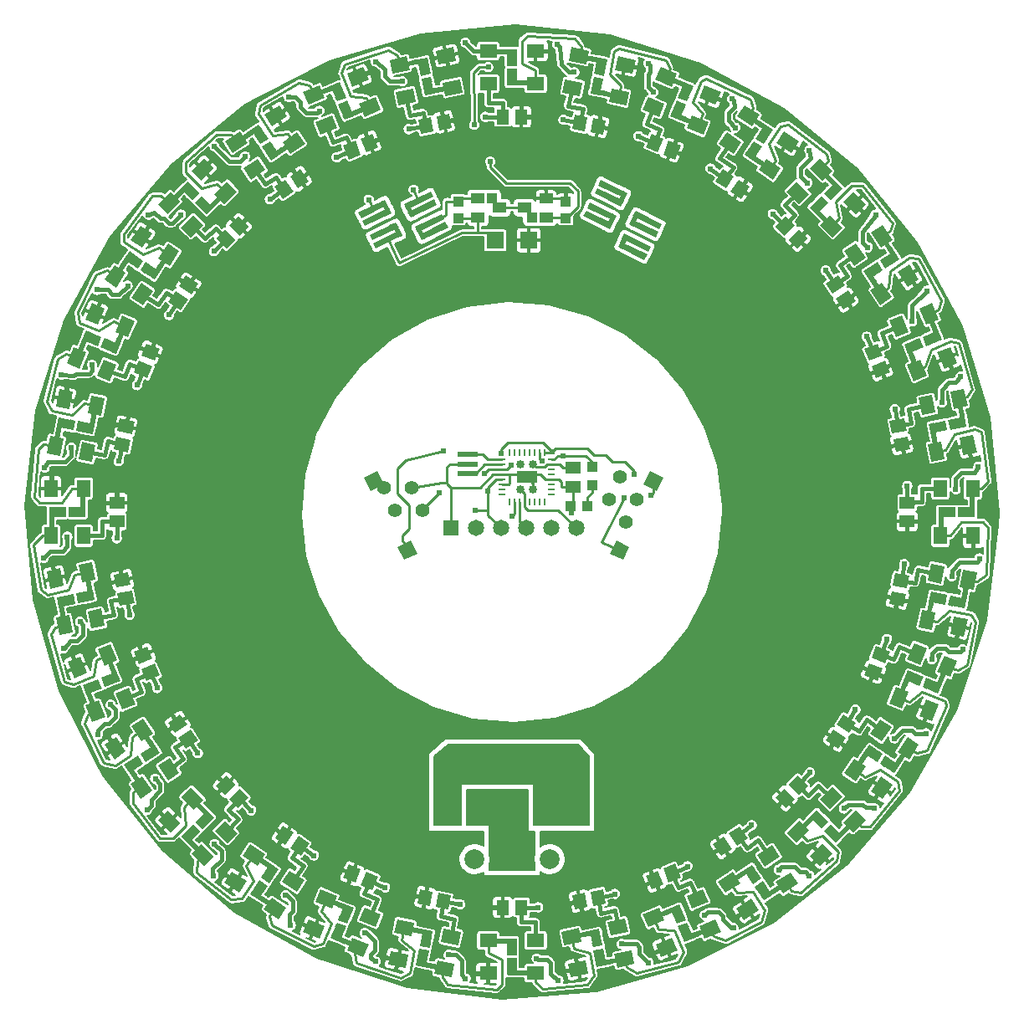
<source format=gbl>
%FSLAX34Y34*%
G04 Gerber Fmt 3.4, Leading zero omitted, Abs format*
G04 (created by PCBNEW (2014-06-29 BZR 4957)-product) date Sat 26 Jul 2014 01:53:32 PM CEST*
%MOIN*%
G01*
G70*
G90*
G04 APERTURE LIST*
%ADD10C,0.003937*%
%ADD11R,0.055118X0.039370*%
%ADD12R,0.039370X0.039370*%
%ADD13R,0.015748X0.039370*%
%ADD14C,0.078740*%
%ADD15R,0.098400X0.129900*%
%ADD16R,0.043307X0.039370*%
%ADD17C,0.055118*%
%ADD18R,0.070866X0.070866*%
%ADD19R,0.055118X0.149606*%
%ADD20R,0.010000X0.030000*%
%ADD21R,0.030000X0.010000*%
%ADD22R,0.078740X0.049213*%
%ADD23C,0.033465*%
%ADD24R,0.064961X0.064961*%
%ADD25C,0.064961*%
%ADD26R,0.059000X0.051100*%
%ADD27R,0.051100X0.059000*%
%ADD28R,0.078740X0.023622*%
%ADD29R,0.055118X0.070866*%
%ADD30R,0.019685X0.118110*%
%ADD31R,0.066929X0.039370*%
%ADD32R,0.019685X0.039370*%
%ADD33R,0.019685X0.062992*%
%ADD34R,0.070866X0.055118*%
%ADD35R,0.118110X0.019685*%
%ADD36R,0.039370X0.066929*%
%ADD37R,0.039370X0.019685*%
%ADD38R,0.062992X0.019685*%
%ADD39R,0.043300X0.039300*%
%ADD40R,0.039300X0.043300*%
%ADD41C,0.024000*%
%ADD42C,0.010000*%
%ADD43C,0.016000*%
%ADD44C,0.007874*%
G04 APERTURE END LIST*
G54D10*
G54D11*
X57696Y-25649D03*
X57696Y-24901D03*
X58562Y-25275D03*
G54D12*
X58267Y-24901D03*
G54D13*
X58377Y-25078D03*
G54D11*
X60413Y-24901D03*
X60413Y-25649D03*
X59547Y-25275D03*
G54D12*
X59842Y-25649D03*
G54D13*
X59740Y-25472D03*
G54D14*
X57562Y-51232D03*
X58562Y-51232D03*
X59562Y-51232D03*
X60562Y-51232D03*
G54D15*
X57716Y-49094D03*
X60394Y-49094D03*
G54D16*
X62248Y-35610D03*
X62248Y-36318D03*
G54D17*
X63589Y-37783D03*
X62909Y-36895D03*
X64027Y-36884D03*
X63347Y-35996D03*
X55502Y-37344D03*
X54384Y-37333D03*
X55064Y-36445D03*
X53946Y-36434D03*
G54D10*
G36*
X53376Y-26368D02*
X54438Y-25850D01*
X54541Y-26063D01*
X53480Y-26580D01*
X53376Y-26368D01*
X53376Y-26368D01*
G37*
G36*
X53532Y-26686D02*
X54593Y-26169D01*
X54697Y-26381D01*
X53635Y-26899D01*
X53532Y-26686D01*
X53532Y-26686D01*
G37*
G36*
X54261Y-25937D02*
X54438Y-25850D01*
X54697Y-26381D01*
X54520Y-26467D01*
X54261Y-25937D01*
X54261Y-25937D01*
G37*
G36*
X55188Y-26041D02*
X55365Y-25954D01*
X55624Y-26485D01*
X55447Y-26572D01*
X55188Y-26041D01*
X55188Y-26041D01*
G37*
G36*
X54749Y-25142D02*
X54926Y-25056D01*
X55185Y-25586D01*
X55008Y-25673D01*
X54749Y-25142D01*
X54749Y-25142D01*
G37*
G36*
X53823Y-25038D02*
X53999Y-24951D01*
X54258Y-25482D01*
X54081Y-25569D01*
X53823Y-25038D01*
X53823Y-25038D01*
G37*
G36*
X55188Y-26041D02*
X56249Y-25523D01*
X56353Y-25735D01*
X55291Y-26253D01*
X55188Y-26041D01*
X55188Y-26041D01*
G37*
G36*
X55343Y-26359D02*
X56405Y-25841D01*
X56508Y-26054D01*
X55447Y-26572D01*
X55343Y-26359D01*
X55343Y-26359D01*
G37*
G36*
X52938Y-25469D02*
X53999Y-24951D01*
X54103Y-25164D01*
X53041Y-25682D01*
X52938Y-25469D01*
X52938Y-25469D01*
G37*
G36*
X53093Y-25788D02*
X54155Y-25270D01*
X54258Y-25482D01*
X53197Y-26000D01*
X53093Y-25788D01*
X53093Y-25788D01*
G37*
G36*
X54749Y-25142D02*
X55811Y-24624D01*
X55915Y-24837D01*
X54853Y-25354D01*
X54749Y-25142D01*
X54749Y-25142D01*
G37*
G36*
X54905Y-25460D02*
X55966Y-24943D01*
X56070Y-25155D01*
X55008Y-25673D01*
X54905Y-25460D01*
X54905Y-25460D01*
G37*
G36*
X54171Y-25981D02*
X54436Y-25851D01*
X54540Y-26063D01*
X54274Y-26193D01*
X54171Y-25981D01*
X54171Y-25981D01*
G37*
G36*
X54326Y-26299D02*
X54591Y-26170D01*
X54695Y-26382D01*
X54430Y-26511D01*
X54326Y-26299D01*
X54326Y-26299D01*
G37*
G36*
X55345Y-26358D02*
X55610Y-26229D01*
X55714Y-26441D01*
X55448Y-26571D01*
X55345Y-26358D01*
X55345Y-26358D01*
G37*
G36*
X55190Y-26040D02*
X55455Y-25910D01*
X55558Y-26123D01*
X55293Y-26252D01*
X55190Y-26040D01*
X55190Y-26040D01*
G37*
G36*
X53888Y-25400D02*
X54153Y-25271D01*
X54257Y-25483D01*
X53991Y-25613D01*
X53888Y-25400D01*
X53888Y-25400D01*
G37*
G36*
X53732Y-25082D02*
X53998Y-24952D01*
X54101Y-25165D01*
X53836Y-25294D01*
X53732Y-25082D01*
X53732Y-25082D01*
G37*
G36*
X54907Y-25460D02*
X55172Y-25330D01*
X55275Y-25542D01*
X55010Y-25672D01*
X54907Y-25460D01*
X54907Y-25460D01*
G37*
G36*
X54751Y-25141D02*
X55017Y-25012D01*
X55120Y-25224D01*
X54855Y-25353D01*
X54751Y-25141D01*
X54751Y-25141D01*
G37*
G36*
X62162Y-25074D02*
X63223Y-25591D01*
X63120Y-25804D01*
X62058Y-25286D01*
X62162Y-25074D01*
X62162Y-25074D01*
G37*
G36*
X62006Y-25392D02*
X63068Y-25910D01*
X62964Y-26122D01*
X61903Y-25604D01*
X62006Y-25392D01*
X62006Y-25392D01*
G37*
G36*
X63046Y-25505D02*
X63223Y-25591D01*
X62964Y-26122D01*
X62788Y-26036D01*
X63046Y-25505D01*
X63046Y-25505D01*
G37*
G36*
X63535Y-26300D02*
X63712Y-26386D01*
X63453Y-26917D01*
X63276Y-26830D01*
X63535Y-26300D01*
X63535Y-26300D01*
G37*
G36*
X63973Y-25401D02*
X64150Y-25487D01*
X63891Y-26018D01*
X63714Y-25932D01*
X63973Y-25401D01*
X63973Y-25401D01*
G37*
G36*
X63485Y-24606D02*
X63662Y-24693D01*
X63403Y-25223D01*
X63226Y-25137D01*
X63485Y-24606D01*
X63485Y-24606D01*
G37*
G36*
X63535Y-26300D02*
X64596Y-26817D01*
X64493Y-27030D01*
X63431Y-26512D01*
X63535Y-26300D01*
X63535Y-26300D01*
G37*
G36*
X63380Y-26618D02*
X64441Y-27136D01*
X64338Y-27348D01*
X63276Y-26830D01*
X63380Y-26618D01*
X63380Y-26618D01*
G37*
G36*
X62600Y-24175D02*
X63662Y-24693D01*
X63558Y-24905D01*
X62497Y-24387D01*
X62600Y-24175D01*
X62600Y-24175D01*
G37*
G36*
X62445Y-24493D02*
X63506Y-25011D01*
X63403Y-25223D01*
X62341Y-24706D01*
X62445Y-24493D01*
X62445Y-24493D01*
G37*
G36*
X63973Y-25401D02*
X65035Y-25919D01*
X64931Y-26131D01*
X63870Y-25613D01*
X63973Y-25401D01*
X63973Y-25401D01*
G37*
G36*
X63818Y-25719D02*
X64880Y-26237D01*
X64776Y-26449D01*
X63714Y-25932D01*
X63818Y-25719D01*
X63818Y-25719D01*
G37*
G36*
X62956Y-25461D02*
X63222Y-25591D01*
X63118Y-25803D01*
X62853Y-25673D01*
X62956Y-25461D01*
X62956Y-25461D01*
G37*
G36*
X62801Y-25780D02*
X63066Y-25909D01*
X62963Y-26121D01*
X62697Y-25992D01*
X62801Y-25780D01*
X62801Y-25780D01*
G37*
G36*
X63381Y-26619D02*
X63647Y-26748D01*
X63543Y-26961D01*
X63278Y-26831D01*
X63381Y-26619D01*
X63381Y-26619D01*
G37*
G36*
X63537Y-26301D02*
X63802Y-26430D01*
X63699Y-26642D01*
X63433Y-26513D01*
X63537Y-26301D01*
X63537Y-26301D01*
G37*
G36*
X63239Y-24881D02*
X63505Y-25010D01*
X63401Y-25223D01*
X63136Y-25093D01*
X63239Y-24881D01*
X63239Y-24881D01*
G37*
G36*
X63395Y-24562D02*
X63660Y-24692D01*
X63556Y-24904D01*
X63291Y-24775D01*
X63395Y-24562D01*
X63395Y-24562D01*
G37*
G36*
X63820Y-25720D02*
X64085Y-25850D01*
X63982Y-26062D01*
X63716Y-25933D01*
X63820Y-25720D01*
X63820Y-25720D01*
G37*
G36*
X63975Y-25402D02*
X64240Y-25531D01*
X64137Y-25743D01*
X63872Y-25614D01*
X63975Y-25402D01*
X63975Y-25402D01*
G37*
G54D18*
X56338Y-49094D03*
X55157Y-49094D03*
G54D19*
X56653Y-49094D03*
X54842Y-49094D03*
G54D18*
X61771Y-49094D03*
X62952Y-49094D03*
G54D19*
X61456Y-49094D03*
X63267Y-49094D03*
G54D20*
X59161Y-36984D03*
X59358Y-36984D03*
X59555Y-36984D03*
X58964Y-36984D03*
G54D21*
X58669Y-36689D03*
X58669Y-36492D03*
X58669Y-36295D03*
X58669Y-36098D03*
X58669Y-35902D03*
X58669Y-35705D03*
X58669Y-35508D03*
X58669Y-35311D03*
G54D20*
X60342Y-35016D03*
X58964Y-35016D03*
X59161Y-35016D03*
X59358Y-35016D03*
X59555Y-35016D03*
X59751Y-35016D03*
X59948Y-35016D03*
X60145Y-35016D03*
G54D21*
X60637Y-35311D03*
X60637Y-35508D03*
X60637Y-35705D03*
X60637Y-35902D03*
X60637Y-36098D03*
X60637Y-36295D03*
X60637Y-36492D03*
X60637Y-36689D03*
G54D20*
X60342Y-36984D03*
X60145Y-36984D03*
X59948Y-36984D03*
X59751Y-36984D03*
G54D22*
X59653Y-36000D03*
G54D23*
X59903Y-35503D03*
X59403Y-36503D03*
X59903Y-36503D03*
X59403Y-35503D03*
G54D24*
X56606Y-38047D03*
G54D25*
X57606Y-38047D03*
X58606Y-38047D03*
X59606Y-38047D03*
X60606Y-38047D03*
X61606Y-38047D03*
G54D10*
G36*
X56543Y-21516D02*
X56659Y-22095D01*
X56158Y-22195D01*
X56042Y-21616D01*
X56543Y-21516D01*
X56543Y-21516D01*
G37*
G36*
X55810Y-21663D02*
X55925Y-22241D01*
X55424Y-22341D01*
X55309Y-21763D01*
X55810Y-21663D01*
X55810Y-21663D01*
G37*
G36*
X53500Y-22321D02*
X53725Y-22866D01*
X53253Y-23061D01*
X53028Y-22516D01*
X53500Y-22321D01*
X53500Y-22321D01*
G37*
G36*
X52809Y-22607D02*
X53034Y-23152D01*
X52562Y-23348D01*
X52337Y-22803D01*
X52809Y-22607D01*
X52809Y-22607D01*
G37*
G36*
X50634Y-23735D02*
X50962Y-24225D01*
X50538Y-24509D01*
X50209Y-24019D01*
X50634Y-23735D01*
X50634Y-23735D01*
G37*
G36*
X50013Y-24151D02*
X50341Y-24641D01*
X49916Y-24926D01*
X49588Y-24435D01*
X50013Y-24151D01*
X50013Y-24151D01*
G37*
G36*
X48149Y-25606D02*
X48567Y-26023D01*
X48205Y-26384D01*
X47788Y-25967D01*
X48149Y-25606D01*
X48149Y-25606D01*
G37*
G36*
X47620Y-26135D02*
X48038Y-26552D01*
X47676Y-26913D01*
X47259Y-26496D01*
X47620Y-26135D01*
X47620Y-26135D01*
G37*
G36*
X46068Y-27974D02*
X46559Y-28301D01*
X46275Y-28726D01*
X45784Y-28399D01*
X46068Y-27974D01*
X46068Y-27974D01*
G37*
G36*
X45653Y-28596D02*
X46144Y-28923D01*
X45860Y-29348D01*
X45369Y-29021D01*
X45653Y-28596D01*
X45653Y-28596D01*
G37*
G36*
X44476Y-30683D02*
X45021Y-30909D01*
X44825Y-31381D01*
X44280Y-31155D01*
X44476Y-30683D01*
X44476Y-30683D01*
G37*
G36*
X44189Y-31374D02*
X44735Y-31600D01*
X44539Y-32072D01*
X43994Y-31846D01*
X44189Y-31374D01*
X44189Y-31374D01*
G37*
G36*
X43435Y-33675D02*
X44014Y-33790D01*
X43914Y-34291D01*
X43335Y-34176D01*
X43435Y-33675D01*
X43435Y-33675D01*
G37*
G36*
X43289Y-34409D02*
X43868Y-34523D01*
X43769Y-35025D01*
X43190Y-34910D01*
X43289Y-34409D01*
X43289Y-34409D01*
G37*
G54D26*
X43307Y-37027D03*
X43307Y-37775D03*
G54D10*
G36*
X43189Y-39912D02*
X43768Y-39797D01*
X43868Y-40298D01*
X43289Y-40414D01*
X43189Y-39912D01*
X43189Y-39912D01*
G37*
G36*
X43336Y-40646D02*
X43914Y-40530D01*
X44014Y-41031D01*
X43436Y-41147D01*
X43336Y-40646D01*
X43336Y-40646D01*
G37*
G36*
X43994Y-42976D02*
X44539Y-42750D01*
X44735Y-43222D01*
X44189Y-43448D01*
X43994Y-42976D01*
X43994Y-42976D01*
G37*
G36*
X44280Y-43667D02*
X44825Y-43441D01*
X45021Y-43913D01*
X44476Y-44139D01*
X44280Y-43667D01*
X44280Y-43667D01*
G37*
G36*
X45349Y-45782D02*
X45839Y-45454D01*
X46124Y-45879D01*
X45633Y-46207D01*
X45349Y-45782D01*
X45349Y-45782D01*
G37*
G36*
X45765Y-46404D02*
X46255Y-46076D01*
X46540Y-46500D01*
X46049Y-46828D01*
X45765Y-46404D01*
X45765Y-46404D01*
G37*
G36*
X47259Y-48306D02*
X47676Y-47889D01*
X48038Y-48250D01*
X47620Y-48668D01*
X47259Y-48306D01*
X47259Y-48306D01*
G37*
G36*
X47788Y-48835D02*
X48205Y-48418D01*
X48567Y-48779D01*
X48149Y-49197D01*
X47788Y-48835D01*
X47788Y-48835D01*
G37*
G36*
X49607Y-50388D02*
X49935Y-49897D01*
X50360Y-50180D01*
X50033Y-50671D01*
X49607Y-50388D01*
X49607Y-50388D01*
G37*
G36*
X50230Y-50803D02*
X50557Y-50312D01*
X50982Y-50595D01*
X50655Y-51086D01*
X50230Y-50803D01*
X50230Y-50803D01*
G37*
G36*
X52337Y-51980D02*
X52562Y-51435D01*
X53034Y-51630D01*
X52809Y-52176D01*
X52337Y-51980D01*
X52337Y-51980D01*
G37*
G36*
X53028Y-52266D02*
X53253Y-51721D01*
X53725Y-51917D01*
X53500Y-52462D01*
X53028Y-52266D01*
X53028Y-52266D01*
G37*
G36*
X55289Y-53001D02*
X55404Y-52422D01*
X55905Y-52522D01*
X55791Y-53101D01*
X55289Y-53001D01*
X55289Y-53001D01*
G37*
G36*
X56023Y-53147D02*
X56138Y-52568D01*
X56639Y-52667D01*
X56524Y-53246D01*
X56023Y-53147D01*
X56023Y-53147D01*
G37*
G36*
X61563Y-53243D02*
X61452Y-52664D01*
X61953Y-52567D01*
X62065Y-53146D01*
X61563Y-53243D01*
X61563Y-53243D01*
G37*
G36*
X62298Y-53101D02*
X62186Y-52522D01*
X62688Y-52425D01*
X62799Y-53005D01*
X62298Y-53101D01*
X62298Y-53101D01*
G37*
G54D27*
X58681Y-53149D03*
X59429Y-53149D03*
G54D10*
G36*
X64612Y-52445D02*
X64384Y-51901D01*
X64855Y-51703D01*
X65083Y-52247D01*
X64612Y-52445D01*
X64612Y-52445D01*
G37*
G36*
X65302Y-52155D02*
X65073Y-51611D01*
X65544Y-51413D01*
X65773Y-51957D01*
X65302Y-52155D01*
X65302Y-52155D01*
G37*
G36*
X67398Y-51108D02*
X67069Y-50619D01*
X67492Y-50333D01*
X67822Y-50822D01*
X67398Y-51108D01*
X67398Y-51108D01*
G37*
G36*
X68019Y-50690D02*
X67689Y-50200D01*
X68112Y-49915D01*
X68442Y-50404D01*
X68019Y-50690D01*
X68019Y-50690D01*
G37*
G36*
X69960Y-49197D02*
X69543Y-48779D01*
X69904Y-48418D01*
X70321Y-48835D01*
X69960Y-49197D01*
X69960Y-49197D01*
G37*
G36*
X70489Y-48668D02*
X70072Y-48250D01*
X70433Y-47889D01*
X70850Y-48306D01*
X70489Y-48668D01*
X70489Y-48668D01*
G37*
G36*
X72060Y-46828D02*
X71570Y-46500D01*
X71854Y-46076D01*
X72344Y-46404D01*
X72060Y-46828D01*
X72060Y-46828D01*
G37*
G36*
X72476Y-46207D02*
X71986Y-45879D01*
X72270Y-45454D01*
X72760Y-45782D01*
X72476Y-46207D01*
X72476Y-46207D01*
G37*
G36*
X73634Y-44119D02*
X73088Y-43893D01*
X73284Y-43421D01*
X73829Y-43647D01*
X73634Y-44119D01*
X73634Y-44119D01*
G37*
G36*
X73920Y-43428D02*
X73375Y-43202D01*
X73570Y-42730D01*
X74115Y-42956D01*
X73920Y-43428D01*
X73920Y-43428D01*
G37*
G36*
X74654Y-41167D02*
X74075Y-41051D01*
X74175Y-40550D01*
X74754Y-40666D01*
X74654Y-41167D01*
X74654Y-41167D01*
G37*
G36*
X74800Y-40433D02*
X74222Y-40318D01*
X74322Y-39817D01*
X74900Y-39932D01*
X74800Y-40433D01*
X74800Y-40433D01*
G37*
G54D26*
X74803Y-37775D03*
X74803Y-37027D03*
G54D10*
G36*
X74919Y-34890D02*
X74340Y-35005D01*
X74241Y-34504D01*
X74820Y-34389D01*
X74919Y-34890D01*
X74919Y-34890D01*
G37*
G36*
X74774Y-34157D02*
X74195Y-34271D01*
X74096Y-33770D01*
X74674Y-33655D01*
X74774Y-34157D01*
X74774Y-34157D01*
G37*
G36*
X74115Y-31846D02*
X73570Y-32072D01*
X73375Y-31600D01*
X73920Y-31374D01*
X74115Y-31846D01*
X74115Y-31846D01*
G37*
G36*
X73829Y-31155D02*
X73284Y-31381D01*
X73088Y-30909D01*
X73634Y-30683D01*
X73829Y-31155D01*
X73829Y-31155D01*
G37*
G36*
X72740Y-29000D02*
X72250Y-29328D01*
X71966Y-28904D01*
X72456Y-28576D01*
X72740Y-29000D01*
X72740Y-29000D01*
G37*
G36*
X72324Y-28379D02*
X71834Y-28707D01*
X71550Y-28282D01*
X72040Y-27954D01*
X72324Y-28379D01*
X72324Y-28379D01*
G37*
G36*
X70850Y-26496D02*
X70433Y-26913D01*
X70072Y-26552D01*
X70489Y-26135D01*
X70850Y-26496D01*
X70850Y-26496D01*
G37*
G36*
X70321Y-25967D02*
X69904Y-26384D01*
X69543Y-26023D01*
X69960Y-25606D01*
X70321Y-25967D01*
X70321Y-25967D01*
G37*
G36*
X68522Y-24429D02*
X68198Y-24922D01*
X67771Y-24642D01*
X68095Y-24149D01*
X68522Y-24429D01*
X68522Y-24429D01*
G37*
G36*
X67897Y-24019D02*
X67573Y-24512D01*
X67146Y-24231D01*
X67470Y-23738D01*
X67897Y-24019D01*
X67897Y-24019D01*
G37*
G36*
X65773Y-22803D02*
X65547Y-23348D01*
X65075Y-23152D01*
X65301Y-22607D01*
X65773Y-22803D01*
X65773Y-22803D01*
G37*
G36*
X65082Y-22516D02*
X64856Y-23061D01*
X64384Y-22866D01*
X64610Y-22321D01*
X65082Y-22516D01*
X65082Y-22516D01*
G37*
G36*
X62801Y-21802D02*
X62685Y-22381D01*
X62184Y-22281D01*
X62299Y-21702D01*
X62801Y-21802D01*
X62801Y-21802D01*
G37*
G36*
X62067Y-21656D02*
X61951Y-22234D01*
X61450Y-22134D01*
X61566Y-21555D01*
X62067Y-21656D01*
X62067Y-21656D01*
G37*
G54D27*
X59429Y-21653D03*
X58681Y-21653D03*
G54D26*
X61492Y-35645D03*
X61492Y-36393D03*
G54D28*
X57283Y-35858D03*
X57283Y-35484D03*
X57283Y-35110D03*
G54D10*
G36*
X55288Y-39055D02*
X54757Y-39314D01*
X54498Y-38783D01*
X55029Y-38524D01*
X55288Y-39055D01*
X55288Y-39055D01*
G37*
G36*
X53942Y-36295D02*
X53411Y-36554D01*
X53152Y-36023D01*
X53683Y-35764D01*
X53942Y-36295D01*
X53942Y-36295D01*
G37*
G36*
X63478Y-39314D02*
X62947Y-39055D01*
X63206Y-38524D01*
X63737Y-38783D01*
X63478Y-39314D01*
X63478Y-39314D01*
G37*
G36*
X64824Y-36554D02*
X64294Y-36295D01*
X64552Y-35764D01*
X65083Y-36023D01*
X64824Y-36554D01*
X64824Y-36554D01*
G37*
G54D18*
X59724Y-26574D03*
X58385Y-26574D03*
G54D10*
G36*
X56830Y-19418D02*
X56135Y-19556D01*
X56027Y-19016D01*
X56722Y-18877D01*
X56830Y-19418D01*
X56830Y-19418D01*
G37*
G36*
X57085Y-20692D02*
X56390Y-20830D01*
X56282Y-20290D01*
X56977Y-20151D01*
X57085Y-20692D01*
X57085Y-20692D01*
G37*
G36*
X55232Y-21062D02*
X54537Y-21201D01*
X54429Y-20660D01*
X55124Y-20521D01*
X55232Y-21062D01*
X55232Y-21062D01*
G37*
G36*
X54977Y-19788D02*
X54282Y-19927D01*
X54174Y-19386D01*
X54869Y-19247D01*
X54977Y-19788D01*
X54977Y-19788D01*
G37*
G36*
X55718Y-19479D02*
X54560Y-19711D01*
X54522Y-19518D01*
X55680Y-19286D01*
X55718Y-19479D01*
X55718Y-19479D01*
G37*
G36*
X55965Y-20715D02*
X55579Y-20792D01*
X55448Y-20135D01*
X55834Y-20058D01*
X55965Y-20715D01*
X55965Y-20715D01*
G37*
G36*
X55811Y-19942D02*
X55425Y-20020D01*
X55294Y-19363D01*
X55680Y-19286D01*
X55811Y-19942D01*
X55811Y-19942D01*
G37*
G36*
X56737Y-20560D02*
X55579Y-20792D01*
X55541Y-20599D01*
X56699Y-20367D01*
X56737Y-20560D01*
X56737Y-20560D01*
G37*
G36*
X55811Y-19942D02*
X55425Y-20020D01*
X55386Y-19826D01*
X55772Y-19749D01*
X55811Y-19942D01*
X55811Y-19942D01*
G37*
G36*
X55873Y-20251D02*
X55487Y-20328D01*
X55448Y-20135D01*
X55834Y-20058D01*
X55873Y-20251D01*
X55873Y-20251D01*
G37*
G36*
X56197Y-20668D02*
X55579Y-20792D01*
X55541Y-20599D01*
X56158Y-20475D01*
X56197Y-20668D01*
X56197Y-20668D01*
G37*
G36*
X55718Y-19479D02*
X55101Y-19603D01*
X55062Y-19410D01*
X55680Y-19286D01*
X55718Y-19479D01*
X55718Y-19479D01*
G37*
G36*
X53340Y-20180D02*
X52685Y-20452D01*
X52475Y-19942D01*
X53129Y-19671D01*
X53340Y-20180D01*
X53340Y-20180D01*
G37*
G36*
X53837Y-21381D02*
X53183Y-21652D01*
X52972Y-21143D01*
X53626Y-20871D01*
X53837Y-21381D01*
X53837Y-21381D01*
G37*
G36*
X52091Y-22104D02*
X51437Y-22375D01*
X51226Y-21866D01*
X51880Y-21595D01*
X52091Y-22104D01*
X52091Y-22104D01*
G37*
G36*
X51594Y-20904D02*
X50940Y-21175D01*
X50729Y-20666D01*
X51383Y-20394D01*
X51594Y-20904D01*
X51594Y-20904D01*
G37*
G36*
X52261Y-20457D02*
X51170Y-20909D01*
X51095Y-20727D01*
X52186Y-20275D01*
X52261Y-20457D01*
X52261Y-20457D01*
G37*
G36*
X52744Y-21621D02*
X52380Y-21771D01*
X52124Y-21153D01*
X52487Y-21002D01*
X52744Y-21621D01*
X52744Y-21621D01*
G37*
G36*
X52442Y-20893D02*
X52078Y-21044D01*
X51822Y-20426D01*
X52186Y-20275D01*
X52442Y-20893D01*
X52442Y-20893D01*
G37*
G36*
X53471Y-21319D02*
X52380Y-21771D01*
X52304Y-21589D01*
X53396Y-21138D01*
X53471Y-21319D01*
X53471Y-21319D01*
G37*
G36*
X52442Y-20893D02*
X52078Y-21044D01*
X52003Y-20862D01*
X52367Y-20711D01*
X52442Y-20893D01*
X52442Y-20893D01*
G37*
G36*
X52563Y-21184D02*
X52199Y-21335D01*
X52124Y-21153D01*
X52487Y-21002D01*
X52563Y-21184D01*
X52563Y-21184D01*
G37*
G36*
X52962Y-21530D02*
X52380Y-21771D01*
X52304Y-21589D01*
X52886Y-21348D01*
X52962Y-21530D01*
X52962Y-21530D01*
G37*
G36*
X52261Y-20457D02*
X51679Y-20698D01*
X51604Y-20516D01*
X52186Y-20275D01*
X52261Y-20457D01*
X52261Y-20457D01*
G37*
G36*
X50084Y-21643D02*
X49495Y-22037D01*
X49188Y-21579D01*
X49777Y-21185D01*
X50084Y-21643D01*
X50084Y-21643D01*
G37*
G36*
X50806Y-22723D02*
X50218Y-23117D01*
X49911Y-22659D01*
X50500Y-22265D01*
X50806Y-22723D01*
X50806Y-22723D01*
G37*
G36*
X49236Y-23774D02*
X48647Y-24168D01*
X48341Y-23710D01*
X48929Y-23316D01*
X49236Y-23774D01*
X49236Y-23774D01*
G37*
G36*
X48513Y-22694D02*
X47924Y-23089D01*
X47618Y-22631D01*
X48207Y-22236D01*
X48513Y-22694D01*
X48513Y-22694D01*
G37*
G36*
X49080Y-22125D02*
X48099Y-22783D01*
X47989Y-22619D01*
X48971Y-21962D01*
X49080Y-22125D01*
X49080Y-22125D01*
G37*
G36*
X49781Y-23172D02*
X49454Y-23391D01*
X49081Y-22835D01*
X49409Y-22616D01*
X49781Y-23172D01*
X49781Y-23172D01*
G37*
G36*
X49343Y-22518D02*
X49016Y-22737D01*
X48643Y-22181D01*
X48971Y-21962D01*
X49343Y-22518D01*
X49343Y-22518D01*
G37*
G36*
X50435Y-22734D02*
X49454Y-23391D01*
X49344Y-23228D01*
X50326Y-22571D01*
X50435Y-22734D01*
X50435Y-22734D01*
G37*
G36*
X49343Y-22518D02*
X49016Y-22737D01*
X48906Y-22574D01*
X49233Y-22355D01*
X49343Y-22518D01*
X49343Y-22518D01*
G37*
G36*
X49518Y-22780D02*
X49191Y-22999D01*
X49081Y-22835D01*
X49409Y-22616D01*
X49518Y-22780D01*
X49518Y-22780D01*
G37*
G36*
X49977Y-23041D02*
X49454Y-23391D01*
X49344Y-23228D01*
X49868Y-22877D01*
X49977Y-23041D01*
X49977Y-23041D01*
G37*
G36*
X49080Y-22125D02*
X48557Y-22476D01*
X48447Y-22312D01*
X48971Y-21962D01*
X49080Y-22125D01*
X49080Y-22125D01*
G37*
G36*
X47169Y-23698D02*
X46668Y-24199D01*
X46279Y-23810D01*
X46780Y-23308D01*
X47169Y-23698D01*
X47169Y-23698D01*
G37*
G36*
X48088Y-24617D02*
X47587Y-25118D01*
X47197Y-24728D01*
X47698Y-24227D01*
X48088Y-24617D01*
X48088Y-24617D01*
G37*
G36*
X46752Y-25953D02*
X46251Y-26454D01*
X45861Y-26065D01*
X46362Y-25563D01*
X46752Y-25953D01*
X46752Y-25953D01*
G37*
G36*
X45833Y-25035D02*
X45332Y-25536D01*
X44942Y-25146D01*
X45443Y-24645D01*
X45833Y-25035D01*
X45833Y-25035D01*
G37*
G36*
X46279Y-24366D02*
X45443Y-25202D01*
X45304Y-25062D01*
X46139Y-24227D01*
X46279Y-24366D01*
X46279Y-24366D01*
G37*
G36*
X47169Y-25257D02*
X46891Y-25536D01*
X46418Y-25062D01*
X46696Y-24784D01*
X47169Y-25257D01*
X47169Y-25257D01*
G37*
G36*
X46613Y-24700D02*
X46334Y-24979D01*
X45861Y-24506D01*
X46139Y-24227D01*
X46613Y-24700D01*
X46613Y-24700D01*
G37*
G36*
X47726Y-24700D02*
X46891Y-25536D01*
X46752Y-25396D01*
X47587Y-24561D01*
X47726Y-24700D01*
X47726Y-24700D01*
G37*
G36*
X46613Y-24700D02*
X46334Y-24979D01*
X46195Y-24840D01*
X46473Y-24561D01*
X46613Y-24700D01*
X46613Y-24700D01*
G37*
G36*
X46835Y-24923D02*
X46557Y-25202D01*
X46418Y-25062D01*
X46696Y-24784D01*
X46835Y-24923D01*
X46835Y-24923D01*
G37*
G36*
X47336Y-25090D02*
X46891Y-25536D01*
X46752Y-25396D01*
X47197Y-24951D01*
X47336Y-25090D01*
X47336Y-25090D01*
G37*
G36*
X46279Y-24366D02*
X45833Y-24812D01*
X45694Y-24673D01*
X46139Y-24227D01*
X46279Y-24366D01*
X46279Y-24366D01*
G37*
G36*
X44720Y-26290D02*
X44327Y-26879D01*
X43868Y-26574D01*
X44262Y-25984D01*
X44720Y-26290D01*
X44720Y-26290D01*
G37*
G36*
X45801Y-27011D02*
X45408Y-27600D01*
X44949Y-27294D01*
X45343Y-26705D01*
X45801Y-27011D01*
X45801Y-27011D01*
G37*
G36*
X44753Y-28583D02*
X44359Y-29172D01*
X43901Y-28867D01*
X44294Y-28277D01*
X44753Y-28583D01*
X44753Y-28583D01*
G37*
G36*
X43672Y-27862D02*
X43278Y-28452D01*
X42820Y-28146D01*
X43213Y-27556D01*
X43672Y-27862D01*
X43672Y-27862D01*
G37*
G36*
X43978Y-27120D02*
X43322Y-28102D01*
X43158Y-27993D01*
X43814Y-27010D01*
X43978Y-27120D01*
X43978Y-27120D01*
G37*
G36*
X45026Y-27819D02*
X44807Y-28146D01*
X44250Y-27775D01*
X44469Y-27447D01*
X45026Y-27819D01*
X45026Y-27819D01*
G37*
G36*
X44371Y-27382D02*
X44152Y-27709D01*
X43595Y-27338D01*
X43814Y-27010D01*
X44371Y-27382D01*
X44371Y-27382D01*
G37*
G36*
X45463Y-27164D02*
X44807Y-28146D01*
X44643Y-28037D01*
X45299Y-27054D01*
X45463Y-27164D01*
X45463Y-27164D01*
G37*
G36*
X44371Y-27382D02*
X44152Y-27709D01*
X43988Y-27600D01*
X44207Y-27272D01*
X44371Y-27382D01*
X44371Y-27382D01*
G37*
G36*
X44633Y-27556D02*
X44414Y-27884D01*
X44250Y-27775D01*
X44469Y-27447D01*
X44633Y-27556D01*
X44633Y-27556D01*
G37*
G36*
X45157Y-27622D02*
X44807Y-28146D01*
X44643Y-28037D01*
X44993Y-27513D01*
X45157Y-27622D01*
X45157Y-27622D01*
G37*
G36*
X43978Y-27120D02*
X43628Y-27644D01*
X43464Y-27534D01*
X43814Y-27010D01*
X43978Y-27120D01*
X43978Y-27120D01*
G37*
G36*
X42828Y-29286D02*
X42557Y-29941D01*
X42048Y-29730D01*
X42319Y-29075D01*
X42828Y-29286D01*
X42828Y-29286D01*
G37*
G36*
X44029Y-29783D02*
X43757Y-30438D01*
X43248Y-30227D01*
X43519Y-29572D01*
X44029Y-29783D01*
X44029Y-29783D01*
G37*
G36*
X43305Y-31529D02*
X43034Y-32184D01*
X42525Y-31973D01*
X42796Y-31318D01*
X43305Y-31529D01*
X43305Y-31529D01*
G37*
G36*
X42105Y-31032D02*
X41834Y-31687D01*
X41325Y-31476D01*
X41596Y-30821D01*
X42105Y-31032D01*
X42105Y-31032D01*
G37*
G36*
X42261Y-30244D02*
X41809Y-31335D01*
X41627Y-31260D01*
X42079Y-30169D01*
X42261Y-30244D01*
X42261Y-30244D01*
G37*
G36*
X43425Y-30726D02*
X43274Y-31090D01*
X42656Y-30834D01*
X42807Y-30470D01*
X43425Y-30726D01*
X43425Y-30726D01*
G37*
G36*
X42697Y-30425D02*
X42547Y-30789D01*
X41928Y-30533D01*
X42079Y-30169D01*
X42697Y-30425D01*
X42697Y-30425D01*
G37*
G36*
X43726Y-29999D02*
X43274Y-31090D01*
X43092Y-31015D01*
X43544Y-29923D01*
X43726Y-29999D01*
X43726Y-29999D01*
G37*
G36*
X42697Y-30425D02*
X42547Y-30789D01*
X42365Y-30713D01*
X42516Y-30350D01*
X42697Y-30425D01*
X42697Y-30425D01*
G37*
G36*
X42988Y-30545D02*
X42838Y-30909D01*
X42656Y-30834D01*
X42807Y-30470D01*
X42988Y-30545D01*
X42988Y-30545D01*
G37*
G36*
X43515Y-30508D02*
X43274Y-31090D01*
X43092Y-31015D01*
X43333Y-30433D01*
X43515Y-30508D01*
X43515Y-30508D01*
G37*
G36*
X42261Y-30244D02*
X42020Y-30826D01*
X41838Y-30751D01*
X42079Y-30169D01*
X42261Y-30244D01*
X42261Y-30244D01*
G37*
G36*
X41558Y-32609D02*
X41421Y-33304D01*
X40880Y-33197D01*
X41018Y-32502D01*
X41558Y-32609D01*
X41558Y-32609D01*
G37*
G36*
X42833Y-32861D02*
X42695Y-33557D01*
X42154Y-33450D01*
X42292Y-32754D01*
X42833Y-32861D01*
X42833Y-32861D01*
G37*
G36*
X42466Y-34715D02*
X42328Y-35410D01*
X41787Y-35303D01*
X41925Y-34608D01*
X42466Y-34715D01*
X42466Y-34715D01*
G37*
G36*
X41191Y-34463D02*
X41053Y-35158D01*
X40513Y-35051D01*
X40650Y-34356D01*
X41191Y-34463D01*
X41191Y-34463D01*
G37*
G36*
X41190Y-33660D02*
X40960Y-34818D01*
X40767Y-34780D01*
X40996Y-33622D01*
X41190Y-33660D01*
X41190Y-33660D01*
G37*
G36*
X42425Y-33905D02*
X42349Y-34291D01*
X41692Y-34161D01*
X41769Y-33775D01*
X42425Y-33905D01*
X42425Y-33905D01*
G37*
G36*
X41653Y-33752D02*
X41577Y-34138D01*
X40920Y-34008D01*
X40996Y-33622D01*
X41653Y-33752D01*
X41653Y-33752D01*
G37*
G36*
X42578Y-33132D02*
X42349Y-34291D01*
X42156Y-34253D01*
X42385Y-33094D01*
X42578Y-33132D01*
X42578Y-33132D01*
G37*
G36*
X41653Y-33752D02*
X41577Y-34138D01*
X41383Y-34100D01*
X41460Y-33713D01*
X41653Y-33752D01*
X41653Y-33752D01*
G37*
G36*
X41962Y-33813D02*
X41886Y-34199D01*
X41692Y-34161D01*
X41769Y-33775D01*
X41962Y-33813D01*
X41962Y-33813D01*
G37*
G36*
X42471Y-33673D02*
X42349Y-34291D01*
X42156Y-34253D01*
X42278Y-33635D01*
X42471Y-33673D01*
X42471Y-33673D01*
G37*
G36*
X41190Y-33660D02*
X41067Y-34278D01*
X40874Y-34240D01*
X40996Y-33622D01*
X41190Y-33660D01*
X41190Y-33660D01*
G37*
G54D29*
X40688Y-36456D03*
X41988Y-36456D03*
X41988Y-38346D03*
X40688Y-38346D03*
G54D30*
X40708Y-37795D03*
G54D31*
X41732Y-37401D03*
X40944Y-37401D03*
G54D30*
X41968Y-37007D03*
G54D32*
X41181Y-37401D03*
X41496Y-37401D03*
G54D33*
X41968Y-37283D03*
X40708Y-37519D03*
G54D10*
G36*
X41051Y-39645D02*
X41190Y-40340D01*
X40650Y-40448D01*
X40511Y-39753D01*
X41051Y-39645D01*
X41051Y-39645D01*
G37*
G36*
X42325Y-39391D02*
X42464Y-40086D01*
X41924Y-40194D01*
X41785Y-39499D01*
X42325Y-39391D01*
X42325Y-39391D01*
G37*
G36*
X42696Y-41244D02*
X42835Y-41939D01*
X42294Y-42047D01*
X42155Y-41352D01*
X42696Y-41244D01*
X42696Y-41244D01*
G37*
G36*
X41422Y-41498D02*
X41561Y-42193D01*
X41020Y-42301D01*
X40881Y-41606D01*
X41422Y-41498D01*
X41422Y-41498D01*
G37*
G36*
X41113Y-40757D02*
X41344Y-41915D01*
X41151Y-41954D01*
X40920Y-40796D01*
X41113Y-40757D01*
X41113Y-40757D01*
G37*
G36*
X42348Y-40510D02*
X42426Y-40896D01*
X41769Y-41027D01*
X41692Y-40641D01*
X42348Y-40510D01*
X42348Y-40510D01*
G37*
G36*
X41576Y-40664D02*
X41653Y-41051D01*
X40997Y-41182D01*
X40920Y-40796D01*
X41576Y-40664D01*
X41576Y-40664D01*
G37*
G36*
X42194Y-39738D02*
X42426Y-40896D01*
X42232Y-40935D01*
X42001Y-39777D01*
X42194Y-39738D01*
X42194Y-39738D01*
G37*
G36*
X41576Y-40664D02*
X41653Y-41051D01*
X41460Y-41089D01*
X41383Y-40703D01*
X41576Y-40664D01*
X41576Y-40664D01*
G37*
G36*
X41885Y-40603D02*
X41962Y-40989D01*
X41769Y-41027D01*
X41692Y-40641D01*
X41885Y-40603D01*
X41885Y-40603D01*
G37*
G36*
X42302Y-40279D02*
X42426Y-40896D01*
X42232Y-40935D01*
X42109Y-40317D01*
X42302Y-40279D01*
X42302Y-40279D01*
G37*
G36*
X41113Y-40757D02*
X41236Y-41375D01*
X41043Y-41413D01*
X40920Y-40796D01*
X41113Y-40757D01*
X41113Y-40757D01*
G37*
G36*
X41854Y-43155D02*
X42125Y-43810D01*
X41616Y-44021D01*
X41344Y-43366D01*
X41854Y-43155D01*
X41854Y-43155D01*
G37*
G36*
X43054Y-42658D02*
X43325Y-43312D01*
X42816Y-43523D01*
X42545Y-42869D01*
X43054Y-42658D01*
X43054Y-42658D01*
G37*
G36*
X43777Y-44404D02*
X44048Y-45058D01*
X43539Y-45269D01*
X43268Y-44615D01*
X43777Y-44404D01*
X43777Y-44404D01*
G37*
G36*
X42577Y-44901D02*
X42848Y-45556D01*
X42339Y-45766D01*
X42068Y-45112D01*
X42577Y-44901D01*
X42577Y-44901D01*
G37*
G36*
X42130Y-44234D02*
X42582Y-45325D01*
X42400Y-45400D01*
X41948Y-44309D01*
X42130Y-44234D01*
X42130Y-44234D01*
G37*
G36*
X43294Y-43752D02*
X43445Y-44115D01*
X42826Y-44371D01*
X42676Y-44008D01*
X43294Y-43752D01*
X43294Y-43752D01*
G37*
G36*
X42566Y-44053D02*
X42717Y-44417D01*
X42099Y-44673D01*
X41948Y-44309D01*
X42566Y-44053D01*
X42566Y-44053D01*
G37*
G36*
X42993Y-43024D02*
X43445Y-44115D01*
X43263Y-44191D01*
X42811Y-43099D01*
X42993Y-43024D01*
X42993Y-43024D01*
G37*
G36*
X42566Y-44053D02*
X42717Y-44417D01*
X42535Y-44492D01*
X42385Y-44128D01*
X42566Y-44053D01*
X42566Y-44053D01*
G37*
G36*
X42857Y-43932D02*
X43008Y-44296D01*
X42826Y-44371D01*
X42676Y-44008D01*
X42857Y-43932D01*
X42857Y-43932D01*
G37*
G36*
X43204Y-43533D02*
X43445Y-44115D01*
X43263Y-44191D01*
X43022Y-43609D01*
X43204Y-43533D01*
X43204Y-43533D01*
G37*
G36*
X42130Y-44234D02*
X42371Y-44816D01*
X42189Y-44891D01*
X41948Y-44309D01*
X42130Y-44234D01*
X42130Y-44234D01*
G37*
G36*
X43277Y-46352D02*
X43671Y-46941D01*
X43213Y-47248D01*
X42819Y-46659D01*
X43277Y-46352D01*
X43277Y-46352D01*
G37*
G36*
X44357Y-45630D02*
X44751Y-46218D01*
X44293Y-46525D01*
X43899Y-45936D01*
X44357Y-45630D01*
X44357Y-45630D01*
G37*
G36*
X45408Y-47200D02*
X45802Y-47789D01*
X45344Y-48095D01*
X44950Y-47507D01*
X45408Y-47200D01*
X45408Y-47200D01*
G37*
G36*
X44328Y-47923D02*
X44722Y-48512D01*
X44264Y-48818D01*
X43870Y-48229D01*
X44328Y-47923D01*
X44328Y-47923D01*
G37*
G36*
X43759Y-47356D02*
X44416Y-48337D01*
X44253Y-48447D01*
X43596Y-47466D01*
X43759Y-47356D01*
X43759Y-47356D01*
G37*
G36*
X44806Y-46655D02*
X45025Y-46982D01*
X44469Y-47355D01*
X44250Y-47027D01*
X44806Y-46655D01*
X44806Y-46655D01*
G37*
G36*
X44152Y-47093D02*
X44371Y-47420D01*
X43815Y-47793D01*
X43596Y-47466D01*
X44152Y-47093D01*
X44152Y-47093D01*
G37*
G36*
X44368Y-46001D02*
X45025Y-46982D01*
X44862Y-47092D01*
X44205Y-46110D01*
X44368Y-46001D01*
X44368Y-46001D01*
G37*
G36*
X44152Y-47093D02*
X44371Y-47420D01*
X44207Y-47530D01*
X43988Y-47203D01*
X44152Y-47093D01*
X44152Y-47093D01*
G37*
G36*
X44414Y-46918D02*
X44633Y-47245D01*
X44469Y-47355D01*
X44250Y-47027D01*
X44414Y-46918D01*
X44414Y-46918D01*
G37*
G36*
X44675Y-46459D02*
X45025Y-46982D01*
X44862Y-47092D01*
X44511Y-46568D01*
X44675Y-46459D01*
X44675Y-46459D01*
G37*
G36*
X43759Y-47356D02*
X44110Y-47879D01*
X43946Y-47989D01*
X43596Y-47466D01*
X43759Y-47356D01*
X43759Y-47356D01*
G37*
G36*
X45352Y-49286D02*
X45853Y-49787D01*
X45463Y-50177D01*
X44962Y-49676D01*
X45352Y-49286D01*
X45352Y-49286D01*
G37*
G36*
X46270Y-48368D02*
X46772Y-48869D01*
X46382Y-49258D01*
X45881Y-48757D01*
X46270Y-48368D01*
X46270Y-48368D01*
G37*
G36*
X47607Y-49704D02*
X48108Y-50205D01*
X47718Y-50595D01*
X47217Y-50094D01*
X47607Y-49704D01*
X47607Y-49704D01*
G37*
G36*
X46688Y-50622D02*
X47189Y-51124D01*
X46799Y-51513D01*
X46298Y-51012D01*
X46688Y-50622D01*
X46688Y-50622D01*
G37*
G36*
X46020Y-50177D02*
X46855Y-51012D01*
X46716Y-51151D01*
X45881Y-50316D01*
X46020Y-50177D01*
X46020Y-50177D01*
G37*
G36*
X46911Y-49286D02*
X47189Y-49565D01*
X46716Y-50038D01*
X46437Y-49759D01*
X46911Y-49286D01*
X46911Y-49286D01*
G37*
G36*
X46354Y-49843D02*
X46632Y-50121D01*
X46159Y-50595D01*
X45881Y-50316D01*
X46354Y-49843D01*
X46354Y-49843D01*
G37*
G36*
X46354Y-48729D02*
X47189Y-49565D01*
X47050Y-49704D01*
X46215Y-48869D01*
X46354Y-48729D01*
X46354Y-48729D01*
G37*
G36*
X46354Y-49843D02*
X46632Y-50121D01*
X46493Y-50261D01*
X46215Y-49982D01*
X46354Y-49843D01*
X46354Y-49843D01*
G37*
G36*
X46577Y-49620D02*
X46855Y-49899D01*
X46716Y-50038D01*
X46437Y-49759D01*
X46577Y-49620D01*
X46577Y-49620D01*
G37*
G36*
X46744Y-49119D02*
X47189Y-49565D01*
X47050Y-49704D01*
X46605Y-49258D01*
X46744Y-49119D01*
X46744Y-49119D01*
G37*
G36*
X46020Y-50177D02*
X46465Y-50622D01*
X46326Y-50762D01*
X45881Y-50316D01*
X46020Y-50177D01*
X46020Y-50177D01*
G37*
G36*
X47904Y-51716D02*
X48494Y-52109D01*
X48188Y-52568D01*
X47598Y-52174D01*
X47904Y-51716D01*
X47904Y-51716D01*
G37*
G36*
X48625Y-50635D02*
X49214Y-51028D01*
X48909Y-51487D01*
X48319Y-51093D01*
X48625Y-50635D01*
X48625Y-50635D01*
G37*
G36*
X50197Y-51683D02*
X50787Y-52077D01*
X50481Y-52535D01*
X49891Y-52142D01*
X50197Y-51683D01*
X50197Y-51683D01*
G37*
G36*
X49476Y-52764D02*
X50066Y-53158D01*
X49760Y-53616D01*
X49170Y-53223D01*
X49476Y-52764D01*
X49476Y-52764D01*
G37*
G36*
X48734Y-52458D02*
X49716Y-53114D01*
X49607Y-53278D01*
X48625Y-52622D01*
X48734Y-52458D01*
X48734Y-52458D01*
G37*
G36*
X49433Y-51410D02*
X49760Y-51629D01*
X49389Y-52186D01*
X49061Y-51967D01*
X49433Y-51410D01*
X49433Y-51410D01*
G37*
G36*
X48996Y-52065D02*
X49323Y-52284D01*
X48952Y-52841D01*
X48625Y-52622D01*
X48996Y-52065D01*
X48996Y-52065D01*
G37*
G36*
X48778Y-50973D02*
X49760Y-51629D01*
X49651Y-51793D01*
X48668Y-51137D01*
X48778Y-50973D01*
X48778Y-50973D01*
G37*
G36*
X48996Y-52065D02*
X49323Y-52284D01*
X49214Y-52448D01*
X48887Y-52229D01*
X48996Y-52065D01*
X48996Y-52065D01*
G37*
G36*
X49171Y-51803D02*
X49498Y-52022D01*
X49389Y-52186D01*
X49061Y-51967D01*
X49171Y-51803D01*
X49171Y-51803D01*
G37*
G36*
X49236Y-51279D02*
X49760Y-51629D01*
X49651Y-51793D01*
X49127Y-51443D01*
X49236Y-51279D01*
X49236Y-51279D01*
G37*
G36*
X48734Y-52458D02*
X49258Y-52808D01*
X49149Y-52972D01*
X48625Y-52622D01*
X48734Y-52458D01*
X48734Y-52458D01*
G37*
G36*
X50940Y-53627D02*
X51594Y-53899D01*
X51383Y-54408D01*
X50729Y-54137D01*
X50940Y-53627D01*
X50940Y-53627D01*
G37*
G36*
X51437Y-52427D02*
X52091Y-52698D01*
X51880Y-53207D01*
X51226Y-52936D01*
X51437Y-52427D01*
X51437Y-52427D01*
G37*
G36*
X53183Y-53150D02*
X53837Y-53421D01*
X53626Y-53931D01*
X52972Y-53659D01*
X53183Y-53150D01*
X53183Y-53150D01*
G37*
G36*
X52685Y-54351D02*
X53340Y-54622D01*
X53129Y-55131D01*
X52475Y-54860D01*
X52685Y-54351D01*
X52685Y-54351D01*
G37*
G36*
X51898Y-54195D02*
X52989Y-54647D01*
X52914Y-54829D01*
X51822Y-54377D01*
X51898Y-54195D01*
X51898Y-54195D01*
G37*
G36*
X52380Y-53031D02*
X52744Y-53181D01*
X52487Y-53800D01*
X52124Y-53649D01*
X52380Y-53031D01*
X52380Y-53031D01*
G37*
G36*
X52078Y-53758D02*
X52442Y-53909D01*
X52186Y-54527D01*
X51822Y-54377D01*
X52078Y-53758D01*
X52078Y-53758D01*
G37*
G36*
X51652Y-52729D02*
X52744Y-53181D01*
X52668Y-53363D01*
X51577Y-52911D01*
X51652Y-52729D01*
X51652Y-52729D01*
G37*
G36*
X52078Y-53758D02*
X52442Y-53909D01*
X52367Y-54091D01*
X52003Y-53940D01*
X52078Y-53758D01*
X52078Y-53758D01*
G37*
G36*
X52199Y-53467D02*
X52563Y-53618D01*
X52487Y-53800D01*
X52124Y-53649D01*
X52199Y-53467D01*
X52199Y-53467D01*
G37*
G36*
X52162Y-52940D02*
X52744Y-53181D01*
X52668Y-53363D01*
X52086Y-53122D01*
X52162Y-52940D01*
X52162Y-52940D01*
G37*
G36*
X51898Y-54195D02*
X52480Y-54436D01*
X52404Y-54618D01*
X51822Y-54377D01*
X51898Y-54195D01*
X51898Y-54195D01*
G37*
G36*
X54223Y-54898D02*
X54918Y-55035D01*
X54811Y-55576D01*
X54116Y-55438D01*
X54223Y-54898D01*
X54223Y-54898D01*
G37*
G36*
X54476Y-53623D02*
X55171Y-53761D01*
X55064Y-54301D01*
X54369Y-54164D01*
X54476Y-53623D01*
X54476Y-53623D01*
G37*
G36*
X56329Y-53990D02*
X57025Y-54128D01*
X56917Y-54668D01*
X56222Y-54531D01*
X56329Y-53990D01*
X56329Y-53990D01*
G37*
G36*
X56077Y-55265D02*
X56772Y-55402D01*
X56665Y-55943D01*
X55970Y-55805D01*
X56077Y-55265D01*
X56077Y-55265D01*
G37*
G36*
X55274Y-55266D02*
X56433Y-55496D01*
X56394Y-55689D01*
X55236Y-55459D01*
X55274Y-55266D01*
X55274Y-55266D01*
G37*
G36*
X55519Y-54030D02*
X55905Y-54107D01*
X55775Y-54763D01*
X55389Y-54687D01*
X55519Y-54030D01*
X55519Y-54030D01*
G37*
G36*
X55366Y-54803D02*
X55752Y-54879D01*
X55622Y-55536D01*
X55236Y-55459D01*
X55366Y-54803D01*
X55366Y-54803D01*
G37*
G36*
X54746Y-53877D02*
X55905Y-54107D01*
X55867Y-54300D01*
X54708Y-54070D01*
X54746Y-53877D01*
X54746Y-53877D01*
G37*
G36*
X55366Y-54803D02*
X55752Y-54879D01*
X55714Y-55072D01*
X55328Y-54996D01*
X55366Y-54803D01*
X55366Y-54803D01*
G37*
G36*
X55427Y-54494D02*
X55813Y-54570D01*
X55775Y-54763D01*
X55389Y-54687D01*
X55427Y-54494D01*
X55427Y-54494D01*
G37*
G36*
X55287Y-53984D02*
X55905Y-54107D01*
X55867Y-54300D01*
X55249Y-54177D01*
X55287Y-53984D01*
X55287Y-53984D01*
G37*
G36*
X55274Y-55266D02*
X55892Y-55388D01*
X55854Y-55582D01*
X55236Y-55459D01*
X55274Y-55266D01*
X55274Y-55266D01*
G37*
G54D34*
X58110Y-55767D03*
X58110Y-54468D03*
X60000Y-54468D03*
X60000Y-55767D03*
G54D35*
X59448Y-55748D03*
G54D36*
X59055Y-54724D03*
X59055Y-55511D03*
G54D35*
X58661Y-54488D03*
G54D37*
X59055Y-55275D03*
X59055Y-54960D03*
G54D38*
X58937Y-54488D03*
X59173Y-55748D03*
G54D10*
G36*
X61282Y-55391D02*
X61977Y-55248D01*
X62087Y-55788D01*
X61393Y-55931D01*
X61282Y-55391D01*
X61282Y-55391D01*
G37*
G36*
X61021Y-54118D02*
X61715Y-53976D01*
X61826Y-54516D01*
X61132Y-54658D01*
X61021Y-54118D01*
X61021Y-54118D01*
G37*
G36*
X62872Y-53738D02*
X63566Y-53596D01*
X63677Y-54136D01*
X62983Y-54278D01*
X62872Y-53738D01*
X62872Y-53738D01*
G37*
G36*
X63134Y-55011D02*
X63828Y-54868D01*
X63939Y-55408D01*
X63244Y-55551D01*
X63134Y-55011D01*
X63134Y-55011D01*
G37*
G36*
X62394Y-55324D02*
X63551Y-55086D01*
X63590Y-55279D01*
X62433Y-55516D01*
X62394Y-55324D01*
X62394Y-55324D01*
G37*
G36*
X62141Y-54089D02*
X62526Y-54010D01*
X62661Y-54666D01*
X62275Y-54745D01*
X62141Y-54089D01*
X62141Y-54089D01*
G37*
G36*
X62299Y-54861D02*
X62685Y-54782D01*
X62819Y-55437D01*
X62433Y-55516D01*
X62299Y-54861D01*
X62299Y-54861D01*
G37*
G36*
X61369Y-54248D02*
X62526Y-54010D01*
X62566Y-54203D01*
X61409Y-54441D01*
X61369Y-54248D01*
X61369Y-54248D01*
G37*
G36*
X62299Y-54861D02*
X62685Y-54782D01*
X62724Y-54974D01*
X62338Y-55054D01*
X62299Y-54861D01*
X62299Y-54861D01*
G37*
G36*
X62236Y-54552D02*
X62621Y-54473D01*
X62661Y-54666D01*
X62275Y-54745D01*
X62236Y-54552D01*
X62236Y-54552D01*
G37*
G36*
X61909Y-54137D02*
X62526Y-54010D01*
X62566Y-54203D01*
X61949Y-54330D01*
X61909Y-54137D01*
X61909Y-54137D01*
G37*
G36*
X62394Y-55324D02*
X63011Y-55197D01*
X63050Y-55390D01*
X62433Y-55516D01*
X62394Y-55324D01*
X62394Y-55324D01*
G37*
G36*
X64774Y-54627D02*
X65427Y-54353D01*
X65640Y-54861D01*
X64987Y-55135D01*
X64774Y-54627D01*
X64774Y-54627D01*
G37*
G36*
X64270Y-53430D02*
X64923Y-53155D01*
X65137Y-53663D01*
X64484Y-53938D01*
X64270Y-53430D01*
X64270Y-53430D01*
G37*
G36*
X66012Y-52697D02*
X66665Y-52423D01*
X66879Y-52931D01*
X66226Y-53205D01*
X66012Y-52697D01*
X66012Y-52697D01*
G37*
G36*
X66516Y-53895D02*
X67169Y-53620D01*
X67382Y-54128D01*
X66729Y-54403D01*
X66516Y-53895D01*
X66516Y-53895D01*
G37*
G36*
X65851Y-54345D02*
X66940Y-53888D01*
X67016Y-54069D01*
X65927Y-54527D01*
X65851Y-54345D01*
X65851Y-54345D01*
G37*
G36*
X65363Y-53184D02*
X65725Y-53031D01*
X65985Y-53648D01*
X65622Y-53801D01*
X65363Y-53184D01*
X65363Y-53184D01*
G37*
G36*
X65668Y-53910D02*
X66031Y-53757D01*
X66290Y-54374D01*
X65927Y-54527D01*
X65668Y-53910D01*
X65668Y-53910D01*
G37*
G36*
X64637Y-53489D02*
X65725Y-53031D01*
X65802Y-53213D01*
X64713Y-53670D01*
X64637Y-53489D01*
X64637Y-53489D01*
G37*
G36*
X65668Y-53910D02*
X66031Y-53757D01*
X66107Y-53939D01*
X65744Y-54091D01*
X65668Y-53910D01*
X65668Y-53910D01*
G37*
G36*
X65546Y-53619D02*
X65909Y-53467D01*
X65985Y-53648D01*
X65622Y-53801D01*
X65546Y-53619D01*
X65546Y-53619D01*
G37*
G36*
X65145Y-53275D02*
X65725Y-53031D01*
X65802Y-53213D01*
X65221Y-53457D01*
X65145Y-53275D01*
X65145Y-53275D01*
G37*
G36*
X65851Y-54345D02*
X66431Y-54101D01*
X66508Y-54283D01*
X65927Y-54527D01*
X65851Y-54345D01*
X65851Y-54345D01*
G37*
G36*
X67990Y-53201D02*
X68577Y-52805D01*
X68886Y-53262D01*
X68298Y-53658D01*
X67990Y-53201D01*
X67990Y-53201D01*
G37*
G36*
X67263Y-52124D02*
X67851Y-51728D01*
X68159Y-52185D01*
X67572Y-52581D01*
X67263Y-52124D01*
X67263Y-52124D01*
G37*
G36*
X68830Y-51068D02*
X69418Y-50671D01*
X69726Y-51128D01*
X69138Y-51525D01*
X68830Y-51068D01*
X68830Y-51068D01*
G37*
G36*
X69557Y-52145D02*
X70144Y-51748D01*
X70452Y-52205D01*
X69865Y-52602D01*
X69557Y-52145D01*
X69557Y-52145D01*
G37*
G36*
X68992Y-52716D02*
X69971Y-52055D01*
X70081Y-52218D01*
X69102Y-52879D01*
X68992Y-52716D01*
X68992Y-52716D01*
G37*
G36*
X68287Y-51671D02*
X68614Y-51451D01*
X68988Y-52006D01*
X68662Y-52226D01*
X68287Y-51671D01*
X68287Y-51671D01*
G37*
G36*
X68728Y-52324D02*
X69054Y-52104D01*
X69428Y-52659D01*
X69102Y-52879D01*
X68728Y-52324D01*
X68728Y-52324D01*
G37*
G36*
X67634Y-52111D02*
X68614Y-51451D01*
X68724Y-51614D01*
X67745Y-52275D01*
X67634Y-52111D01*
X67634Y-52111D01*
G37*
G36*
X68728Y-52324D02*
X69054Y-52104D01*
X69164Y-52267D01*
X68838Y-52487D01*
X68728Y-52324D01*
X68728Y-52324D01*
G37*
G36*
X68551Y-52063D02*
X68878Y-51843D01*
X68988Y-52006D01*
X68662Y-52226D01*
X68551Y-52063D01*
X68551Y-52063D01*
G37*
G36*
X68091Y-51803D02*
X68614Y-51451D01*
X68724Y-51614D01*
X68202Y-51966D01*
X68091Y-51803D01*
X68091Y-51803D01*
G37*
G36*
X68992Y-52716D02*
X69514Y-52363D01*
X69624Y-52527D01*
X69102Y-52879D01*
X68992Y-52716D01*
X68992Y-52716D01*
G37*
G36*
X70922Y-51105D02*
X71422Y-50603D01*
X71813Y-50992D01*
X71313Y-51494D01*
X70922Y-51105D01*
X70922Y-51105D01*
G37*
G36*
X70002Y-50188D02*
X70502Y-49686D01*
X70893Y-50075D01*
X70392Y-50577D01*
X70002Y-50188D01*
X70002Y-50188D01*
G37*
G36*
X71336Y-48849D02*
X71836Y-48347D01*
X72226Y-48736D01*
X71726Y-49238D01*
X71336Y-48849D01*
X71336Y-48849D01*
G37*
G36*
X72256Y-49766D02*
X72756Y-49264D01*
X73147Y-49654D01*
X72647Y-50156D01*
X72256Y-49766D01*
X72256Y-49766D01*
G37*
G36*
X71812Y-50435D02*
X72646Y-49599D01*
X72785Y-49738D01*
X71951Y-50574D01*
X71812Y-50435D01*
X71812Y-50435D01*
G37*
G36*
X70919Y-49546D02*
X71197Y-49267D01*
X71671Y-49740D01*
X71394Y-50019D01*
X70919Y-49546D01*
X70919Y-49546D01*
G37*
G36*
X71477Y-50102D02*
X71755Y-49823D01*
X72229Y-50295D01*
X71951Y-50574D01*
X71477Y-50102D01*
X71477Y-50102D01*
G37*
G36*
X70364Y-50104D02*
X71197Y-49267D01*
X71337Y-49406D01*
X70503Y-50243D01*
X70364Y-50104D01*
X70364Y-50104D01*
G37*
G36*
X71477Y-50102D02*
X71755Y-49823D01*
X71895Y-49962D01*
X71617Y-50241D01*
X71477Y-50102D01*
X71477Y-50102D01*
G37*
G36*
X71254Y-49880D02*
X71532Y-49601D01*
X71671Y-49740D01*
X71394Y-50019D01*
X71254Y-49880D01*
X71254Y-49880D01*
G37*
G36*
X70753Y-49713D02*
X71197Y-49267D01*
X71337Y-49406D01*
X70892Y-49852D01*
X70753Y-49713D01*
X70753Y-49713D01*
G37*
G36*
X71812Y-50435D02*
X72256Y-49989D01*
X72396Y-50128D01*
X71951Y-50574D01*
X71812Y-50435D01*
X71812Y-50435D01*
G37*
G36*
X73369Y-48532D02*
X73763Y-47942D01*
X74221Y-48248D01*
X73828Y-48838D01*
X73369Y-48532D01*
X73369Y-48532D01*
G37*
G36*
X72288Y-47811D02*
X72682Y-47222D01*
X73140Y-47527D01*
X72747Y-48117D01*
X72288Y-47811D01*
X72288Y-47811D01*
G37*
G36*
X73337Y-46239D02*
X73730Y-45649D01*
X74189Y-45955D01*
X73796Y-46545D01*
X73337Y-46239D01*
X73337Y-46239D01*
G37*
G36*
X74418Y-46960D02*
X74811Y-46370D01*
X75270Y-46676D01*
X74876Y-47266D01*
X74418Y-46960D01*
X74418Y-46960D01*
G37*
G36*
X74112Y-47702D02*
X74767Y-46720D01*
X74931Y-46829D01*
X74276Y-47811D01*
X74112Y-47702D01*
X74112Y-47702D01*
G37*
G36*
X73064Y-47003D02*
X73282Y-46676D01*
X73839Y-47047D01*
X73621Y-47375D01*
X73064Y-47003D01*
X73064Y-47003D01*
G37*
G36*
X73719Y-47440D02*
X73937Y-47113D01*
X74494Y-47484D01*
X74276Y-47811D01*
X73719Y-47440D01*
X73719Y-47440D01*
G37*
G36*
X72627Y-47658D02*
X73282Y-46676D01*
X73446Y-46785D01*
X72791Y-47768D01*
X72627Y-47658D01*
X72627Y-47658D01*
G37*
G36*
X73719Y-47440D02*
X73937Y-47113D01*
X74101Y-47222D01*
X73883Y-47549D01*
X73719Y-47440D01*
X73719Y-47440D01*
G37*
G36*
X73457Y-47265D02*
X73675Y-46938D01*
X73839Y-47047D01*
X73621Y-47375D01*
X73457Y-47265D01*
X73457Y-47265D01*
G37*
G36*
X72933Y-47200D02*
X73282Y-46676D01*
X73446Y-46785D01*
X73097Y-47309D01*
X72933Y-47200D01*
X72933Y-47200D01*
G37*
G36*
X74112Y-47702D02*
X74461Y-47178D01*
X74625Y-47287D01*
X74276Y-47811D01*
X74112Y-47702D01*
X74112Y-47702D01*
G37*
G36*
X75281Y-45516D02*
X75552Y-44861D01*
X76061Y-45072D01*
X75790Y-45727D01*
X75281Y-45516D01*
X75281Y-45516D01*
G37*
G36*
X74081Y-45019D02*
X74352Y-44364D01*
X74861Y-44575D01*
X74590Y-45230D01*
X74081Y-45019D01*
X74081Y-45019D01*
G37*
G36*
X74804Y-43273D02*
X75075Y-42618D01*
X75584Y-42829D01*
X75313Y-43484D01*
X74804Y-43273D01*
X74804Y-43273D01*
G37*
G36*
X76004Y-43770D02*
X76275Y-43116D01*
X76785Y-43326D01*
X76513Y-43981D01*
X76004Y-43770D01*
X76004Y-43770D01*
G37*
G36*
X75848Y-44558D02*
X76300Y-43467D01*
X76482Y-43542D01*
X76030Y-44633D01*
X75848Y-44558D01*
X75848Y-44558D01*
G37*
G36*
X74684Y-44076D02*
X74835Y-43712D01*
X75453Y-43968D01*
X75303Y-44332D01*
X74684Y-44076D01*
X74684Y-44076D01*
G37*
G36*
X75412Y-44377D02*
X75562Y-44013D01*
X76181Y-44270D01*
X76030Y-44633D01*
X75412Y-44377D01*
X75412Y-44377D01*
G37*
G36*
X74383Y-44803D02*
X74835Y-43712D01*
X75017Y-43787D01*
X74565Y-44879D01*
X74383Y-44803D01*
X74383Y-44803D01*
G37*
G36*
X75412Y-44377D02*
X75562Y-44013D01*
X75744Y-44089D01*
X75594Y-44453D01*
X75412Y-44377D01*
X75412Y-44377D01*
G37*
G36*
X75121Y-44257D02*
X75271Y-43893D01*
X75453Y-43968D01*
X75303Y-44332D01*
X75121Y-44257D01*
X75121Y-44257D01*
G37*
G36*
X74594Y-44294D02*
X74835Y-43712D01*
X75017Y-43787D01*
X74776Y-44369D01*
X74594Y-44294D01*
X74594Y-44294D01*
G37*
G36*
X75848Y-44558D02*
X76089Y-43976D01*
X76271Y-44051D01*
X76030Y-44633D01*
X75848Y-44558D01*
X75848Y-44558D01*
G37*
G36*
X76529Y-42252D02*
X76668Y-41557D01*
X77208Y-41665D01*
X77070Y-42360D01*
X76529Y-42252D01*
X76529Y-42252D01*
G37*
G36*
X75255Y-41998D02*
X75394Y-41303D01*
X75934Y-41411D01*
X75795Y-42106D01*
X75255Y-41998D01*
X75255Y-41998D01*
G37*
G36*
X75625Y-40145D02*
X75764Y-39450D01*
X76305Y-39558D01*
X76166Y-40253D01*
X75625Y-40145D01*
X75625Y-40145D01*
G37*
G36*
X76899Y-40399D02*
X77038Y-39704D01*
X77579Y-39812D01*
X77440Y-40507D01*
X76899Y-40399D01*
X76899Y-40399D01*
G37*
G36*
X76899Y-41202D02*
X77131Y-40044D01*
X77324Y-40083D01*
X77092Y-41241D01*
X76899Y-41202D01*
X76899Y-41202D01*
G37*
G36*
X75664Y-40955D02*
X75741Y-40569D01*
X76397Y-40700D01*
X76320Y-41086D01*
X75664Y-40955D01*
X75664Y-40955D01*
G37*
G36*
X76436Y-41110D02*
X76513Y-40724D01*
X77170Y-40855D01*
X77092Y-41241D01*
X76436Y-41110D01*
X76436Y-41110D01*
G37*
G36*
X75510Y-41727D02*
X75741Y-40569D01*
X75934Y-40608D01*
X75703Y-41766D01*
X75510Y-41727D01*
X75510Y-41727D01*
G37*
G36*
X76436Y-41110D02*
X76513Y-40724D01*
X76706Y-40762D01*
X76629Y-41148D01*
X76436Y-41110D01*
X76436Y-41110D01*
G37*
G36*
X76127Y-41048D02*
X76204Y-40662D01*
X76397Y-40700D01*
X76320Y-41086D01*
X76127Y-41048D01*
X76127Y-41048D01*
G37*
G36*
X75618Y-41187D02*
X75741Y-40569D01*
X75934Y-40608D01*
X75811Y-41226D01*
X75618Y-41187D01*
X75618Y-41187D01*
G37*
G36*
X76899Y-41202D02*
X77023Y-40584D01*
X77216Y-40623D01*
X77092Y-41241D01*
X76899Y-41202D01*
X76899Y-41202D01*
G37*
G54D29*
X77421Y-38346D03*
X76122Y-38346D03*
X76122Y-36456D03*
X77421Y-36456D03*
G54D30*
X77401Y-37007D03*
G54D31*
X76377Y-37401D03*
X77165Y-37401D03*
G54D30*
X76141Y-37795D03*
G54D32*
X76929Y-37401D03*
X76614Y-37401D03*
G54D33*
X76141Y-37519D03*
X77401Y-37283D03*
G54D10*
G36*
X77036Y-35138D02*
X76898Y-34443D01*
X77439Y-34336D01*
X77577Y-35031D01*
X77036Y-35138D01*
X77036Y-35138D01*
G37*
G36*
X75762Y-35391D02*
X75624Y-34696D01*
X76165Y-34588D01*
X76302Y-35284D01*
X75762Y-35391D01*
X75762Y-35391D01*
G37*
G36*
X75395Y-33537D02*
X75257Y-32842D01*
X75798Y-32735D01*
X75935Y-33430D01*
X75395Y-33537D01*
X75395Y-33537D01*
G37*
G36*
X76669Y-33285D02*
X76531Y-32589D01*
X77072Y-32482D01*
X77210Y-33177D01*
X76669Y-33285D01*
X76669Y-33285D01*
G37*
G36*
X76976Y-34026D02*
X76747Y-32868D01*
X76940Y-32830D01*
X77170Y-33988D01*
X76976Y-34026D01*
X76976Y-34026D01*
G37*
G36*
X75741Y-34271D02*
X75664Y-33885D01*
X76321Y-33755D01*
X76397Y-34141D01*
X75741Y-34271D01*
X75741Y-34271D01*
G37*
G36*
X76513Y-34118D02*
X76437Y-33732D01*
X77093Y-33602D01*
X77170Y-33988D01*
X76513Y-34118D01*
X76513Y-34118D01*
G37*
G36*
X75894Y-35043D02*
X75664Y-33885D01*
X75857Y-33847D01*
X76087Y-35005D01*
X75894Y-35043D01*
X75894Y-35043D01*
G37*
G36*
X76513Y-34118D02*
X76437Y-33732D01*
X76630Y-33694D01*
X76706Y-34080D01*
X76513Y-34118D01*
X76513Y-34118D01*
G37*
G36*
X76204Y-34179D02*
X76128Y-33793D01*
X76321Y-33755D01*
X76397Y-34141D01*
X76204Y-34179D01*
X76204Y-34179D01*
G37*
G36*
X75786Y-34503D02*
X75664Y-33885D01*
X75857Y-33847D01*
X75980Y-34465D01*
X75786Y-34503D01*
X75786Y-34503D01*
G37*
G36*
X76976Y-34026D02*
X76854Y-33408D01*
X77047Y-33370D01*
X77170Y-33988D01*
X76976Y-34026D01*
X76976Y-34026D01*
G37*
G36*
X76273Y-31688D02*
X76003Y-31033D01*
X76513Y-30823D01*
X76783Y-31478D01*
X76273Y-31688D01*
X76273Y-31688D01*
G37*
G36*
X75072Y-32183D02*
X74802Y-31528D01*
X75312Y-31318D01*
X75582Y-31973D01*
X75072Y-32183D01*
X75072Y-32183D01*
G37*
G36*
X74352Y-30436D02*
X74082Y-29781D01*
X74592Y-29571D01*
X74862Y-30226D01*
X74352Y-30436D01*
X74352Y-30436D01*
G37*
G36*
X75553Y-29941D02*
X75283Y-29286D01*
X75793Y-29076D01*
X76063Y-29731D01*
X75553Y-29941D01*
X75553Y-29941D01*
G37*
G36*
X75999Y-30609D02*
X75549Y-29517D01*
X75731Y-29442D01*
X76181Y-30534D01*
X75999Y-30609D01*
X75999Y-30609D01*
G37*
G36*
X74834Y-31089D02*
X74684Y-30725D01*
X75303Y-30470D01*
X75453Y-30834D01*
X74834Y-31089D01*
X74834Y-31089D01*
G37*
G36*
X75562Y-30789D02*
X75412Y-30425D01*
X76031Y-30170D01*
X76181Y-30534D01*
X75562Y-30789D01*
X75562Y-30789D01*
G37*
G36*
X75134Y-31817D02*
X74684Y-30725D01*
X74866Y-30650D01*
X75316Y-31742D01*
X75134Y-31817D01*
X75134Y-31817D01*
G37*
G36*
X75562Y-30789D02*
X75412Y-30425D01*
X75594Y-30350D01*
X75744Y-30714D01*
X75562Y-30789D01*
X75562Y-30789D01*
G37*
G36*
X75271Y-30909D02*
X75121Y-30545D01*
X75303Y-30470D01*
X75453Y-30834D01*
X75271Y-30909D01*
X75271Y-30909D01*
G37*
G36*
X74924Y-31307D02*
X74684Y-30725D01*
X74866Y-30650D01*
X75106Y-31232D01*
X74924Y-31307D01*
X74924Y-31307D01*
G37*
G36*
X75999Y-30609D02*
X75759Y-30026D01*
X75941Y-29951D01*
X76181Y-30534D01*
X75999Y-30609D01*
X75999Y-30609D01*
G37*
G36*
X74813Y-28430D02*
X74418Y-27841D01*
X74876Y-27535D01*
X75271Y-28123D01*
X74813Y-28430D01*
X74813Y-28430D01*
G37*
G36*
X73733Y-29153D02*
X73339Y-28564D01*
X73797Y-28257D01*
X74191Y-28846D01*
X73733Y-29153D01*
X73733Y-29153D01*
G37*
G36*
X72682Y-27582D02*
X72287Y-26994D01*
X72745Y-26687D01*
X73140Y-27276D01*
X72682Y-27582D01*
X72682Y-27582D01*
G37*
G36*
X73761Y-26860D02*
X73367Y-26271D01*
X73825Y-25964D01*
X74219Y-26553D01*
X73761Y-26860D01*
X73761Y-26860D01*
G37*
G36*
X74330Y-27426D02*
X73673Y-26445D01*
X73837Y-26335D01*
X74494Y-27317D01*
X74330Y-27426D01*
X74330Y-27426D01*
G37*
G36*
X73283Y-28127D02*
X73064Y-27800D01*
X73620Y-27428D01*
X73839Y-27755D01*
X73283Y-28127D01*
X73283Y-28127D01*
G37*
G36*
X73938Y-27689D02*
X73719Y-27362D01*
X74275Y-26990D01*
X74494Y-27317D01*
X73938Y-27689D01*
X73938Y-27689D01*
G37*
G36*
X73721Y-28782D02*
X73064Y-27800D01*
X73228Y-27691D01*
X73885Y-28672D01*
X73721Y-28782D01*
X73721Y-28782D01*
G37*
G36*
X73938Y-27689D02*
X73719Y-27362D01*
X73882Y-27253D01*
X74101Y-27580D01*
X73938Y-27689D01*
X73938Y-27689D01*
G37*
G36*
X73676Y-27864D02*
X73457Y-27537D01*
X73620Y-27428D01*
X73839Y-27755D01*
X73676Y-27864D01*
X73676Y-27864D01*
G37*
G36*
X73415Y-28324D02*
X73064Y-27800D01*
X73228Y-27691D01*
X73578Y-28214D01*
X73415Y-28324D01*
X73415Y-28324D01*
G37*
G36*
X74330Y-27426D02*
X73980Y-26903D01*
X74143Y-26794D01*
X74494Y-27317D01*
X74330Y-27426D01*
X74330Y-27426D01*
G37*
G36*
X72757Y-25536D02*
X72256Y-25035D01*
X72646Y-24645D01*
X73147Y-25146D01*
X72757Y-25536D01*
X72757Y-25536D01*
G37*
G36*
X71839Y-26454D02*
X71338Y-25953D01*
X71727Y-25563D01*
X72229Y-26065D01*
X71839Y-26454D01*
X71839Y-26454D01*
G37*
G36*
X70503Y-25118D02*
X70001Y-24617D01*
X70391Y-24227D01*
X70892Y-24728D01*
X70503Y-25118D01*
X70503Y-25118D01*
G37*
G36*
X71421Y-24199D02*
X70920Y-23698D01*
X71310Y-23308D01*
X71811Y-23810D01*
X71421Y-24199D01*
X71421Y-24199D01*
G37*
G36*
X72089Y-24645D02*
X71254Y-23810D01*
X71393Y-23670D01*
X72229Y-24506D01*
X72089Y-24645D01*
X72089Y-24645D01*
G37*
G36*
X71198Y-25536D02*
X70920Y-25257D01*
X71393Y-24784D01*
X71672Y-25062D01*
X71198Y-25536D01*
X71198Y-25536D01*
G37*
G36*
X71755Y-24979D02*
X71477Y-24700D01*
X71950Y-24227D01*
X72229Y-24506D01*
X71755Y-24979D01*
X71755Y-24979D01*
G37*
G36*
X71755Y-26092D02*
X70920Y-25257D01*
X71059Y-25118D01*
X71894Y-25953D01*
X71755Y-26092D01*
X71755Y-26092D01*
G37*
G36*
X71755Y-24979D02*
X71477Y-24700D01*
X71616Y-24561D01*
X71894Y-24840D01*
X71755Y-24979D01*
X71755Y-24979D01*
G37*
G36*
X71533Y-25202D02*
X71254Y-24923D01*
X71393Y-24784D01*
X71672Y-25062D01*
X71533Y-25202D01*
X71533Y-25202D01*
G37*
G36*
X71366Y-25703D02*
X70920Y-25257D01*
X71059Y-25118D01*
X71505Y-25563D01*
X71366Y-25703D01*
X71366Y-25703D01*
G37*
G36*
X72089Y-24645D02*
X71644Y-24199D01*
X71783Y-24060D01*
X72229Y-24506D01*
X72089Y-24645D01*
X72089Y-24645D01*
G37*
G36*
X70185Y-23089D02*
X69596Y-22694D01*
X69903Y-22236D01*
X70491Y-22631D01*
X70185Y-23089D01*
X70185Y-23089D01*
G37*
G36*
X69462Y-24168D02*
X68873Y-23774D01*
X69180Y-23316D01*
X69769Y-23710D01*
X69462Y-24168D01*
X69462Y-24168D01*
G37*
G36*
X67892Y-23117D02*
X67303Y-22723D01*
X67609Y-22265D01*
X68198Y-22659D01*
X67892Y-23117D01*
X67892Y-23117D01*
G37*
G36*
X68614Y-22037D02*
X68026Y-21643D01*
X68332Y-21185D01*
X68921Y-21579D01*
X68614Y-22037D01*
X68614Y-22037D01*
G37*
G36*
X69356Y-22345D02*
X68375Y-21687D01*
X68484Y-21524D01*
X69466Y-22181D01*
X69356Y-22345D01*
X69356Y-22345D01*
G37*
G36*
X68656Y-23391D02*
X68328Y-23172D01*
X68701Y-22616D01*
X69028Y-22835D01*
X68656Y-23391D01*
X68656Y-23391D01*
G37*
G36*
X69094Y-22737D02*
X68766Y-22518D01*
X69139Y-21962D01*
X69466Y-22181D01*
X69094Y-22737D01*
X69094Y-22737D01*
G37*
G36*
X69310Y-23829D02*
X68328Y-23172D01*
X68438Y-23009D01*
X69419Y-23666D01*
X69310Y-23829D01*
X69310Y-23829D01*
G37*
G36*
X69094Y-22737D02*
X68766Y-22518D01*
X68876Y-22355D01*
X69203Y-22574D01*
X69094Y-22737D01*
X69094Y-22737D01*
G37*
G36*
X68918Y-22999D02*
X68591Y-22780D01*
X68701Y-22616D01*
X69028Y-22835D01*
X68918Y-22999D01*
X68918Y-22999D01*
G37*
G36*
X68852Y-23523D02*
X68328Y-23172D01*
X68438Y-23009D01*
X68961Y-23359D01*
X68852Y-23523D01*
X68852Y-23523D01*
G37*
G36*
X69356Y-22345D02*
X68833Y-21994D01*
X68942Y-21831D01*
X69466Y-22181D01*
X69356Y-22345D01*
X69356Y-22345D01*
G37*
G36*
X67170Y-21175D02*
X66515Y-20904D01*
X66726Y-20394D01*
X67381Y-20666D01*
X67170Y-21175D01*
X67170Y-21175D01*
G37*
G36*
X66673Y-22375D02*
X66018Y-22104D01*
X66229Y-21595D01*
X66883Y-21866D01*
X66673Y-22375D01*
X66673Y-22375D01*
G37*
G36*
X64927Y-21652D02*
X64272Y-21381D01*
X64483Y-20871D01*
X65138Y-21143D01*
X64927Y-21652D01*
X64927Y-21652D01*
G37*
G36*
X65424Y-20452D02*
X64769Y-20180D01*
X64980Y-19671D01*
X65635Y-19942D01*
X65424Y-20452D01*
X65424Y-20452D01*
G37*
G36*
X66212Y-20607D02*
X65120Y-20155D01*
X65196Y-19974D01*
X66287Y-20426D01*
X66212Y-20607D01*
X66212Y-20607D01*
G37*
G36*
X65729Y-21771D02*
X65366Y-21621D01*
X65622Y-21002D01*
X65986Y-21153D01*
X65729Y-21771D01*
X65729Y-21771D01*
G37*
G36*
X66031Y-21044D02*
X65667Y-20893D01*
X65923Y-20275D01*
X66287Y-20426D01*
X66031Y-21044D01*
X66031Y-21044D01*
G37*
G36*
X66457Y-22073D02*
X65366Y-21621D01*
X65441Y-21439D01*
X66532Y-21891D01*
X66457Y-22073D01*
X66457Y-22073D01*
G37*
G36*
X66031Y-21044D02*
X65667Y-20893D01*
X65742Y-20711D01*
X66106Y-20862D01*
X66031Y-21044D01*
X66031Y-21044D01*
G37*
G36*
X65910Y-21335D02*
X65546Y-21184D01*
X65622Y-21002D01*
X65986Y-21153D01*
X65910Y-21335D01*
X65910Y-21335D01*
G37*
G36*
X65948Y-21862D02*
X65366Y-21621D01*
X65441Y-21439D01*
X66023Y-21680D01*
X65948Y-21862D01*
X65948Y-21862D01*
G37*
G36*
X66212Y-20607D02*
X65630Y-20366D01*
X65705Y-20184D01*
X66287Y-20426D01*
X66212Y-20607D01*
X66212Y-20607D01*
G37*
G36*
X63866Y-19927D02*
X63172Y-19788D01*
X63280Y-19247D01*
X63975Y-19386D01*
X63866Y-19927D01*
X63866Y-19927D01*
G37*
G36*
X63612Y-21201D02*
X62917Y-21062D01*
X63025Y-20521D01*
X63720Y-20660D01*
X63612Y-21201D01*
X63612Y-21201D01*
G37*
G36*
X61759Y-20830D02*
X61064Y-20692D01*
X61172Y-20151D01*
X61867Y-20290D01*
X61759Y-20830D01*
X61759Y-20830D01*
G37*
G36*
X62013Y-19556D02*
X61318Y-19418D01*
X61426Y-18877D01*
X62121Y-19016D01*
X62013Y-19556D01*
X62013Y-19556D01*
G37*
G36*
X62816Y-19556D02*
X61658Y-19325D01*
X61697Y-19132D01*
X62855Y-19363D01*
X62816Y-19556D01*
X62816Y-19556D01*
G37*
G36*
X62570Y-20792D02*
X62183Y-20715D01*
X62315Y-20058D01*
X62701Y-20135D01*
X62570Y-20792D01*
X62570Y-20792D01*
G37*
G36*
X62724Y-20020D02*
X62338Y-19942D01*
X62469Y-19286D01*
X62855Y-19363D01*
X62724Y-20020D01*
X62724Y-20020D01*
G37*
G36*
X63342Y-20946D02*
X62183Y-20715D01*
X62222Y-20521D01*
X63380Y-20753D01*
X63342Y-20946D01*
X63342Y-20946D01*
G37*
G36*
X62724Y-20020D02*
X62338Y-19942D01*
X62376Y-19749D01*
X62762Y-19826D01*
X62724Y-20020D01*
X62724Y-20020D01*
G37*
G36*
X62662Y-20328D02*
X62276Y-20251D01*
X62315Y-20058D01*
X62701Y-20135D01*
X62662Y-20328D01*
X62662Y-20328D01*
G37*
G36*
X62801Y-20838D02*
X62183Y-20715D01*
X62222Y-20521D01*
X62840Y-20645D01*
X62801Y-20838D01*
X62801Y-20838D01*
G37*
G36*
X62816Y-19556D02*
X62199Y-19433D01*
X62237Y-19240D01*
X62855Y-19363D01*
X62816Y-19556D01*
X62816Y-19556D01*
G37*
G54D34*
X60000Y-19035D03*
X60000Y-20334D03*
X58110Y-20334D03*
X58110Y-19035D03*
G54D35*
X58661Y-19055D03*
G54D36*
X59055Y-20078D03*
X59055Y-19291D03*
G54D35*
X59448Y-20314D03*
G54D37*
X59055Y-19527D03*
X59055Y-19842D03*
G54D38*
X59173Y-20314D03*
X58937Y-19055D03*
G54D39*
X56909Y-25688D03*
X56909Y-25020D03*
X61200Y-25020D03*
X61200Y-25688D03*
G54D40*
X62062Y-37161D03*
X61394Y-37161D03*
G54D41*
X64114Y-52362D03*
X60098Y-21653D03*
X63149Y-22165D03*
X66043Y-23248D03*
X68700Y-24901D03*
X70944Y-26988D03*
X72716Y-29507D03*
X74015Y-32342D03*
X74724Y-35354D03*
X74803Y-38444D03*
X74271Y-41515D03*
X73208Y-44389D03*
X71594Y-47007D03*
X69468Y-49291D03*
X66870Y-51102D03*
X61102Y-53051D03*
X58011Y-53149D03*
X54940Y-52637D03*
X52047Y-51555D03*
X49429Y-49881D03*
X47165Y-47814D03*
X45374Y-45255D03*
X44094Y-42480D03*
X43405Y-39448D03*
X43326Y-36358D03*
X43799Y-33326D03*
X44901Y-30413D03*
X46535Y-27795D03*
X48641Y-25511D03*
X51122Y-23740D03*
X53996Y-22421D03*
X57007Y-21712D03*
X58188Y-23437D03*
X57551Y-21968D03*
X58110Y-19673D03*
X61090Y-35153D03*
X59055Y-37566D03*
X56164Y-36634D03*
X56330Y-34952D03*
X60240Y-35358D03*
X58629Y-35060D03*
X60665Y-34992D03*
X63515Y-36822D03*
X63909Y-35896D03*
X60866Y-18779D03*
X61535Y-19881D03*
X64488Y-19527D03*
X64685Y-20669D03*
X67834Y-20944D03*
X67952Y-22086D03*
X70826Y-24291D03*
X70905Y-22992D03*
X73543Y-25551D03*
X73228Y-26850D03*
X75590Y-28582D03*
X75000Y-29803D03*
X76929Y-32007D03*
X76181Y-33031D03*
X77637Y-35590D03*
X76732Y-36496D03*
X77677Y-39251D03*
X76574Y-39960D03*
X77007Y-42874D03*
X75787Y-43267D03*
X75551Y-46220D03*
X74291Y-46417D03*
X73503Y-49212D03*
X72283Y-49212D03*
X70905Y-51889D03*
X69685Y-51653D03*
X67874Y-53976D03*
X66732Y-53464D03*
X63425Y-54606D03*
X64488Y-55354D03*
X60039Y-55196D03*
X60905Y-56062D03*
X56535Y-55039D03*
X57204Y-55984D03*
X53188Y-54173D03*
X53622Y-55314D03*
X50039Y-52677D03*
X50236Y-53858D03*
X47204Y-50629D03*
X47165Y-51889D03*
X44842Y-48031D03*
X44527Y-49251D03*
X43070Y-45078D03*
X42559Y-46259D03*
X41181Y-42834D03*
X41850Y-41771D03*
X41338Y-38385D03*
X40393Y-39232D03*
X41496Y-34842D03*
X40433Y-35629D03*
X42322Y-31535D03*
X41102Y-31929D03*
X43740Y-28385D03*
X42519Y-28543D03*
X45866Y-25551D03*
X44566Y-25551D03*
X48425Y-23228D03*
X47204Y-22834D03*
X50157Y-20866D03*
X51377Y-21417D03*
X54685Y-20236D03*
X53622Y-19448D03*
X57204Y-18700D03*
X57972Y-35861D03*
X58082Y-36551D03*
X57586Y-37330D03*
X59027Y-35535D03*
X53346Y-24960D03*
X74685Y-39468D03*
X57992Y-21653D03*
X61102Y-21771D03*
X69448Y-25531D03*
X71555Y-27775D03*
X74311Y-33307D03*
X73996Y-42460D03*
X70925Y-47775D03*
X68602Y-49881D03*
X63149Y-52618D03*
X60098Y-53149D03*
X56988Y-53031D03*
X51161Y-51082D03*
X48661Y-49291D03*
X46535Y-47007D03*
X47185Y-27007D03*
X49409Y-24940D03*
X54940Y-22145D03*
X44921Y-44409D03*
X73188Y-30413D03*
X74803Y-36358D03*
X72736Y-45275D03*
X53996Y-52362D03*
X43385Y-35374D03*
X44114Y-32342D03*
X45393Y-29547D03*
X64094Y-22421D03*
X66968Y-23720D03*
X66043Y-51515D03*
X43307Y-38444D03*
X52066Y-23267D03*
X43818Y-41496D03*
X55134Y-24565D03*
X64590Y-36720D03*
X61413Y-37425D03*
G54D42*
X60275Y-24763D02*
X60413Y-24901D01*
X61082Y-24901D02*
X61200Y-25020D01*
X60413Y-24901D02*
X61082Y-24901D01*
G54D43*
X64733Y-52074D02*
X64114Y-52362D01*
G54D42*
X57370Y-21027D02*
X56259Y-21299D01*
X56351Y-21855D02*
X56259Y-21299D01*
X57370Y-21027D02*
X56975Y-19109D01*
G54D43*
X75671Y-45294D02*
X75393Y-45905D01*
X75393Y-45905D02*
X73495Y-45103D01*
X73495Y-45103D02*
X73956Y-44015D01*
X73956Y-44015D02*
X73459Y-43770D01*
X74708Y-42187D02*
X74943Y-40951D01*
X76732Y-42598D02*
X74708Y-42187D01*
X76869Y-41959D02*
X76732Y-42598D01*
X74943Y-40951D02*
X74414Y-40858D01*
X75374Y-38976D02*
X75374Y-37755D01*
X77439Y-38976D02*
X75374Y-38976D01*
X77421Y-38346D02*
X77439Y-38976D01*
X75374Y-37755D02*
X74803Y-37775D01*
X75385Y-35710D02*
X75165Y-34569D01*
X77362Y-35354D02*
X75385Y-35710D01*
X77238Y-34737D02*
X77362Y-35354D01*
X75165Y-34569D02*
X74580Y-34697D01*
X76393Y-31255D02*
X76614Y-31811D01*
X76614Y-31811D02*
X74718Y-32584D01*
X74718Y-32584D02*
X74271Y-31476D01*
X74271Y-31476D02*
X73745Y-31723D01*
X73534Y-29592D02*
X72826Y-28589D01*
X75191Y-28479D02*
X73534Y-29592D01*
X74844Y-27982D02*
X75191Y-28479D01*
X72826Y-28589D02*
X72353Y-28952D01*
X71726Y-26959D02*
X70868Y-26124D01*
X73161Y-25564D02*
X71726Y-26959D01*
X72702Y-25090D02*
X73161Y-25564D01*
X70868Y-26124D02*
X70461Y-26524D01*
X70551Y-23031D02*
X69406Y-24747D01*
X70044Y-22662D02*
X70551Y-23031D01*
X69406Y-24747D02*
X68461Y-24078D01*
X68461Y-24078D02*
X68147Y-24536D01*
X66746Y-22899D02*
X65642Y-22465D01*
X66948Y-20785D02*
X67473Y-21039D01*
X67473Y-21039D02*
X66746Y-22899D01*
X65642Y-22465D02*
X65424Y-22977D01*
X63779Y-21692D02*
X62598Y-21456D01*
X63573Y-19587D02*
X64173Y-19685D01*
X63779Y-21692D02*
X64173Y-19685D01*
X62598Y-21456D02*
X62492Y-22041D01*
X60590Y-21102D02*
X59416Y-21102D01*
X60000Y-19035D02*
X60590Y-19015D01*
X60590Y-21102D02*
X60590Y-19015D01*
X59416Y-21102D02*
X59429Y-21653D01*
G54D42*
X56429Y-19217D02*
X56975Y-19109D01*
G54D43*
X54212Y-21692D02*
X53149Y-22165D01*
X52907Y-20061D02*
X53483Y-19826D01*
X53483Y-19826D02*
X54212Y-21692D01*
X53149Y-22165D02*
X53377Y-22691D01*
X50586Y-24122D02*
X50236Y-23661D01*
X50157Y-21259D02*
X49636Y-21611D01*
X51258Y-22992D02*
X50236Y-23661D01*
X50157Y-21259D02*
X51258Y-22992D01*
X73464Y-48877D02*
X71851Y-47815D01*
X71851Y-47815D02*
X72480Y-46850D01*
X72480Y-46850D02*
X71957Y-46452D01*
X73795Y-48390D02*
X73464Y-48877D01*
X70905Y-51535D02*
X69527Y-50118D01*
X69527Y-50118D02*
X70393Y-49251D01*
X70393Y-49251D02*
X69932Y-48807D01*
X71367Y-51049D02*
X70905Y-51535D01*
X67913Y-53582D02*
X66811Y-51889D01*
X66811Y-51889D02*
X67795Y-51259D01*
X67795Y-51259D02*
X67445Y-50720D01*
X68438Y-53232D02*
X67913Y-53582D01*
X64606Y-55000D02*
X63858Y-53070D01*
X63858Y-53070D02*
X65000Y-52637D01*
X65000Y-52637D02*
X64733Y-52074D01*
X65207Y-54744D02*
X64606Y-55000D01*
X61889Y-53503D02*
X61758Y-52905D01*
X60669Y-53779D02*
X61889Y-53503D01*
X61062Y-55708D02*
X60669Y-53779D01*
X61685Y-55590D02*
X61062Y-55708D01*
X57440Y-55787D02*
X57440Y-53740D01*
X57440Y-53740D02*
X58662Y-53740D01*
X58662Y-53740D02*
X58681Y-53149D01*
X58110Y-55767D02*
X57440Y-55787D01*
X53937Y-55118D02*
X54346Y-53110D01*
X54346Y-53110D02*
X55487Y-53346D01*
X55487Y-53346D02*
X55597Y-52762D01*
X54517Y-55237D02*
X53937Y-55118D01*
X50551Y-53740D02*
X51338Y-51929D01*
X51338Y-51929D02*
X52440Y-52362D01*
X52440Y-52362D02*
X52685Y-51805D01*
X51161Y-54018D02*
X50551Y-53740D01*
X47519Y-51771D02*
X48622Y-50118D01*
X48622Y-50118D02*
X49645Y-50748D01*
X49645Y-50748D02*
X49984Y-50284D01*
X48046Y-52142D02*
X47519Y-51771D01*
X44921Y-49251D02*
X46338Y-47834D01*
X46338Y-47834D02*
X47204Y-48700D01*
X47204Y-48700D02*
X47648Y-48278D01*
X45407Y-49732D02*
X44921Y-49251D01*
X42913Y-46259D02*
X44606Y-45196D01*
X44606Y-45196D02*
X45236Y-46181D01*
X45236Y-46181D02*
X45736Y-45830D01*
X43245Y-46800D02*
X42913Y-46259D01*
X41496Y-42992D02*
X43346Y-42244D01*
X43346Y-42244D02*
X43818Y-43346D01*
X43818Y-43346D02*
X44364Y-43099D01*
X41735Y-43588D02*
X41496Y-42992D01*
X40708Y-39409D02*
X42755Y-39015D01*
X42755Y-39015D02*
X42952Y-40236D01*
X42952Y-40236D02*
X43529Y-40105D01*
X40851Y-40047D02*
X40708Y-39409D01*
X40708Y-35787D02*
X42716Y-35826D01*
X42716Y-35826D02*
X42716Y-37047D01*
X42716Y-37047D02*
X43307Y-37027D01*
X40688Y-36456D02*
X40708Y-35787D01*
X41377Y-32244D02*
X43346Y-32677D01*
X43346Y-32677D02*
X43070Y-33897D01*
X43070Y-33897D02*
X43675Y-33983D01*
X41219Y-32903D02*
X41377Y-32244D01*
X42677Y-28897D02*
X44606Y-29724D01*
X44606Y-29724D02*
X44133Y-30787D01*
X44133Y-30787D02*
X44650Y-31032D01*
X42438Y-29508D02*
X42677Y-28897D01*
X44645Y-25866D02*
X46299Y-27007D01*
X46299Y-27007D02*
X45629Y-27992D01*
X45629Y-27992D02*
X46172Y-28350D01*
X44294Y-26432D02*
X44645Y-25866D01*
X47165Y-23267D02*
X48582Y-24724D01*
X48582Y-24724D02*
X47755Y-25551D01*
X47755Y-25551D02*
X48177Y-25995D01*
X46724Y-23754D02*
X47165Y-23267D01*
X59429Y-21653D02*
X60098Y-21653D01*
X63149Y-22165D02*
X62492Y-22041D01*
X66043Y-23248D02*
X65424Y-22977D01*
X68700Y-24901D02*
X68147Y-24536D01*
X70944Y-26988D02*
X70461Y-26524D01*
X72716Y-29507D02*
X72353Y-28952D01*
X74015Y-32342D02*
X73745Y-31723D01*
X74724Y-35354D02*
X74580Y-34697D01*
X74803Y-38444D02*
X74803Y-37775D01*
X74271Y-41515D02*
X74414Y-40858D01*
X73208Y-44389D02*
X73459Y-43770D01*
X71594Y-47007D02*
X71957Y-46452D01*
X69468Y-49291D02*
X69932Y-48807D01*
X66870Y-51102D02*
X67445Y-50720D01*
X61102Y-53051D02*
X61758Y-52905D01*
X58011Y-53149D02*
X58681Y-53149D01*
X54940Y-52637D02*
X55597Y-52762D01*
X52047Y-51555D02*
X52685Y-51805D01*
X49429Y-49881D02*
X49984Y-50284D01*
X47165Y-47814D02*
X47648Y-48278D01*
X45374Y-45255D02*
X45736Y-45830D01*
X44364Y-43099D02*
X44094Y-42480D01*
X43405Y-39448D02*
X43529Y-40105D01*
X43326Y-36358D02*
X43307Y-37027D01*
X43799Y-33326D02*
X43675Y-33983D01*
X44650Y-31032D02*
X44901Y-30413D01*
X46172Y-28350D02*
X46535Y-27795D01*
X48641Y-25511D02*
X48177Y-25995D01*
X51122Y-23740D02*
X50586Y-24122D01*
X53996Y-22421D02*
X53377Y-22691D01*
X56351Y-21855D02*
X57007Y-21712D01*
G54D42*
X57901Y-35110D02*
X58102Y-35311D01*
X58102Y-35311D02*
X58669Y-35311D01*
X57283Y-35110D02*
X57901Y-35110D01*
X57283Y-35858D02*
X57624Y-35858D01*
X57283Y-35858D02*
X57566Y-35874D01*
X57956Y-35508D02*
X58669Y-35508D01*
X57606Y-35858D02*
X57956Y-35508D01*
X57283Y-35858D02*
X57606Y-35858D01*
X61200Y-25688D02*
X61220Y-25688D01*
X58818Y-24291D02*
X58188Y-23661D01*
X61220Y-25688D02*
X61673Y-25235D01*
X61673Y-25235D02*
X61673Y-24610D01*
X61673Y-24610D02*
X61354Y-24291D01*
X61354Y-24291D02*
X58818Y-24291D01*
X58188Y-23661D02*
X58188Y-23437D01*
X57551Y-21968D02*
X57559Y-21960D01*
X57562Y-21960D02*
X57559Y-21960D01*
X57562Y-20732D02*
X57519Y-20689D01*
X57519Y-20689D02*
X57519Y-19901D01*
X57519Y-19901D02*
X57748Y-19673D01*
X57748Y-19673D02*
X58110Y-19673D01*
X57562Y-21960D02*
X57562Y-20732D01*
X61162Y-25649D02*
X61200Y-25688D01*
X60413Y-25649D02*
X61162Y-25649D01*
X61913Y-35161D02*
X62000Y-35161D01*
X61090Y-35153D02*
X61098Y-35161D01*
X61098Y-35161D02*
X61913Y-35161D01*
X62248Y-35409D02*
X62248Y-35610D01*
X62000Y-35161D02*
X62248Y-35409D01*
X61090Y-35153D02*
X60895Y-35153D01*
X60895Y-35153D02*
X60737Y-35311D01*
X60737Y-35311D02*
X60637Y-35311D01*
X62338Y-35610D02*
X62362Y-35610D01*
X59161Y-36984D02*
X59161Y-37460D01*
X59161Y-37460D02*
X59055Y-37566D01*
X55502Y-37296D02*
X55502Y-37344D01*
X56164Y-36634D02*
X55502Y-37296D01*
X59358Y-36984D02*
X59358Y-37799D01*
X59358Y-37799D02*
X59606Y-38047D01*
X56330Y-34952D02*
X54811Y-35330D01*
X54811Y-35330D02*
X54488Y-35653D01*
X54488Y-36653D02*
X54960Y-37125D01*
X54488Y-35653D02*
X54488Y-36653D01*
X54960Y-38070D02*
X54685Y-38346D01*
X54960Y-37125D02*
X54960Y-38070D01*
X54685Y-38346D02*
X54685Y-38543D01*
X54893Y-38751D02*
X54893Y-38919D01*
X54685Y-38543D02*
X54893Y-38751D01*
X60145Y-35016D02*
X60145Y-35266D01*
X60145Y-35266D02*
X60237Y-35358D01*
X60237Y-35358D02*
X60240Y-35358D01*
X58629Y-34891D02*
X58629Y-35060D01*
X58891Y-34629D02*
X58629Y-34891D01*
X60665Y-34992D02*
X60303Y-34629D01*
X60303Y-34629D02*
X58891Y-34629D01*
X60665Y-34992D02*
X60641Y-35016D01*
X60641Y-35016D02*
X60342Y-35016D01*
X62783Y-35145D02*
X63047Y-35409D01*
X63047Y-35409D02*
X63562Y-35409D01*
X63562Y-35409D02*
X63909Y-35755D01*
X63909Y-35755D02*
X63909Y-35896D01*
X60785Y-34872D02*
X60665Y-34992D01*
X60785Y-34872D02*
X62045Y-34872D01*
X62318Y-35145D02*
X62045Y-34872D01*
X63342Y-38919D02*
X62631Y-38601D01*
X63515Y-36822D02*
X62631Y-38601D01*
X62318Y-35145D02*
X62783Y-35145D01*
G54D43*
X60866Y-18779D02*
X60944Y-18858D01*
X60944Y-18858D02*
X61023Y-19566D01*
X61023Y-19566D02*
X61338Y-19881D01*
X61338Y-19881D02*
X61535Y-19881D01*
X64488Y-19527D02*
X64566Y-19606D01*
X64566Y-19606D02*
X64566Y-19881D01*
X64566Y-19881D02*
X64488Y-19960D01*
X64488Y-19960D02*
X64488Y-20472D01*
X64488Y-20472D02*
X64685Y-20669D01*
X67834Y-20944D02*
X67874Y-20984D01*
X67874Y-20984D02*
X67913Y-21259D01*
X67913Y-21259D02*
X67677Y-21496D01*
X67677Y-21496D02*
X67677Y-21811D01*
X67677Y-21811D02*
X67952Y-22086D01*
X70905Y-22992D02*
X70944Y-23307D01*
X70944Y-23307D02*
X70551Y-23700D01*
X70551Y-24015D02*
X70826Y-24291D01*
X70551Y-23700D02*
X70551Y-24015D01*
X73228Y-26850D02*
X73031Y-26653D01*
X73031Y-26653D02*
X73031Y-26220D01*
X73031Y-26220D02*
X73543Y-25551D01*
X75590Y-28582D02*
X75000Y-29173D01*
X75000Y-29173D02*
X75000Y-29803D01*
X76929Y-32007D02*
X76732Y-32244D01*
X76732Y-32244D02*
X76456Y-32244D01*
X76456Y-32244D02*
X76181Y-32519D01*
X76181Y-32519D02*
X76181Y-33031D01*
X77637Y-35590D02*
X77480Y-35826D01*
X77480Y-35826D02*
X76968Y-35826D01*
X76968Y-35826D02*
X76732Y-36062D01*
X76732Y-36062D02*
X76732Y-36496D01*
X77677Y-39251D02*
X77598Y-39409D01*
X77598Y-39409D02*
X76889Y-39409D01*
X76889Y-39409D02*
X76574Y-39724D01*
X76574Y-39724D02*
X76574Y-39960D01*
X76456Y-42952D02*
X76929Y-42952D01*
X76929Y-42952D02*
X77007Y-42874D01*
X76338Y-42834D02*
X76456Y-42952D01*
X75984Y-42834D02*
X76338Y-42834D01*
X75787Y-43031D02*
X75984Y-42834D01*
X75787Y-43031D02*
X75787Y-43267D01*
X75551Y-46220D02*
X75118Y-46220D01*
X75118Y-46220D02*
X75000Y-46102D01*
X75000Y-46102D02*
X74606Y-46102D01*
X74606Y-46102D02*
X74291Y-46417D01*
X73503Y-49212D02*
X73464Y-49173D01*
X73464Y-49173D02*
X73149Y-49173D01*
X73149Y-49173D02*
X73031Y-49055D01*
X73031Y-49055D02*
X72440Y-49055D01*
X72440Y-49055D02*
X72283Y-49212D01*
X70905Y-51889D02*
X70748Y-51732D01*
X70748Y-51732D02*
X70511Y-51732D01*
X70511Y-51732D02*
X70314Y-51535D01*
X70314Y-51535D02*
X69803Y-51535D01*
X69803Y-51535D02*
X69685Y-51653D01*
X67874Y-53976D02*
X67795Y-53976D01*
X67795Y-53976D02*
X67440Y-53622D01*
X67440Y-53622D02*
X67440Y-53503D01*
X67440Y-53503D02*
X67283Y-53346D01*
X67283Y-53346D02*
X66850Y-53346D01*
X66850Y-53346D02*
X66732Y-53464D01*
X64015Y-54606D02*
X63425Y-54606D01*
X64133Y-54724D02*
X64015Y-54606D01*
X64133Y-55000D02*
X64133Y-54724D01*
X64488Y-55354D02*
X64133Y-55000D01*
X60905Y-56062D02*
X60590Y-55787D01*
X60590Y-55787D02*
X60590Y-55354D01*
X60590Y-55354D02*
X60472Y-55236D01*
X60472Y-55236D02*
X60078Y-55236D01*
X60078Y-55236D02*
X60039Y-55196D01*
X57204Y-55984D02*
X57047Y-55826D01*
X57047Y-55826D02*
X57047Y-55275D01*
X57047Y-55275D02*
X56811Y-55039D01*
X56811Y-55039D02*
X56535Y-55039D01*
X53622Y-55314D02*
X53425Y-55157D01*
X53425Y-55157D02*
X53425Y-55039D01*
X53425Y-55039D02*
X53582Y-54881D01*
X53582Y-54881D02*
X53582Y-54488D01*
X53582Y-54488D02*
X53267Y-54173D01*
X53267Y-54173D02*
X53188Y-54173D01*
X50236Y-53858D02*
X50196Y-53818D01*
X50196Y-53818D02*
X50196Y-53425D01*
X50196Y-53425D02*
X50314Y-53307D01*
X50314Y-53307D02*
X50314Y-52913D01*
X50314Y-52913D02*
X50078Y-52677D01*
X50078Y-52677D02*
X50039Y-52677D01*
X47480Y-50905D02*
X47204Y-50629D01*
X47480Y-51259D02*
X47480Y-50905D01*
X47125Y-51614D02*
X47480Y-51259D01*
X47125Y-51850D02*
X47125Y-51614D01*
X47165Y-51889D02*
X47125Y-51850D01*
X44527Y-49251D02*
X44685Y-49094D01*
X44685Y-49094D02*
X44685Y-48858D01*
X44685Y-48858D02*
X45039Y-48503D01*
X45039Y-48503D02*
X45039Y-48228D01*
X45039Y-48228D02*
X44842Y-48031D01*
X42559Y-46259D02*
X42559Y-46102D01*
X42559Y-46102D02*
X42834Y-45826D01*
X42834Y-45826D02*
X42992Y-45826D01*
X42992Y-45826D02*
X43267Y-45551D01*
X43267Y-45551D02*
X43267Y-45275D01*
X43267Y-45275D02*
X43070Y-45078D01*
X41181Y-42834D02*
X41220Y-42834D01*
X41220Y-42834D02*
X41456Y-42519D01*
X41456Y-42519D02*
X41732Y-42519D01*
X41732Y-42519D02*
X41968Y-42283D01*
X41968Y-42283D02*
X41968Y-41889D01*
X41968Y-41889D02*
X41850Y-41771D01*
X40649Y-38976D02*
X40393Y-39232D01*
X41141Y-38976D02*
X40649Y-38976D01*
X41338Y-38779D02*
X41141Y-38976D01*
X41338Y-38385D02*
X41338Y-38779D01*
X40570Y-35393D02*
X40433Y-35629D01*
X41259Y-35393D02*
X40570Y-35393D01*
X41496Y-35157D02*
X41259Y-35393D01*
X41496Y-34842D02*
X41496Y-35157D01*
X42322Y-31771D02*
X42322Y-31535D01*
X42211Y-31882D02*
X42322Y-31771D01*
X41680Y-31882D02*
X42211Y-31882D01*
X41594Y-31968D02*
X41680Y-31882D01*
X41102Y-31929D02*
X41594Y-31968D01*
X43385Y-28740D02*
X43740Y-28385D01*
X43110Y-28740D02*
X43385Y-28740D01*
X42972Y-28543D02*
X43110Y-28740D01*
X42519Y-28543D02*
X42972Y-28543D01*
X45531Y-25885D02*
X45866Y-25551D01*
X45374Y-25885D02*
X45531Y-25885D01*
X45196Y-25708D02*
X45374Y-25885D01*
X45059Y-25708D02*
X45196Y-25708D01*
X44803Y-25452D02*
X45059Y-25708D01*
X44566Y-25551D02*
X44803Y-25452D01*
X47795Y-23425D02*
X47204Y-22834D01*
X48228Y-23425D02*
X47795Y-23425D01*
X48425Y-23228D02*
X48228Y-23425D01*
X50637Y-21267D02*
X50866Y-21496D01*
X50433Y-20866D02*
X50637Y-21070D01*
X50637Y-21070D02*
X50637Y-21267D01*
X50157Y-20866D02*
X50433Y-20866D01*
X50866Y-21496D02*
X51299Y-21496D01*
X51299Y-21496D02*
X51377Y-21417D01*
X53622Y-19448D02*
X53661Y-19448D01*
X53661Y-19448D02*
X53976Y-19763D01*
X53976Y-19763D02*
X53976Y-20039D01*
X53976Y-20039D02*
X54173Y-20236D01*
X54173Y-20236D02*
X54685Y-20236D01*
X57204Y-18700D02*
X57539Y-19035D01*
X57539Y-19035D02*
X58110Y-19035D01*
G54D42*
X60000Y-19803D02*
X59448Y-19527D01*
X59448Y-19527D02*
X59448Y-18639D01*
X59448Y-18639D02*
X59698Y-18421D01*
X59698Y-18421D02*
X61568Y-18537D01*
X61568Y-18537D02*
X61807Y-18872D01*
X61807Y-18872D02*
X61720Y-19217D01*
X60000Y-20334D02*
X60000Y-19803D01*
X65341Y-19715D02*
X65202Y-20061D01*
X63129Y-19047D02*
X63309Y-18935D01*
X63318Y-20861D02*
X63385Y-20393D01*
X63309Y-18935D02*
X65196Y-19383D01*
X62952Y-19960D02*
X63129Y-19047D01*
X63385Y-20393D02*
X62952Y-19960D01*
X65196Y-19383D02*
X65341Y-19715D01*
X66653Y-21535D02*
X66259Y-21062D01*
X66259Y-21062D02*
X66597Y-20217D01*
X66597Y-20217D02*
X66795Y-20133D01*
X66795Y-20133D02*
X68554Y-20953D01*
X68554Y-20953D02*
X68651Y-21293D01*
X68651Y-21293D02*
X68473Y-21611D01*
X66451Y-21985D02*
X66653Y-21535D01*
X71220Y-23608D02*
X71366Y-23754D01*
X69566Y-23385D02*
X69305Y-22733D01*
X69305Y-22733D02*
X69759Y-22019D01*
X69759Y-22019D02*
X70043Y-21956D01*
X70043Y-21956D02*
X71600Y-23134D01*
X71600Y-23134D02*
X71665Y-23394D01*
X71665Y-23394D02*
X71366Y-23754D01*
X69321Y-23742D02*
X69566Y-23385D01*
X72086Y-25708D02*
X71968Y-25039D01*
X71968Y-25039D02*
X72598Y-24409D01*
X72598Y-24409D02*
X73027Y-24409D01*
X73027Y-24409D02*
X74209Y-25896D01*
X74209Y-25896D02*
X74136Y-26191D01*
X74136Y-26191D02*
X73793Y-26412D01*
X71783Y-26009D02*
X72086Y-25708D01*
X74055Y-28464D02*
X74133Y-27795D01*
X74133Y-27795D02*
X74900Y-27272D01*
X74900Y-27272D02*
X75247Y-27310D01*
X75247Y-27310D02*
X76159Y-28976D01*
X76159Y-28976D02*
X76065Y-29324D01*
X76065Y-29324D02*
X75673Y-29508D01*
X73765Y-28705D02*
X74055Y-28464D01*
X75511Y-31614D02*
X75748Y-30944D01*
X75748Y-30944D02*
X76530Y-30589D01*
X76530Y-30589D02*
X76850Y-30669D01*
X76850Y-30669D02*
X77376Y-32509D01*
X77376Y-32509D02*
X77203Y-32797D01*
X77203Y-32797D02*
X76871Y-32883D01*
X75192Y-31751D02*
X75511Y-31614D01*
X76338Y-34921D02*
X76692Y-34291D01*
X76692Y-34291D02*
X77503Y-34107D01*
X77503Y-34107D02*
X77750Y-34213D01*
X77750Y-34213D02*
X78017Y-36195D01*
X78017Y-36195D02*
X77755Y-36456D01*
X77755Y-36456D02*
X77421Y-36456D01*
X75963Y-34990D02*
X76338Y-34921D01*
X76122Y-38346D02*
X76535Y-38346D01*
X77582Y-40150D02*
X77239Y-40106D01*
X77955Y-39906D02*
X77582Y-40150D01*
X78030Y-38041D02*
X77955Y-39906D01*
X77824Y-37795D02*
X78030Y-38041D01*
X76968Y-37795D02*
X77824Y-37795D01*
X76535Y-38346D02*
X76968Y-37795D01*
X75595Y-41704D02*
X75984Y-41771D01*
X76819Y-43712D02*
X76394Y-43548D01*
X77176Y-43489D02*
X76819Y-43712D01*
X77522Y-41797D02*
X77176Y-43489D01*
X77369Y-41490D02*
X77522Y-41797D01*
X76496Y-41338D02*
X77369Y-41490D01*
X75984Y-41771D02*
X76496Y-41338D01*
X74471Y-44797D02*
X74881Y-44960D01*
X75202Y-47006D02*
X74844Y-46818D01*
X75594Y-46908D02*
X75202Y-47006D01*
X76372Y-45119D02*
X75594Y-46908D01*
X76309Y-44933D02*
X76372Y-45119D01*
X75393Y-44566D02*
X76309Y-44933D01*
X74881Y-44960D02*
X75393Y-44566D01*
X72714Y-47669D02*
X73129Y-47952D01*
X72979Y-49940D02*
X72701Y-49710D01*
X73322Y-49940D02*
X72979Y-49940D01*
X74491Y-48490D02*
X73322Y-49940D01*
X74438Y-48142D02*
X74491Y-48490D01*
X73729Y-47663D02*
X74438Y-48142D01*
X73129Y-47952D02*
X73729Y-47663D01*
X70447Y-50132D02*
X70807Y-50492D01*
X70202Y-52484D02*
X70004Y-52175D01*
X70568Y-52561D02*
X70202Y-52484D01*
X72002Y-51304D02*
X70568Y-52561D01*
X72057Y-50937D02*
X72002Y-51304D01*
X71417Y-50314D02*
X72057Y-50937D01*
X70807Y-50492D02*
X71417Y-50314D01*
X67711Y-52155D02*
X68011Y-52578D01*
X67083Y-54309D02*
X66949Y-54012D01*
X67567Y-54471D02*
X67083Y-54309D01*
X69005Y-53717D02*
X67567Y-54471D01*
X69135Y-53251D02*
X69005Y-53717D01*
X68641Y-52519D02*
X69135Y-53251D01*
X68011Y-52578D02*
X68641Y-52519D01*
X64703Y-53546D02*
X64901Y-54035D01*
X63617Y-55520D02*
X63536Y-55210D01*
X64018Y-55761D02*
X63617Y-55520D01*
X65686Y-55340D02*
X64018Y-55761D01*
X65897Y-54916D02*
X65686Y-55340D01*
X65511Y-54074D02*
X65897Y-54916D01*
X64901Y-54035D02*
X65511Y-54074D01*
X61424Y-54317D02*
X61515Y-54783D01*
X60000Y-56128D02*
X60000Y-55767D01*
X60285Y-56395D02*
X60000Y-56128D01*
X62054Y-56241D02*
X60285Y-56395D01*
X62320Y-55852D02*
X62054Y-56241D01*
X62145Y-54960D02*
X62320Y-55852D01*
X61515Y-54783D02*
X62145Y-54960D01*
X58110Y-54468D02*
X58110Y-54980D01*
X56305Y-55945D02*
X56371Y-55604D01*
X56487Y-56217D02*
X56305Y-55945D01*
X58447Y-56421D02*
X56487Y-56217D01*
X58661Y-56221D02*
X58447Y-56421D01*
X58661Y-55236D02*
X58661Y-56221D01*
X58110Y-54980D02*
X58661Y-55236D01*
X54770Y-53962D02*
X54665Y-54448D01*
X52780Y-55004D02*
X52907Y-54741D01*
X52852Y-55367D02*
X52780Y-55004D01*
X54623Y-55950D02*
X52852Y-55367D01*
X54988Y-55775D02*
X54623Y-55950D01*
X55157Y-54862D02*
X54988Y-55775D01*
X54665Y-54448D02*
X55157Y-54862D01*
X51659Y-52817D02*
X51456Y-53307D01*
X49399Y-53511D02*
X49618Y-53190D01*
X49480Y-53854D02*
X49399Y-53511D01*
X51158Y-54703D02*
X49480Y-53854D01*
X51508Y-54612D02*
X51158Y-54703D01*
X51870Y-53799D02*
X51508Y-54612D01*
X51456Y-53307D02*
X51870Y-53799D01*
X48767Y-51061D02*
X48464Y-51496D01*
X46531Y-51292D02*
X46744Y-51068D01*
X46498Y-51757D02*
X46531Y-51292D01*
X47866Y-52847D02*
X46498Y-51757D01*
X48301Y-52793D02*
X47866Y-52847D01*
X48759Y-52106D02*
X48301Y-52793D01*
X48464Y-51496D02*
X48759Y-52106D01*
X46326Y-48813D02*
X45984Y-49173D01*
X43961Y-48568D02*
X44296Y-48370D01*
X43942Y-48997D02*
X43961Y-48568D01*
X45012Y-50393D02*
X43942Y-48997D01*
X45551Y-50393D02*
X45012Y-50393D01*
X46043Y-49901D02*
X45551Y-50393D01*
X45984Y-49173D02*
X46043Y-49901D01*
X42161Y-45455D02*
X42458Y-45334D01*
X42029Y-45830D02*
X42161Y-45455D01*
X42788Y-47386D02*
X42029Y-45830D01*
X44325Y-46077D02*
X43937Y-46358D01*
X43858Y-47086D02*
X43262Y-47483D01*
X43937Y-46358D02*
X43858Y-47086D01*
X42788Y-47386D02*
X43262Y-47483D01*
X42935Y-43091D02*
X42500Y-43307D01*
X40845Y-41990D02*
X41221Y-41900D01*
X40697Y-42248D02*
X40845Y-41990D01*
X41232Y-44157D02*
X40697Y-42248D01*
X41582Y-44274D02*
X41232Y-44157D01*
X42381Y-43917D02*
X41582Y-44274D01*
X42500Y-43307D02*
X42381Y-43917D01*
X42125Y-39792D02*
X41633Y-39901D01*
X40354Y-38346D02*
X40688Y-38346D01*
X39998Y-38702D02*
X40354Y-38346D01*
X40284Y-40498D02*
X39998Y-38702D01*
X40554Y-40687D02*
X40284Y-40498D01*
X41397Y-40511D02*
X40554Y-40687D01*
X41633Y-39901D02*
X41397Y-40511D01*
X41988Y-36456D02*
X41515Y-36456D01*
X40401Y-34694D02*
X40852Y-34757D01*
X40175Y-34907D02*
X40401Y-34694D01*
X40034Y-36784D02*
X40175Y-34907D01*
X40223Y-37027D02*
X40034Y-36784D01*
X41122Y-37027D02*
X40223Y-37027D01*
X41515Y-36456D02*
X41122Y-37027D01*
X42493Y-33155D02*
X42007Y-33070D01*
X41304Y-31096D02*
X41715Y-31254D01*
X40957Y-31309D02*
X41304Y-31096D01*
X40536Y-32991D02*
X40957Y-31309D01*
X40717Y-33371D02*
X40536Y-32991D01*
X41515Y-33543D02*
X40717Y-33371D01*
X42007Y-33070D02*
X41515Y-33543D01*
X43638Y-30005D02*
X43188Y-29803D01*
X42933Y-27775D02*
X43246Y-28004D01*
X42497Y-27947D02*
X42933Y-27775D01*
X41760Y-29444D02*
X42497Y-27947D01*
X41830Y-29863D02*
X41760Y-29444D01*
X42578Y-30177D02*
X41830Y-29863D01*
X43188Y-29803D02*
X42578Y-30177D01*
X45375Y-27153D02*
X45000Y-26870D01*
X45048Y-24786D02*
X45388Y-25090D01*
X44734Y-24814D02*
X45048Y-24786D01*
X43577Y-26327D02*
X44734Y-24814D01*
X43590Y-26644D02*
X43577Y-26327D01*
X44370Y-27145D02*
X43590Y-26644D01*
X45000Y-26870D02*
X44370Y-27145D01*
X47643Y-24673D02*
X47303Y-24330D01*
X47882Y-22375D02*
X48066Y-22662D01*
X47290Y-22354D02*
X47882Y-22375D01*
X46070Y-23459D02*
X47290Y-22354D01*
X46054Y-23866D02*
X46070Y-23459D01*
X46692Y-24488D02*
X46054Y-23866D01*
X47303Y-24330D02*
X46692Y-24488D01*
X50118Y-22322D02*
X49527Y-22401D01*
X49527Y-22401D02*
X48943Y-21544D01*
X48943Y-21544D02*
X49010Y-21207D01*
X49010Y-21207D02*
X50569Y-20294D01*
X50569Y-20294D02*
X50998Y-20402D01*
X50998Y-20402D02*
X51161Y-20785D01*
X50359Y-22691D02*
X50118Y-22322D01*
X53267Y-20905D02*
X52637Y-20826D01*
X52637Y-20826D02*
X52269Y-19905D01*
X52269Y-19905D02*
X52384Y-19559D01*
X52384Y-19559D02*
X54123Y-18992D01*
X54123Y-18992D02*
X54483Y-19198D01*
X54483Y-19198D02*
X54576Y-19587D01*
X53405Y-21262D02*
X53267Y-20905D01*
X59555Y-36984D02*
X59555Y-37209D01*
X60889Y-37330D02*
X61606Y-38047D01*
X59677Y-37330D02*
X60889Y-37330D01*
X59555Y-37209D02*
X59677Y-37330D01*
X59555Y-36655D02*
X59555Y-36984D01*
X59403Y-36503D02*
X59555Y-36655D01*
X58082Y-36551D02*
X58082Y-37330D01*
X58082Y-37330D02*
X58082Y-37523D01*
X58082Y-37523D02*
X58606Y-38047D01*
X58129Y-35705D02*
X57972Y-35861D01*
X58629Y-36098D02*
X58669Y-36098D01*
X58419Y-36098D02*
X58082Y-36434D01*
X58669Y-35705D02*
X58129Y-35705D01*
X58082Y-36434D02*
X58082Y-36551D01*
X58669Y-36098D02*
X58419Y-36098D01*
X61097Y-35645D02*
X60959Y-35507D01*
X61492Y-35645D02*
X61097Y-35645D01*
X60959Y-35508D02*
X60637Y-35508D01*
X60959Y-35507D02*
X60959Y-35508D01*
X57586Y-37330D02*
X58082Y-37330D01*
X58857Y-35705D02*
X59027Y-35535D01*
X58669Y-35705D02*
X58857Y-35705D01*
X60009Y-35610D02*
X59903Y-35503D01*
X60448Y-35508D02*
X60346Y-35610D01*
X60346Y-35610D02*
X60009Y-35610D01*
X60637Y-35508D02*
X60448Y-35508D01*
X57685Y-26279D02*
X58385Y-26279D01*
X57059Y-26279D02*
X57685Y-26279D01*
X54566Y-27480D02*
X57059Y-26279D01*
X54500Y-27340D02*
X54566Y-27480D01*
X54114Y-26534D02*
X54500Y-27340D01*
X56909Y-25688D02*
X57658Y-25688D01*
X57685Y-25661D02*
X57696Y-25649D01*
X57685Y-26279D02*
X57685Y-25661D01*
X53520Y-25317D02*
X53346Y-24960D01*
G54D43*
X61082Y-21771D02*
X61102Y-21771D01*
X64960Y-22165D02*
X64733Y-22691D01*
X64733Y-22691D02*
X64094Y-22421D01*
X58681Y-21653D02*
X57992Y-21653D01*
X75194Y-43051D02*
X74488Y-42775D01*
X74271Y-43267D02*
X73745Y-43079D01*
X74488Y-42775D02*
X74271Y-43267D01*
X75965Y-39851D02*
X75236Y-39704D01*
X75118Y-40216D02*
X74561Y-40125D01*
X75236Y-39704D02*
X75118Y-40216D01*
X76122Y-36456D02*
X75374Y-36456D01*
X75374Y-37007D02*
X74803Y-37027D01*
X75374Y-36456D02*
X75374Y-37007D01*
X75596Y-33136D02*
X74842Y-33307D01*
X74960Y-33858D02*
X74435Y-33963D01*
X74842Y-33307D02*
X74960Y-33858D01*
X74472Y-30003D02*
X73779Y-30275D01*
X73996Y-30787D02*
X73459Y-31032D01*
X73779Y-30275D02*
X73996Y-30787D01*
X72714Y-27135D02*
X72125Y-27559D01*
X72421Y-27992D02*
X71937Y-28330D01*
X72125Y-27559D02*
X72421Y-27992D01*
X70447Y-24673D02*
X69921Y-25157D01*
X70314Y-25551D02*
X69932Y-25995D01*
X69921Y-25157D02*
X70314Y-25551D01*
X67751Y-22691D02*
X67322Y-23307D01*
X67874Y-23661D02*
X67522Y-24125D01*
X67322Y-23307D02*
X67874Y-23661D01*
X64705Y-21262D02*
X64409Y-21929D01*
X64409Y-21929D02*
X64960Y-22165D01*
X61465Y-20491D02*
X61299Y-21220D01*
X61889Y-21338D02*
X61759Y-21895D01*
X61299Y-21220D02*
X61889Y-21338D01*
X58110Y-20334D02*
X58110Y-21102D01*
X58699Y-21102D02*
X58681Y-21653D01*
X58110Y-21102D02*
X58699Y-21102D01*
X55000Y-21614D02*
X55513Y-21504D01*
X54830Y-20861D02*
X55000Y-21614D01*
X55513Y-21504D02*
X55617Y-22002D01*
X52685Y-22977D02*
X52440Y-22480D01*
X51929Y-22677D02*
X51659Y-21985D01*
X51929Y-22677D02*
X52440Y-22480D01*
X49964Y-24538D02*
X49645Y-24055D01*
X49219Y-24325D02*
X48788Y-23742D01*
X49219Y-24325D02*
X49645Y-24055D01*
X72874Y-46141D02*
X73188Y-45669D01*
X73188Y-45669D02*
X73763Y-46097D01*
X72373Y-45830D02*
X72874Y-46141D01*
X71259Y-48307D02*
X70866Y-48700D01*
X70866Y-48700D02*
X70461Y-48278D01*
X71781Y-48793D02*
X71259Y-48307D01*
X68858Y-50472D02*
X68425Y-50787D01*
X68425Y-50787D02*
X68065Y-50302D01*
X69278Y-51098D02*
X68858Y-50472D01*
X66141Y-52165D02*
X65691Y-52361D01*
X65691Y-52361D02*
X65423Y-51784D01*
X66446Y-52814D02*
X66141Y-52165D01*
X63149Y-53267D02*
X62598Y-53385D01*
X62598Y-53385D02*
X62493Y-52763D01*
X63275Y-53937D02*
X63149Y-53267D01*
X60000Y-53740D02*
X59410Y-53740D01*
X59410Y-53740D02*
X59429Y-53149D01*
X60000Y-54468D02*
X60000Y-53740D01*
X56771Y-53622D02*
X56220Y-53503D01*
X56220Y-53503D02*
X56331Y-52907D01*
X56623Y-54329D02*
X56771Y-53622D01*
X53700Y-52834D02*
X53149Y-52598D01*
X53149Y-52598D02*
X53377Y-52091D01*
X53405Y-53540D02*
X53700Y-52834D01*
X50748Y-51496D02*
X50275Y-51181D01*
X50275Y-51181D02*
X50606Y-50699D01*
X50339Y-52109D02*
X50748Y-51496D01*
X48149Y-49645D02*
X47755Y-49251D01*
X47755Y-49251D02*
X48177Y-48807D01*
X47662Y-50149D02*
X48149Y-49645D01*
X45944Y-47244D02*
X45629Y-46771D01*
X45629Y-46771D02*
X46152Y-46452D01*
X45376Y-47648D02*
X45944Y-47244D01*
X44291Y-44566D02*
X44094Y-44055D01*
X44094Y-44055D02*
X44650Y-43790D01*
X43658Y-44836D02*
X44291Y-44566D01*
X43188Y-41496D02*
X43070Y-40944D01*
X43070Y-40944D02*
X43675Y-40839D01*
X42495Y-41645D02*
X43188Y-41496D01*
X42716Y-38346D02*
X42716Y-37755D01*
X42716Y-37755D02*
X43307Y-37775D01*
X41988Y-38346D02*
X42716Y-38346D01*
X42834Y-35118D02*
X42952Y-34566D01*
X42952Y-34566D02*
X43529Y-34717D01*
X42126Y-35009D02*
X42834Y-35118D01*
X43622Y-32007D02*
X43818Y-31496D01*
X43818Y-31496D02*
X44364Y-31723D01*
X42915Y-31751D02*
X43622Y-32007D01*
X44960Y-29133D02*
X45275Y-28661D01*
X45275Y-28661D02*
X45757Y-28972D01*
X44327Y-28725D02*
X44960Y-29133D01*
X46811Y-26496D02*
X47244Y-26102D01*
X47244Y-26102D02*
X47648Y-26524D01*
X46306Y-26009D02*
X46811Y-26496D01*
X61759Y-21895D02*
X61082Y-21771D01*
X67522Y-24125D02*
X66968Y-23720D01*
X69932Y-25995D02*
X69448Y-25531D01*
X71937Y-28330D02*
X71555Y-27775D01*
X73459Y-31032D02*
X73188Y-30413D01*
X74435Y-33963D02*
X74311Y-33307D01*
X74803Y-37027D02*
X74803Y-36358D01*
X74561Y-40125D02*
X74685Y-39468D01*
X73745Y-43079D02*
X73996Y-42460D01*
X72373Y-45830D02*
X72736Y-45275D01*
X70461Y-48278D02*
X70925Y-47775D01*
X68065Y-50302D02*
X68602Y-49881D01*
X65423Y-51784D02*
X66043Y-51515D01*
X62493Y-52763D02*
X63149Y-52618D01*
X59429Y-53149D02*
X60098Y-53149D01*
X56331Y-52907D02*
X56988Y-53031D01*
X53377Y-52091D02*
X53996Y-52362D01*
X50606Y-50699D02*
X51161Y-51082D01*
X48177Y-48807D02*
X48661Y-49291D01*
X46152Y-46452D02*
X46535Y-47007D01*
X44921Y-44409D02*
X44650Y-43790D01*
X43675Y-40839D02*
X43818Y-41496D01*
X43307Y-37775D02*
X43307Y-38444D01*
X43529Y-34717D02*
X43385Y-35374D01*
X44114Y-32342D02*
X44364Y-31723D01*
X45393Y-29547D02*
X45757Y-28972D01*
X47648Y-26524D02*
X47185Y-27007D01*
X49964Y-24538D02*
X49409Y-24940D01*
X52685Y-22977D02*
X52066Y-23267D01*
X55617Y-22002D02*
X54940Y-22145D01*
G54D42*
X55332Y-24989D02*
X55134Y-24565D01*
X56606Y-38047D02*
X56606Y-36421D01*
X56606Y-36421D02*
X56612Y-36415D01*
X56612Y-36415D02*
X57785Y-36415D01*
X57785Y-36415D02*
X58298Y-35902D01*
X58669Y-35902D02*
X58298Y-35902D01*
X56466Y-36269D02*
X56612Y-36415D01*
X56562Y-38090D02*
X56606Y-38047D01*
X58669Y-36295D02*
X58919Y-36295D01*
X58919Y-36295D02*
X58949Y-36264D01*
X58949Y-36264D02*
X58949Y-35932D01*
X58949Y-35932D02*
X58919Y-35902D01*
X58919Y-35902D02*
X58669Y-35902D01*
X58669Y-35902D02*
X60203Y-35902D01*
X60399Y-36098D02*
X60637Y-36098D01*
X58669Y-35902D02*
X59555Y-35902D01*
X59555Y-35902D02*
X59653Y-36000D01*
X61037Y-36393D02*
X61023Y-36380D01*
X61492Y-36393D02*
X61037Y-36393D01*
X61023Y-36380D02*
X61023Y-36196D01*
X61023Y-36196D02*
X60924Y-36098D01*
X60924Y-36098D02*
X60637Y-36098D01*
X60203Y-35902D02*
X60399Y-36098D01*
X59903Y-36250D02*
X59653Y-36000D01*
X59903Y-36503D02*
X59903Y-36250D01*
X53547Y-36159D02*
X53946Y-36434D01*
X56466Y-36220D02*
X56466Y-36269D01*
X56259Y-36220D02*
X56466Y-36220D01*
X55064Y-36445D02*
X56259Y-36220D01*
X61492Y-37063D02*
X61394Y-37161D01*
X61492Y-36393D02*
X61492Y-37063D01*
X64688Y-36622D02*
X64590Y-36720D01*
X61413Y-37425D02*
X61394Y-37406D01*
X61394Y-37406D02*
X61394Y-37161D01*
X64688Y-36159D02*
X64688Y-36622D01*
X56466Y-36269D02*
X56466Y-35839D01*
X56466Y-35614D02*
X56466Y-35608D01*
X56466Y-35839D02*
X56466Y-35614D01*
X56596Y-35484D02*
X57283Y-35484D01*
X56466Y-35614D02*
X56596Y-35484D01*
X57028Y-24901D02*
X56909Y-25020D01*
X57696Y-24901D02*
X57028Y-24901D01*
X56439Y-25563D02*
X56439Y-25017D01*
X56439Y-25017D02*
X56909Y-25020D01*
X55770Y-25888D02*
X56439Y-25563D01*
X58562Y-25275D02*
X59547Y-25275D01*
X62248Y-36318D02*
X62248Y-36625D01*
X62062Y-36811D02*
X62062Y-37161D01*
X62248Y-36625D02*
X62062Y-36811D01*
X62062Y-37161D02*
X62086Y-37137D01*
G54D44*
G36*
X78444Y-37401D02*
X78437Y-37942D01*
X78199Y-39826D01*
X78199Y-38048D01*
X78198Y-38037D01*
X78198Y-38025D01*
X78197Y-38020D01*
X78197Y-38015D01*
X78194Y-38004D01*
X78192Y-37993D01*
X78190Y-37988D01*
X78189Y-37983D01*
X78184Y-37973D01*
X78179Y-37962D01*
X78177Y-37958D01*
X78174Y-37953D01*
X78168Y-37944D01*
X78161Y-37935D01*
X78160Y-37933D01*
X77954Y-37686D01*
X77950Y-37682D01*
X77945Y-37676D01*
X77938Y-37670D01*
X77931Y-37663D01*
X77925Y-37659D01*
X77920Y-37655D01*
X77911Y-37650D01*
X77903Y-37645D01*
X77897Y-37642D01*
X77891Y-37639D01*
X77882Y-37636D01*
X77873Y-37632D01*
X77866Y-37631D01*
X77860Y-37629D01*
X77850Y-37628D01*
X77840Y-37626D01*
X77833Y-37626D01*
X77827Y-37625D01*
X77824Y-37625D01*
X77616Y-37625D01*
X77619Y-37610D01*
X77619Y-37586D01*
X77619Y-37192D01*
X77619Y-36956D01*
X77619Y-36930D01*
X77708Y-36930D01*
X77731Y-36925D01*
X77753Y-36916D01*
X77772Y-36903D01*
X77789Y-36887D01*
X77802Y-36867D01*
X77811Y-36845D01*
X77816Y-36822D01*
X77816Y-36799D01*
X77816Y-36614D01*
X77818Y-36613D01*
X77819Y-36613D01*
X77820Y-36613D01*
X77834Y-36605D01*
X77848Y-36598D01*
X77848Y-36598D01*
X77849Y-36597D01*
X77861Y-36587D01*
X77873Y-36578D01*
X77875Y-36576D01*
X77875Y-36576D01*
X77875Y-36576D01*
X77875Y-36576D01*
X78137Y-36314D01*
X78143Y-36306D01*
X78151Y-36299D01*
X78154Y-36294D01*
X78158Y-36289D01*
X78163Y-36280D01*
X78168Y-36271D01*
X78170Y-36265D01*
X78173Y-36260D01*
X78176Y-36250D01*
X78180Y-36240D01*
X78181Y-36234D01*
X78183Y-36228D01*
X78184Y-36218D01*
X78186Y-36207D01*
X78186Y-36201D01*
X78186Y-36195D01*
X78185Y-36185D01*
X78185Y-36174D01*
X78185Y-36172D01*
X77918Y-34190D01*
X77917Y-34187D01*
X77917Y-34183D01*
X77913Y-34171D01*
X77910Y-34158D01*
X77909Y-34155D01*
X77908Y-34151D01*
X77902Y-34140D01*
X77897Y-34128D01*
X77895Y-34125D01*
X77893Y-34122D01*
X77885Y-34112D01*
X77877Y-34101D01*
X77875Y-34099D01*
X77873Y-34096D01*
X77863Y-34087D01*
X77853Y-34078D01*
X77850Y-34077D01*
X77848Y-34074D01*
X77836Y-34068D01*
X77825Y-34061D01*
X77822Y-34060D01*
X77819Y-34058D01*
X77817Y-34057D01*
X77570Y-33951D01*
X77567Y-33950D01*
X77565Y-33949D01*
X77552Y-33945D01*
X77538Y-33941D01*
X77536Y-33941D01*
X77533Y-33940D01*
X77519Y-33939D01*
X77505Y-33937D01*
X77503Y-33938D01*
X77500Y-33937D01*
X77486Y-33939D01*
X77472Y-33940D01*
X77470Y-33941D01*
X77468Y-33941D01*
X77465Y-33941D01*
X77289Y-33982D01*
X77289Y-33976D01*
X77289Y-33976D01*
X77289Y-33976D01*
X77284Y-33953D01*
X77284Y-33953D01*
X77244Y-33749D01*
X77208Y-33567D01*
X77208Y-33567D01*
X77208Y-33567D01*
X77162Y-33335D01*
X77162Y-33335D01*
X77157Y-33310D01*
X77244Y-33292D01*
X77266Y-33283D01*
X77286Y-33270D01*
X77302Y-33254D01*
X77315Y-33234D01*
X77324Y-33212D01*
X77329Y-33189D01*
X77329Y-33166D01*
X77325Y-33143D01*
X77285Y-32944D01*
X77289Y-32942D01*
X77302Y-32934D01*
X77303Y-32933D01*
X77305Y-32932D01*
X77316Y-32922D01*
X77327Y-32912D01*
X77328Y-32911D01*
X77329Y-32910D01*
X77338Y-32898D01*
X77347Y-32886D01*
X77348Y-32884D01*
X77521Y-32596D01*
X77522Y-32594D01*
X77523Y-32593D01*
X77529Y-32579D01*
X77535Y-32566D01*
X77536Y-32564D01*
X77536Y-32563D01*
X77540Y-32548D01*
X77543Y-32534D01*
X77543Y-32532D01*
X77544Y-32530D01*
X77544Y-32516D01*
X77545Y-32501D01*
X77545Y-32499D01*
X77545Y-32497D01*
X77542Y-32483D01*
X77540Y-32469D01*
X77539Y-32467D01*
X77539Y-32465D01*
X77539Y-32462D01*
X77013Y-30622D01*
X77011Y-30618D01*
X77010Y-30613D01*
X77005Y-30602D01*
X77001Y-30592D01*
X76998Y-30588D01*
X76996Y-30583D01*
X76989Y-30574D01*
X76983Y-30564D01*
X76979Y-30560D01*
X76977Y-30556D01*
X76968Y-30548D01*
X76960Y-30540D01*
X76956Y-30537D01*
X76952Y-30534D01*
X76942Y-30528D01*
X76933Y-30521D01*
X76928Y-30519D01*
X76924Y-30517D01*
X76913Y-30512D01*
X76902Y-30508D01*
X76898Y-30507D01*
X76893Y-30505D01*
X76891Y-30504D01*
X76571Y-30424D01*
X76565Y-30424D01*
X76559Y-30422D01*
X76549Y-30421D01*
X76538Y-30420D01*
X76532Y-30420D01*
X76526Y-30419D01*
X76516Y-30421D01*
X76505Y-30421D01*
X76499Y-30423D01*
X76493Y-30423D01*
X76483Y-30427D01*
X76473Y-30429D01*
X76468Y-30432D01*
X76462Y-30434D01*
X76460Y-30435D01*
X76298Y-30508D01*
X76296Y-30499D01*
X76289Y-30484D01*
X76287Y-30478D01*
X76287Y-30478D01*
X76207Y-30283D01*
X76047Y-29895D01*
X76047Y-29895D01*
X76037Y-29871D01*
X76119Y-29837D01*
X76139Y-29824D01*
X76156Y-29807D01*
X76169Y-29788D01*
X76178Y-29766D01*
X76182Y-29743D01*
X76182Y-29719D01*
X76178Y-29696D01*
X76169Y-29675D01*
X76096Y-29497D01*
X76137Y-29478D01*
X76143Y-29475D01*
X76148Y-29472D01*
X76157Y-29466D01*
X76166Y-29461D01*
X76170Y-29457D01*
X76176Y-29453D01*
X76183Y-29446D01*
X76190Y-29439D01*
X76194Y-29434D01*
X76198Y-29429D01*
X76204Y-29421D01*
X76210Y-29412D01*
X76213Y-29407D01*
X76216Y-29401D01*
X76220Y-29392D01*
X76225Y-29383D01*
X76226Y-29377D01*
X76228Y-29371D01*
X76229Y-29368D01*
X76323Y-29020D01*
X76325Y-29007D01*
X76328Y-28993D01*
X76328Y-28990D01*
X76328Y-28988D01*
X76328Y-28974D01*
X76328Y-28960D01*
X76327Y-28957D01*
X76327Y-28955D01*
X76324Y-28941D01*
X76321Y-28928D01*
X76320Y-28925D01*
X76320Y-28923D01*
X76314Y-28910D01*
X76309Y-28897D01*
X76308Y-28895D01*
X75396Y-27229D01*
X75388Y-27218D01*
X75380Y-27206D01*
X75378Y-27204D01*
X75377Y-27202D01*
X75367Y-27192D01*
X75358Y-27182D01*
X75355Y-27181D01*
X75353Y-27179D01*
X75342Y-27171D01*
X75331Y-27163D01*
X75328Y-27162D01*
X75326Y-27161D01*
X75313Y-27155D01*
X75300Y-27150D01*
X75298Y-27149D01*
X75295Y-27148D01*
X75282Y-27145D01*
X75268Y-27142D01*
X75266Y-27142D01*
X74919Y-27104D01*
X74910Y-27103D01*
X74901Y-27103D01*
X74893Y-27103D01*
X74886Y-27103D01*
X74877Y-27105D01*
X74868Y-27106D01*
X74861Y-27108D01*
X74853Y-27109D01*
X74845Y-27113D01*
X74836Y-27115D01*
X74829Y-27119D01*
X74823Y-27121D01*
X74815Y-27126D01*
X74807Y-27131D01*
X74805Y-27132D01*
X74603Y-27269D01*
X74600Y-27260D01*
X74600Y-27260D01*
X74586Y-27241D01*
X74586Y-27241D01*
X74367Y-26914D01*
X74221Y-26695D01*
X74296Y-26646D01*
X74312Y-26629D01*
X74325Y-26610D01*
X74334Y-26588D01*
X74339Y-26565D01*
X74339Y-26541D01*
X74334Y-26518D01*
X74325Y-26496D01*
X74312Y-26477D01*
X74219Y-26338D01*
X74228Y-26333D01*
X74238Y-26325D01*
X74248Y-26317D01*
X74251Y-26315D01*
X74254Y-26312D01*
X74262Y-26302D01*
X74271Y-26293D01*
X74273Y-26290D01*
X74275Y-26287D01*
X74281Y-26276D01*
X74288Y-26265D01*
X74289Y-26261D01*
X74291Y-26258D01*
X74295Y-26246D01*
X74300Y-26234D01*
X74300Y-26232D01*
X74374Y-25938D01*
X74375Y-25927D01*
X74377Y-25917D01*
X74378Y-25911D01*
X74378Y-25905D01*
X74378Y-25895D01*
X74378Y-25884D01*
X74377Y-25878D01*
X74377Y-25872D01*
X74374Y-25862D01*
X74373Y-25852D01*
X74370Y-25846D01*
X74369Y-25840D01*
X74365Y-25830D01*
X74361Y-25821D01*
X74358Y-25816D01*
X74355Y-25810D01*
X74349Y-25802D01*
X74343Y-25793D01*
X74342Y-25791D01*
X73160Y-24304D01*
X73153Y-24297D01*
X73148Y-24290D01*
X73142Y-24285D01*
X73137Y-24280D01*
X73129Y-24275D01*
X73123Y-24269D01*
X73116Y-24265D01*
X73109Y-24261D01*
X73101Y-24257D01*
X73094Y-24253D01*
X73086Y-24251D01*
X73079Y-24248D01*
X73071Y-24246D01*
X73062Y-24243D01*
X73054Y-24242D01*
X73047Y-24241D01*
X73038Y-24241D01*
X73029Y-24240D01*
X73027Y-24240D01*
X72598Y-24240D01*
X72582Y-24241D01*
X72567Y-24242D01*
X72566Y-24243D01*
X72565Y-24243D01*
X72550Y-24247D01*
X72535Y-24252D01*
X72534Y-24252D01*
X72533Y-24252D01*
X72520Y-24260D01*
X72506Y-24267D01*
X72505Y-24267D01*
X72504Y-24268D01*
X72492Y-24278D01*
X72480Y-24288D01*
X72479Y-24289D01*
X72479Y-24289D01*
X72479Y-24289D01*
X72478Y-24289D01*
X72328Y-24439D01*
X72321Y-24429D01*
X72321Y-24429D01*
X72305Y-24413D01*
X72305Y-24413D01*
X72026Y-24134D01*
X71859Y-23967D01*
X71841Y-23949D01*
X71904Y-23886D01*
X71917Y-23866D01*
X71926Y-23844D01*
X71930Y-23821D01*
X71930Y-23798D01*
X71926Y-23775D01*
X71917Y-23753D01*
X71904Y-23734D01*
X71887Y-23717D01*
X71740Y-23570D01*
X71795Y-23503D01*
X71802Y-23493D01*
X71809Y-23483D01*
X71811Y-23479D01*
X71814Y-23475D01*
X71819Y-23464D01*
X71824Y-23453D01*
X71825Y-23449D01*
X71827Y-23445D01*
X71829Y-23433D01*
X71832Y-23421D01*
X71833Y-23417D01*
X71834Y-23413D01*
X71834Y-23401D01*
X71834Y-23388D01*
X71834Y-23384D01*
X71834Y-23380D01*
X71832Y-23368D01*
X71830Y-23356D01*
X71829Y-23353D01*
X71764Y-23093D01*
X71762Y-23087D01*
X71761Y-23080D01*
X71757Y-23071D01*
X71753Y-23062D01*
X71750Y-23056D01*
X71747Y-23050D01*
X71741Y-23042D01*
X71736Y-23033D01*
X71732Y-23029D01*
X71728Y-23023D01*
X71721Y-23016D01*
X71714Y-23009D01*
X71709Y-23005D01*
X71704Y-23000D01*
X71702Y-22999D01*
X70146Y-21821D01*
X70141Y-21818D01*
X70136Y-21814D01*
X70126Y-21809D01*
X70117Y-21804D01*
X70112Y-21802D01*
X70107Y-21799D01*
X70096Y-21796D01*
X70086Y-21792D01*
X70081Y-21791D01*
X70075Y-21790D01*
X70064Y-21789D01*
X70054Y-21787D01*
X70048Y-21787D01*
X70042Y-21787D01*
X70031Y-21788D01*
X70021Y-21788D01*
X70015Y-21790D01*
X70009Y-21790D01*
X70007Y-21791D01*
X69723Y-21854D01*
X69708Y-21859D01*
X69693Y-21863D01*
X69692Y-21864D01*
X69691Y-21864D01*
X69678Y-21872D01*
X69664Y-21879D01*
X69663Y-21880D01*
X69662Y-21880D01*
X69650Y-21890D01*
X69638Y-21901D01*
X69638Y-21901D01*
X69637Y-21902D01*
X69628Y-21914D01*
X69618Y-21926D01*
X69617Y-21928D01*
X69617Y-21928D01*
X69617Y-21928D01*
X69616Y-21928D01*
X69523Y-22075D01*
X69523Y-22075D01*
X68999Y-21725D01*
X68977Y-21710D01*
X69027Y-21636D01*
X69036Y-21614D01*
X69040Y-21591D01*
X69040Y-21568D01*
X69036Y-21545D01*
X69027Y-21523D01*
X69014Y-21503D01*
X68997Y-21487D01*
X68978Y-21474D01*
X68806Y-21359D01*
X68811Y-21346D01*
X68812Y-21346D01*
X68812Y-21345D01*
X68815Y-21329D01*
X68819Y-21314D01*
X68819Y-21313D01*
X68819Y-21313D01*
X68819Y-21297D01*
X68820Y-21281D01*
X68820Y-21280D01*
X68820Y-21279D01*
X68817Y-21264D01*
X68814Y-21248D01*
X68814Y-21247D01*
X68814Y-21247D01*
X68814Y-21247D01*
X68814Y-21246D01*
X68717Y-20907D01*
X68715Y-20902D01*
X68714Y-20897D01*
X68709Y-20887D01*
X68705Y-20876D01*
X68702Y-20872D01*
X68700Y-20867D01*
X68693Y-20858D01*
X68687Y-20848D01*
X68683Y-20845D01*
X68680Y-20841D01*
X68672Y-20833D01*
X68664Y-20825D01*
X68660Y-20822D01*
X68656Y-20818D01*
X68646Y-20812D01*
X68637Y-20806D01*
X68632Y-20804D01*
X68628Y-20801D01*
X68625Y-20800D01*
X66867Y-19979D01*
X66863Y-19978D01*
X66860Y-19976D01*
X66847Y-19972D01*
X66835Y-19968D01*
X66832Y-19968D01*
X66828Y-19967D01*
X66815Y-19965D01*
X66803Y-19963D01*
X66799Y-19964D01*
X66795Y-19963D01*
X66782Y-19965D01*
X66770Y-19965D01*
X66766Y-19966D01*
X66762Y-19967D01*
X66750Y-19970D01*
X66738Y-19973D01*
X66734Y-19975D01*
X66730Y-19976D01*
X66728Y-19977D01*
X66531Y-20062D01*
X66517Y-20069D01*
X66503Y-20077D01*
X66502Y-20077D01*
X66502Y-20078D01*
X66490Y-20088D01*
X66478Y-20098D01*
X66477Y-20098D01*
X66476Y-20099D01*
X66467Y-20111D01*
X66457Y-20123D01*
X66456Y-20124D01*
X66456Y-20125D01*
X66448Y-20139D01*
X66441Y-20152D01*
X66440Y-20154D01*
X66440Y-20154D01*
X66440Y-20154D01*
X66440Y-20154D01*
X66367Y-20337D01*
X66363Y-20333D01*
X66363Y-20333D01*
X66356Y-20328D01*
X66343Y-20320D01*
X66334Y-20316D01*
X66322Y-20311D01*
X66162Y-20245D01*
X65958Y-20160D01*
X65958Y-20160D01*
X65740Y-20070D01*
X65715Y-20060D01*
X65750Y-19977D01*
X65754Y-19954D01*
X65754Y-19931D01*
X65750Y-19908D01*
X65741Y-19886D01*
X65727Y-19866D01*
X65711Y-19850D01*
X65691Y-19837D01*
X65670Y-19828D01*
X65504Y-19759D01*
X65508Y-19746D01*
X65508Y-19746D01*
X65508Y-19746D01*
X65509Y-19730D01*
X65511Y-19713D01*
X65511Y-19713D01*
X65511Y-19713D01*
X65509Y-19698D01*
X65507Y-19680D01*
X65507Y-19680D01*
X65507Y-19680D01*
X65503Y-19665D01*
X65498Y-19649D01*
X65498Y-19649D01*
X65498Y-19649D01*
X65497Y-19647D01*
X65351Y-19315D01*
X65346Y-19305D01*
X65341Y-19295D01*
X65338Y-19291D01*
X65335Y-19286D01*
X65328Y-19278D01*
X65321Y-19269D01*
X65317Y-19265D01*
X65313Y-19261D01*
X65305Y-19254D01*
X65297Y-19247D01*
X65292Y-19244D01*
X65287Y-19240D01*
X65278Y-19235D01*
X65268Y-19230D01*
X65263Y-19228D01*
X65258Y-19225D01*
X65248Y-19222D01*
X65237Y-19219D01*
X65235Y-19218D01*
X63348Y-18770D01*
X63332Y-18768D01*
X63317Y-18766D01*
X63316Y-18766D01*
X63315Y-18766D01*
X63299Y-18767D01*
X63284Y-18768D01*
X63283Y-18768D01*
X63282Y-18768D01*
X63267Y-18772D01*
X63252Y-18776D01*
X63251Y-18776D01*
X63250Y-18776D01*
X63236Y-18783D01*
X63222Y-18790D01*
X63221Y-18791D01*
X63221Y-18791D01*
X63221Y-18791D01*
X63220Y-18791D01*
X63040Y-18903D01*
X63038Y-18904D01*
X63035Y-18905D01*
X63024Y-18914D01*
X63013Y-18923D01*
X63012Y-18925D01*
X63010Y-18926D01*
X63001Y-18937D01*
X62991Y-18947D01*
X62990Y-18950D01*
X62989Y-18952D01*
X62982Y-18964D01*
X62975Y-18976D01*
X62974Y-18978D01*
X62973Y-18981D01*
X62969Y-18994D01*
X62964Y-19007D01*
X62964Y-19010D01*
X62963Y-19012D01*
X62962Y-19015D01*
X62915Y-19260D01*
X62912Y-19257D01*
X62890Y-19248D01*
X62867Y-19244D01*
X62481Y-19167D01*
X62223Y-19115D01*
X62241Y-19028D01*
X62241Y-19004D01*
X62236Y-18981D01*
X62227Y-18959D01*
X62214Y-18940D01*
X62198Y-18923D01*
X62178Y-18910D01*
X62156Y-18901D01*
X62133Y-18897D01*
X61976Y-18865D01*
X61975Y-18858D01*
X61974Y-18848D01*
X61973Y-18842D01*
X61972Y-18836D01*
X61969Y-18826D01*
X61966Y-18816D01*
X61964Y-18810D01*
X61962Y-18804D01*
X61957Y-18795D01*
X61952Y-18786D01*
X61949Y-18781D01*
X61946Y-18776D01*
X61944Y-18774D01*
X61706Y-18439D01*
X61700Y-18433D01*
X61696Y-18427D01*
X61690Y-18421D01*
X61684Y-18414D01*
X61678Y-18409D01*
X61672Y-18404D01*
X61665Y-18399D01*
X61658Y-18394D01*
X61651Y-18390D01*
X61644Y-18386D01*
X61636Y-18383D01*
X61628Y-18379D01*
X61620Y-18377D01*
X61613Y-18374D01*
X61605Y-18373D01*
X61596Y-18371D01*
X61588Y-18370D01*
X61581Y-18369D01*
X61578Y-18368D01*
X59708Y-18252D01*
X59693Y-18252D01*
X59678Y-18252D01*
X59676Y-18253D01*
X59675Y-18253D01*
X59660Y-18256D01*
X59645Y-18260D01*
X59644Y-18260D01*
X59643Y-18260D01*
X59629Y-18267D01*
X59615Y-18273D01*
X59614Y-18273D01*
X59613Y-18274D01*
X59600Y-18283D01*
X59588Y-18292D01*
X59586Y-18293D01*
X59337Y-18511D01*
X59334Y-18515D01*
X59330Y-18518D01*
X59322Y-18527D01*
X59314Y-18535D01*
X59312Y-18539D01*
X59309Y-18543D01*
X59303Y-18553D01*
X59297Y-18563D01*
X59295Y-18568D01*
X59293Y-18572D01*
X59289Y-18583D01*
X59285Y-18594D01*
X59284Y-18599D01*
X59283Y-18604D01*
X59281Y-18615D01*
X59279Y-18627D01*
X59279Y-18632D01*
X59279Y-18636D01*
X59279Y-18639D01*
X59279Y-18840D01*
X59263Y-18837D01*
X59240Y-18837D01*
X58846Y-18837D01*
X58610Y-18837D01*
X58583Y-18837D01*
X58583Y-18748D01*
X58579Y-18725D01*
X58570Y-18703D01*
X58557Y-18683D01*
X58540Y-18667D01*
X58521Y-18654D01*
X58499Y-18645D01*
X58476Y-18640D01*
X58452Y-18640D01*
X57744Y-18640D01*
X57721Y-18645D01*
X57699Y-18654D01*
X57679Y-18667D01*
X57663Y-18683D01*
X57650Y-18703D01*
X57641Y-18725D01*
X57636Y-18748D01*
X57636Y-18771D01*
X57636Y-18836D01*
X57621Y-18836D01*
X57439Y-18653D01*
X57434Y-18631D01*
X57417Y-18587D01*
X57391Y-18548D01*
X57358Y-18515D01*
X57319Y-18489D01*
X57275Y-18471D01*
X57229Y-18461D01*
X57182Y-18461D01*
X57136Y-18470D01*
X57093Y-18487D01*
X57054Y-18513D01*
X57020Y-18546D01*
X56993Y-18584D01*
X56975Y-18628D01*
X56965Y-18673D01*
X56965Y-18720D01*
X56973Y-18767D01*
X56990Y-18810D01*
X57016Y-18850D01*
X57048Y-18883D01*
X57087Y-18910D01*
X57130Y-18929D01*
X57157Y-18935D01*
X57398Y-19176D01*
X57412Y-19188D01*
X57426Y-19199D01*
X57427Y-19200D01*
X57428Y-19201D01*
X57444Y-19209D01*
X57460Y-19218D01*
X57461Y-19218D01*
X57462Y-19219D01*
X57480Y-19224D01*
X57497Y-19230D01*
X57498Y-19230D01*
X57499Y-19230D01*
X57518Y-19232D01*
X57536Y-19234D01*
X57538Y-19234D01*
X57538Y-19234D01*
X57538Y-19234D01*
X57539Y-19234D01*
X57636Y-19234D01*
X57636Y-19322D01*
X57641Y-19345D01*
X57650Y-19367D01*
X57663Y-19387D01*
X57679Y-19403D01*
X57699Y-19416D01*
X57721Y-19425D01*
X57744Y-19430D01*
X57767Y-19430D01*
X58476Y-19430D01*
X58499Y-19425D01*
X58521Y-19416D01*
X58540Y-19403D01*
X58557Y-19387D01*
X58570Y-19367D01*
X58579Y-19345D01*
X58583Y-19322D01*
X58583Y-19299D01*
X58583Y-19272D01*
X58610Y-19272D01*
X58633Y-19272D01*
X58738Y-19272D01*
X58738Y-19417D01*
X58738Y-19440D01*
X58738Y-19637D01*
X58743Y-19660D01*
X58752Y-19682D01*
X58754Y-19685D01*
X58752Y-19687D01*
X58743Y-19709D01*
X58738Y-19732D01*
X58738Y-19755D01*
X58738Y-19952D01*
X58738Y-20204D01*
X58738Y-20228D01*
X58738Y-20425D01*
X58743Y-20448D01*
X58752Y-20469D01*
X58765Y-20489D01*
X58782Y-20506D01*
X58801Y-20519D01*
X58823Y-20528D01*
X58846Y-20532D01*
X58870Y-20532D01*
X59263Y-20532D01*
X59499Y-20532D01*
X59526Y-20532D01*
X59526Y-20621D01*
X59530Y-20645D01*
X59539Y-20666D01*
X59552Y-20686D01*
X59569Y-20702D01*
X59589Y-20716D01*
X59610Y-20725D01*
X59633Y-20729D01*
X59657Y-20729D01*
X60366Y-20729D01*
X60389Y-20725D01*
X60410Y-20716D01*
X60430Y-20702D01*
X60447Y-20686D01*
X60460Y-20666D01*
X60469Y-20645D01*
X60473Y-20621D01*
X60473Y-20598D01*
X60473Y-20047D01*
X60469Y-20024D01*
X60460Y-20002D01*
X60447Y-19982D01*
X60430Y-19966D01*
X60410Y-19953D01*
X60389Y-19944D01*
X60366Y-19939D01*
X60342Y-19939D01*
X60169Y-19939D01*
X60169Y-19803D01*
X60168Y-19793D01*
X60168Y-19783D01*
X60166Y-19776D01*
X60166Y-19770D01*
X60163Y-19760D01*
X60161Y-19751D01*
X60158Y-19745D01*
X60156Y-19738D01*
X60151Y-19729D01*
X60148Y-19720D01*
X60144Y-19715D01*
X60141Y-19709D01*
X60134Y-19701D01*
X60129Y-19693D01*
X60124Y-19689D01*
X60120Y-19683D01*
X60112Y-19677D01*
X60105Y-19670D01*
X60099Y-19667D01*
X60094Y-19662D01*
X60086Y-19658D01*
X60077Y-19652D01*
X60075Y-19651D01*
X59709Y-19468D01*
X59921Y-19468D01*
X59960Y-19429D01*
X59960Y-19074D01*
X59952Y-19074D01*
X59952Y-18996D01*
X59960Y-18996D01*
X59960Y-18988D01*
X60039Y-18988D01*
X60039Y-18996D01*
X60472Y-18996D01*
X60511Y-18956D01*
X60511Y-18744D01*
X60505Y-18713D01*
X60493Y-18685D01*
X60476Y-18659D01*
X60455Y-18638D01*
X60663Y-18651D01*
X60655Y-18663D01*
X60636Y-18706D01*
X60627Y-18752D01*
X60626Y-18799D01*
X60634Y-18845D01*
X60652Y-18889D01*
X60677Y-18928D01*
X60710Y-18962D01*
X60748Y-18989D01*
X60759Y-18994D01*
X60825Y-19588D01*
X60827Y-19596D01*
X60827Y-19603D01*
X60831Y-19615D01*
X60833Y-19627D01*
X60836Y-19633D01*
X60838Y-19640D01*
X60844Y-19651D01*
X60848Y-19662D01*
X60853Y-19668D01*
X60856Y-19675D01*
X60863Y-19684D01*
X60870Y-19694D01*
X60876Y-19700D01*
X60880Y-19705D01*
X60882Y-19707D01*
X61197Y-20022D01*
X61211Y-20034D01*
X61216Y-20038D01*
X61184Y-20032D01*
X61160Y-20032D01*
X61137Y-20036D01*
X61115Y-20045D01*
X61096Y-20058D01*
X61079Y-20075D01*
X61066Y-20094D01*
X61057Y-20116D01*
X61053Y-20139D01*
X60945Y-20680D01*
X60944Y-20703D01*
X60949Y-20726D01*
X60958Y-20748D01*
X60971Y-20768D01*
X60988Y-20784D01*
X61007Y-20797D01*
X61029Y-20806D01*
X61052Y-20811D01*
X61182Y-20837D01*
X61104Y-21176D01*
X61104Y-21178D01*
X61103Y-21180D01*
X61102Y-21197D01*
X61099Y-21214D01*
X61100Y-21216D01*
X61099Y-21218D01*
X61101Y-21236D01*
X61102Y-21253D01*
X61103Y-21255D01*
X61103Y-21257D01*
X61108Y-21274D01*
X61112Y-21291D01*
X61113Y-21292D01*
X61114Y-21294D01*
X61122Y-21310D01*
X61130Y-21325D01*
X61131Y-21327D01*
X61132Y-21329D01*
X61143Y-21342D01*
X61153Y-21356D01*
X61155Y-21358D01*
X61156Y-21359D01*
X61169Y-21370D01*
X61182Y-21382D01*
X61184Y-21383D01*
X61186Y-21384D01*
X61201Y-21393D01*
X61216Y-21401D01*
X61218Y-21402D01*
X61220Y-21403D01*
X61236Y-21408D01*
X61253Y-21414D01*
X61255Y-21414D01*
X61257Y-21415D01*
X61260Y-21415D01*
X61491Y-21462D01*
X61490Y-21463D01*
X61473Y-21479D01*
X61460Y-21499D01*
X61451Y-21520D01*
X61447Y-21544D01*
X61429Y-21632D01*
X61272Y-21603D01*
X61255Y-21586D01*
X61216Y-21560D01*
X61173Y-21541D01*
X61127Y-21532D01*
X61080Y-21532D01*
X61034Y-21540D01*
X60990Y-21558D01*
X60951Y-21584D01*
X60918Y-21617D01*
X60891Y-21655D01*
X60873Y-21698D01*
X60863Y-21744D01*
X60862Y-21791D01*
X60871Y-21837D01*
X60888Y-21881D01*
X60913Y-21921D01*
X60946Y-21954D01*
X60985Y-21981D01*
X61028Y-22000D01*
X61073Y-22010D01*
X61120Y-22011D01*
X61167Y-22003D01*
X61190Y-21994D01*
X61351Y-22023D01*
X61331Y-22122D01*
X61331Y-22146D01*
X61336Y-22169D01*
X61345Y-22190D01*
X61358Y-22210D01*
X61374Y-22227D01*
X61394Y-22240D01*
X61415Y-22249D01*
X61439Y-22253D01*
X61940Y-22353D01*
X61963Y-22353D01*
X61986Y-22349D01*
X62008Y-22340D01*
X62027Y-22327D01*
X62032Y-22323D01*
X62032Y-22326D01*
X62044Y-22355D01*
X62061Y-22381D01*
X62083Y-22403D01*
X62109Y-22420D01*
X62138Y-22432D01*
X62326Y-22470D01*
X62373Y-22439D01*
X62446Y-22072D01*
X62438Y-22071D01*
X62454Y-21993D01*
X62461Y-21995D01*
X62535Y-21628D01*
X62504Y-21582D01*
X62315Y-21544D01*
X62284Y-21544D01*
X62254Y-21550D01*
X62225Y-21562D01*
X62199Y-21580D01*
X62177Y-21601D01*
X62175Y-21605D01*
X62173Y-21599D01*
X62160Y-21579D01*
X62143Y-21563D01*
X62124Y-21550D01*
X62102Y-21541D01*
X62079Y-21536D01*
X62049Y-21530D01*
X62083Y-21384D01*
X62084Y-21381D01*
X62084Y-21379D01*
X62086Y-21362D01*
X62089Y-21345D01*
X62088Y-21342D01*
X62089Y-21340D01*
X62087Y-21323D01*
X62086Y-21306D01*
X62085Y-21304D01*
X62085Y-21301D01*
X62080Y-21285D01*
X62076Y-21269D01*
X62075Y-21266D01*
X62074Y-21264D01*
X62066Y-21249D01*
X62059Y-21234D01*
X62057Y-21232D01*
X62056Y-21229D01*
X62046Y-21216D01*
X62036Y-21203D01*
X62034Y-21201D01*
X62032Y-21199D01*
X62019Y-21188D01*
X62006Y-21177D01*
X62004Y-21175D01*
X62002Y-21174D01*
X61987Y-21166D01*
X61973Y-21157D01*
X61970Y-21156D01*
X61968Y-21155D01*
X61952Y-21150D01*
X61936Y-21144D01*
X61934Y-21144D01*
X61931Y-21143D01*
X61928Y-21143D01*
X61539Y-21065D01*
X61573Y-20915D01*
X61747Y-20950D01*
X61770Y-20950D01*
X61794Y-20945D01*
X61815Y-20936D01*
X61835Y-20923D01*
X61851Y-20907D01*
X61865Y-20887D01*
X61874Y-20865D01*
X61878Y-20842D01*
X61986Y-20302D01*
X61986Y-20278D01*
X61982Y-20255D01*
X61973Y-20233D01*
X61960Y-20214D01*
X61943Y-20197D01*
X61923Y-20184D01*
X61902Y-20175D01*
X61879Y-20171D01*
X61595Y-20114D01*
X61600Y-20113D01*
X61643Y-20096D01*
X61683Y-20071D01*
X61717Y-20039D01*
X61744Y-20000D01*
X61763Y-19957D01*
X61774Y-19912D01*
X61774Y-19858D01*
X61765Y-19812D01*
X61747Y-19768D01*
X61721Y-19729D01*
X61688Y-19696D01*
X61649Y-19670D01*
X61606Y-19652D01*
X61560Y-19642D01*
X61513Y-19642D01*
X61467Y-19651D01*
X61423Y-19668D01*
X61413Y-19675D01*
X61262Y-19523D01*
X61284Y-19532D01*
X61307Y-19537D01*
X62002Y-19676D01*
X62025Y-19676D01*
X62048Y-19671D01*
X62070Y-19662D01*
X62089Y-19649D01*
X62106Y-19633D01*
X62119Y-19613D01*
X62128Y-19591D01*
X62133Y-19568D01*
X62138Y-19542D01*
X62164Y-19548D01*
X62164Y-19548D01*
X62187Y-19552D01*
X62290Y-19573D01*
X62262Y-19714D01*
X62262Y-19714D01*
X62257Y-19737D01*
X62218Y-19931D01*
X62218Y-19954D01*
X62223Y-19977D01*
X62224Y-19980D01*
X62224Y-19980D01*
X62222Y-19982D01*
X62209Y-20002D01*
X62200Y-20023D01*
X62195Y-20046D01*
X62157Y-20239D01*
X62157Y-20239D01*
X62107Y-20487D01*
X62107Y-20487D01*
X62105Y-20500D01*
X62103Y-20510D01*
X62064Y-20703D01*
X62064Y-20726D01*
X62069Y-20749D01*
X62078Y-20771D01*
X62091Y-20791D01*
X62107Y-20807D01*
X62127Y-20820D01*
X62149Y-20829D01*
X62149Y-20829D01*
X62172Y-20834D01*
X62558Y-20911D01*
X62558Y-20911D01*
X62815Y-20962D01*
X62798Y-21050D01*
X62798Y-21074D01*
X62802Y-21097D01*
X62811Y-21118D01*
X62824Y-21138D01*
X62841Y-21155D01*
X62860Y-21168D01*
X62882Y-21177D01*
X62905Y-21181D01*
X63600Y-21320D01*
X63624Y-21320D01*
X63647Y-21316D01*
X63668Y-21307D01*
X63688Y-21293D01*
X63705Y-21277D01*
X63718Y-21257D01*
X63727Y-21236D01*
X63731Y-21213D01*
X63839Y-20672D01*
X63839Y-20649D01*
X63835Y-20625D01*
X63826Y-20604D01*
X63813Y-20584D01*
X63796Y-20568D01*
X63777Y-20554D01*
X63755Y-20545D01*
X63732Y-20541D01*
X63541Y-20503D01*
X63553Y-20417D01*
X63553Y-20406D01*
X63555Y-20395D01*
X63554Y-20390D01*
X63554Y-20384D01*
X63553Y-20373D01*
X63552Y-20362D01*
X63550Y-20357D01*
X63549Y-20351D01*
X63546Y-20341D01*
X63543Y-20330D01*
X63540Y-20325D01*
X63538Y-20320D01*
X63532Y-20311D01*
X63527Y-20301D01*
X63524Y-20297D01*
X63521Y-20292D01*
X63514Y-20284D01*
X63507Y-20275D01*
X63505Y-20273D01*
X63182Y-19951D01*
X63411Y-19996D01*
X63457Y-19965D01*
X63527Y-19618D01*
X63519Y-19616D01*
X63534Y-19539D01*
X63542Y-19541D01*
X63544Y-19533D01*
X63621Y-19548D01*
X63619Y-19556D01*
X64044Y-19641D01*
X64090Y-19610D01*
X64132Y-19402D01*
X64132Y-19371D01*
X64126Y-19340D01*
X64114Y-19312D01*
X64105Y-19298D01*
X64326Y-19350D01*
X64303Y-19372D01*
X64277Y-19411D01*
X64258Y-19454D01*
X64249Y-19500D01*
X64248Y-19547D01*
X64256Y-19593D01*
X64274Y-19637D01*
X64299Y-19676D01*
X64332Y-19710D01*
X64367Y-19735D01*
X64367Y-19799D01*
X64347Y-19819D01*
X64335Y-19833D01*
X64323Y-19847D01*
X64323Y-19848D01*
X64322Y-19849D01*
X64313Y-19865D01*
X64304Y-19882D01*
X64304Y-19883D01*
X64304Y-19884D01*
X64298Y-19901D01*
X64293Y-19919D01*
X64293Y-19920D01*
X64292Y-19921D01*
X64290Y-19939D01*
X64288Y-19957D01*
X64288Y-19959D01*
X64288Y-19959D01*
X64288Y-19959D01*
X64288Y-19960D01*
X64288Y-20472D01*
X64290Y-20490D01*
X64292Y-20509D01*
X64292Y-20510D01*
X64292Y-20511D01*
X64297Y-20528D01*
X64303Y-20546D01*
X64303Y-20547D01*
X64303Y-20548D01*
X64312Y-20564D01*
X64320Y-20581D01*
X64321Y-20581D01*
X64322Y-20582D01*
X64333Y-20597D01*
X64345Y-20611D01*
X64346Y-20612D01*
X64346Y-20612D01*
X64346Y-20612D01*
X64347Y-20613D01*
X64450Y-20716D01*
X64453Y-20735D01*
X64461Y-20754D01*
X64448Y-20757D01*
X64426Y-20766D01*
X64407Y-20779D01*
X64390Y-20795D01*
X64377Y-20815D01*
X64368Y-20837D01*
X64157Y-21346D01*
X64153Y-21369D01*
X64153Y-21392D01*
X64157Y-21416D01*
X64166Y-21437D01*
X64179Y-21457D01*
X64196Y-21473D01*
X64215Y-21486D01*
X64237Y-21495D01*
X64360Y-21547D01*
X64227Y-21848D01*
X64227Y-21848D01*
X64226Y-21849D01*
X64220Y-21867D01*
X64214Y-21885D01*
X64214Y-21885D01*
X64214Y-21886D01*
X64212Y-21905D01*
X64210Y-21923D01*
X64210Y-21924D01*
X64210Y-21924D01*
X64211Y-21943D01*
X64212Y-21962D01*
X64213Y-21963D01*
X64213Y-21963D01*
X64218Y-21981D01*
X64223Y-22000D01*
X64223Y-22000D01*
X64223Y-22001D01*
X64232Y-22018D01*
X64240Y-22035D01*
X64240Y-22035D01*
X64241Y-22035D01*
X64252Y-22050D01*
X64264Y-22065D01*
X64264Y-22066D01*
X64265Y-22066D01*
X64279Y-22078D01*
X64293Y-22091D01*
X64294Y-22091D01*
X64294Y-22092D01*
X64310Y-22101D01*
X64327Y-22110D01*
X64327Y-22110D01*
X64328Y-22111D01*
X64330Y-22112D01*
X64562Y-22211D01*
X64553Y-22215D01*
X64533Y-22228D01*
X64517Y-22245D01*
X64504Y-22264D01*
X64495Y-22286D01*
X64464Y-22361D01*
X64294Y-22289D01*
X64280Y-22269D01*
X64247Y-22235D01*
X64208Y-22209D01*
X64165Y-22191D01*
X64119Y-22182D01*
X64072Y-22181D01*
X64059Y-22184D01*
X64059Y-19765D01*
X64029Y-19718D01*
X63604Y-19633D01*
X63535Y-19981D01*
X63565Y-20027D01*
X63820Y-20078D01*
X63851Y-20084D01*
X63882Y-20084D01*
X63912Y-20078D01*
X63941Y-20066D01*
X63967Y-20049D01*
X63989Y-20027D01*
X64006Y-20001D01*
X64018Y-19973D01*
X64059Y-19765D01*
X64059Y-22184D01*
X64026Y-22190D01*
X63983Y-22208D01*
X63943Y-22233D01*
X63910Y-22266D01*
X63883Y-22305D01*
X63865Y-22348D01*
X63855Y-22394D01*
X63854Y-22441D01*
X63863Y-22487D01*
X63880Y-22531D01*
X63905Y-22570D01*
X63938Y-22604D01*
X63977Y-22631D01*
X64020Y-22650D01*
X64066Y-22660D01*
X64112Y-22661D01*
X64138Y-22656D01*
X64311Y-22729D01*
X64269Y-22831D01*
X64264Y-22854D01*
X64264Y-22878D01*
X64269Y-22901D01*
X64278Y-22922D01*
X64291Y-22942D01*
X64308Y-22959D01*
X64327Y-22972D01*
X64349Y-22981D01*
X64821Y-23176D01*
X64844Y-23181D01*
X64868Y-23181D01*
X64891Y-23176D01*
X64912Y-23167D01*
X64917Y-23164D01*
X64917Y-23168D01*
X64923Y-23198D01*
X64935Y-23227D01*
X64953Y-23252D01*
X64974Y-23274D01*
X65000Y-23292D01*
X65178Y-23365D01*
X65229Y-23344D01*
X65372Y-22999D01*
X65365Y-22996D01*
X65395Y-22923D01*
X65402Y-22926D01*
X65545Y-22581D01*
X65524Y-22529D01*
X65347Y-22456D01*
X65316Y-22449D01*
X65285Y-22449D01*
X65255Y-22456D01*
X65226Y-22467D01*
X65200Y-22485D01*
X65198Y-22487D01*
X65196Y-22481D01*
X65187Y-22460D01*
X65174Y-22440D01*
X65158Y-22424D01*
X65138Y-22410D01*
X65116Y-22401D01*
X65081Y-22387D01*
X65143Y-22244D01*
X65149Y-22226D01*
X65155Y-22208D01*
X65155Y-22207D01*
X65155Y-22207D01*
X65157Y-22188D01*
X65159Y-22169D01*
X65159Y-22169D01*
X65159Y-22168D01*
X65158Y-22149D01*
X65156Y-22130D01*
X65156Y-22130D01*
X65156Y-22129D01*
X65151Y-22111D01*
X65146Y-22093D01*
X65146Y-22092D01*
X65146Y-22092D01*
X65137Y-22075D01*
X65128Y-22058D01*
X65128Y-22058D01*
X65128Y-22057D01*
X65116Y-22042D01*
X65105Y-22027D01*
X65104Y-22027D01*
X65104Y-22027D01*
X65090Y-22014D01*
X65075Y-22002D01*
X65075Y-22002D01*
X65074Y-22001D01*
X65058Y-21992D01*
X65041Y-21983D01*
X65041Y-21982D01*
X65041Y-21982D01*
X65040Y-21982D01*
X65039Y-21982D01*
X64673Y-21825D01*
X64729Y-21699D01*
X64892Y-21767D01*
X64915Y-21771D01*
X64938Y-21771D01*
X64961Y-21767D01*
X64983Y-21758D01*
X65003Y-21745D01*
X65019Y-21728D01*
X65032Y-21708D01*
X65041Y-21687D01*
X65252Y-21177D01*
X65257Y-21154D01*
X65257Y-21131D01*
X65252Y-21108D01*
X65243Y-21086D01*
X65230Y-21067D01*
X65214Y-21050D01*
X65194Y-21037D01*
X65172Y-21028D01*
X64805Y-20876D01*
X64833Y-20858D01*
X64867Y-20826D01*
X64894Y-20788D01*
X64913Y-20745D01*
X64923Y-20699D01*
X64924Y-20645D01*
X64915Y-20599D01*
X64897Y-20556D01*
X64871Y-20517D01*
X64838Y-20483D01*
X64799Y-20457D01*
X64756Y-20439D01*
X64732Y-20434D01*
X64687Y-20389D01*
X64687Y-20267D01*
X64693Y-20273D01*
X64713Y-20286D01*
X64734Y-20295D01*
X65389Y-20566D01*
X65412Y-20571D01*
X65436Y-20571D01*
X65459Y-20566D01*
X65480Y-20557D01*
X65500Y-20544D01*
X65517Y-20528D01*
X65530Y-20508D01*
X65539Y-20486D01*
X65549Y-20462D01*
X65573Y-20472D01*
X65573Y-20472D01*
X65595Y-20481D01*
X65692Y-20521D01*
X65692Y-20521D01*
X65552Y-20858D01*
X65548Y-20881D01*
X65548Y-20905D01*
X65548Y-20908D01*
X65546Y-20910D01*
X65529Y-20926D01*
X65516Y-20946D01*
X65507Y-20968D01*
X65432Y-21149D01*
X65432Y-21149D01*
X65335Y-21382D01*
X65335Y-21382D01*
X65326Y-21404D01*
X65251Y-21586D01*
X65246Y-21609D01*
X65246Y-21632D01*
X65251Y-21656D01*
X65260Y-21677D01*
X65268Y-21689D01*
X65273Y-21697D01*
X65290Y-21713D01*
X65290Y-21713D01*
X65296Y-21718D01*
X65309Y-21726D01*
X65309Y-21726D01*
X65331Y-21735D01*
X65331Y-21735D01*
X65491Y-21802D01*
X65695Y-21886D01*
X65695Y-21886D01*
X65913Y-21977D01*
X65937Y-21987D01*
X65903Y-22069D01*
X65898Y-22092D01*
X65898Y-22116D01*
X65903Y-22139D01*
X65912Y-22160D01*
X65925Y-22180D01*
X65942Y-22197D01*
X65961Y-22210D01*
X65983Y-22219D01*
X66638Y-22490D01*
X66661Y-22494D01*
X66684Y-22494D01*
X66707Y-22490D01*
X66729Y-22481D01*
X66749Y-22468D01*
X66765Y-22451D01*
X66778Y-22432D01*
X66787Y-22410D01*
X66998Y-21901D01*
X67003Y-21878D01*
X67003Y-21854D01*
X66998Y-21831D01*
X66989Y-21809D01*
X66976Y-21790D01*
X66960Y-21773D01*
X66940Y-21760D01*
X66918Y-21751D01*
X66769Y-21689D01*
X66808Y-21604D01*
X66811Y-21594D01*
X66815Y-21584D01*
X66816Y-21579D01*
X66818Y-21573D01*
X66819Y-21563D01*
X66822Y-21552D01*
X66822Y-21546D01*
X66822Y-21540D01*
X66822Y-21530D01*
X66822Y-21519D01*
X66821Y-21513D01*
X66820Y-21507D01*
X66817Y-21497D01*
X66815Y-21487D01*
X66813Y-21481D01*
X66812Y-21475D01*
X66807Y-21466D01*
X66803Y-21456D01*
X66800Y-21451D01*
X66797Y-21446D01*
X66791Y-21437D01*
X66785Y-21428D01*
X66783Y-21427D01*
X66476Y-21058D01*
X66709Y-21155D01*
X66761Y-21133D01*
X66896Y-20806D01*
X66889Y-20803D01*
X66919Y-20730D01*
X66927Y-20733D01*
X66930Y-20726D01*
X67002Y-20756D01*
X66999Y-20763D01*
X67399Y-20929D01*
X67451Y-20908D01*
X67532Y-20711D01*
X67538Y-20681D01*
X67538Y-20666D01*
X67704Y-20744D01*
X67683Y-20757D01*
X67650Y-20790D01*
X67623Y-20829D01*
X67605Y-20872D01*
X67595Y-20918D01*
X67594Y-20965D01*
X67603Y-21011D01*
X67620Y-21054D01*
X67646Y-21094D01*
X67678Y-21128D01*
X67694Y-21139D01*
X67701Y-21189D01*
X67536Y-21355D01*
X67524Y-21369D01*
X67512Y-21383D01*
X67512Y-21384D01*
X67511Y-21385D01*
X67502Y-21401D01*
X67493Y-21417D01*
X67493Y-21418D01*
X67493Y-21419D01*
X67487Y-21437D01*
X67482Y-21454D01*
X67482Y-21455D01*
X67481Y-21456D01*
X67479Y-21474D01*
X67477Y-21493D01*
X67477Y-21495D01*
X67477Y-21495D01*
X67477Y-21495D01*
X67477Y-21496D01*
X67477Y-21811D01*
X67479Y-21829D01*
X67481Y-21847D01*
X67481Y-21848D01*
X67481Y-21849D01*
X67486Y-21867D01*
X67492Y-21885D01*
X67492Y-21885D01*
X67492Y-21886D01*
X67501Y-21903D01*
X67509Y-21919D01*
X67510Y-21920D01*
X67511Y-21921D01*
X67522Y-21935D01*
X67534Y-21950D01*
X67535Y-21951D01*
X67535Y-21951D01*
X67535Y-21951D01*
X67536Y-21951D01*
X67718Y-22133D01*
X67721Y-22152D01*
X67738Y-22196D01*
X67751Y-22216D01*
X67666Y-22159D01*
X67644Y-22150D01*
X67621Y-22145D01*
X67598Y-22145D01*
X67575Y-22150D01*
X67553Y-22159D01*
X67533Y-22172D01*
X67517Y-22189D01*
X67504Y-22208D01*
X67391Y-22377D01*
X67391Y-21053D01*
X67369Y-21002D01*
X66969Y-20836D01*
X66834Y-21163D01*
X66855Y-21215D01*
X67095Y-21314D01*
X67124Y-21326D01*
X67154Y-21332D01*
X67185Y-21332D01*
X67216Y-21326D01*
X67244Y-21314D01*
X67270Y-21297D01*
X67292Y-21275D01*
X67309Y-21249D01*
X67391Y-21053D01*
X67391Y-22377D01*
X67197Y-22666D01*
X67188Y-22688D01*
X67183Y-22711D01*
X67183Y-22734D01*
X67188Y-22757D01*
X67197Y-22779D01*
X67210Y-22799D01*
X67227Y-22815D01*
X67246Y-22828D01*
X67359Y-22904D01*
X67159Y-23193D01*
X67157Y-23195D01*
X67155Y-23198D01*
X67148Y-23212D01*
X67140Y-23227D01*
X67139Y-23230D01*
X67137Y-23232D01*
X67133Y-23248D01*
X67128Y-23264D01*
X67127Y-23267D01*
X67126Y-23269D01*
X67125Y-23286D01*
X67123Y-23302D01*
X67123Y-23305D01*
X67123Y-23308D01*
X67125Y-23325D01*
X67126Y-23341D01*
X67127Y-23344D01*
X67127Y-23347D01*
X67132Y-23363D01*
X67136Y-23379D01*
X67138Y-23381D01*
X67139Y-23384D01*
X67147Y-23399D01*
X67154Y-23413D01*
X67156Y-23416D01*
X67157Y-23418D01*
X67168Y-23431D01*
X67178Y-23444D01*
X67180Y-23446D01*
X67182Y-23448D01*
X67195Y-23459D01*
X67207Y-23469D01*
X67210Y-23471D01*
X67212Y-23473D01*
X67215Y-23474D01*
X67444Y-23622D01*
X67434Y-23624D01*
X67413Y-23633D01*
X67393Y-23646D01*
X67377Y-23663D01*
X67364Y-23682D01*
X67328Y-23736D01*
X67193Y-23637D01*
X67180Y-23607D01*
X67154Y-23568D01*
X67121Y-23535D01*
X67082Y-23508D01*
X67039Y-23490D01*
X66993Y-23481D01*
X66946Y-23480D01*
X66900Y-23489D01*
X66857Y-23507D01*
X66817Y-23533D01*
X66784Y-23565D01*
X66757Y-23604D01*
X66739Y-23647D01*
X66729Y-23693D01*
X66728Y-23740D01*
X66737Y-23786D01*
X66754Y-23830D01*
X66780Y-23869D01*
X66812Y-23903D01*
X66851Y-23930D01*
X66894Y-23949D01*
X66940Y-23959D01*
X66957Y-23959D01*
X67109Y-24070D01*
X67040Y-24175D01*
X67031Y-24197D01*
X67027Y-24220D01*
X67027Y-24244D01*
X67032Y-24267D01*
X67041Y-24289D01*
X67054Y-24308D01*
X67071Y-24324D01*
X67090Y-24337D01*
X67517Y-24618D01*
X67539Y-24627D01*
X67562Y-24631D01*
X67586Y-24631D01*
X67609Y-24626D01*
X67614Y-24624D01*
X67614Y-24628D01*
X67614Y-24659D01*
X67620Y-24689D01*
X67632Y-24718D01*
X67650Y-24743D01*
X67672Y-24765D01*
X67833Y-24870D01*
X67887Y-24859D01*
X68092Y-24547D01*
X68086Y-24543D01*
X68129Y-24477D01*
X68135Y-24481D01*
X68341Y-24169D01*
X68329Y-24114D01*
X68169Y-24009D01*
X68140Y-23997D01*
X68109Y-23991D01*
X68078Y-23991D01*
X68048Y-23998D01*
X68019Y-24010D01*
X68016Y-24012D01*
X68016Y-24006D01*
X68012Y-23983D01*
X68002Y-23961D01*
X67989Y-23942D01*
X67972Y-23925D01*
X67953Y-23912D01*
X67940Y-23904D01*
X68032Y-23781D01*
X68036Y-23775D01*
X68040Y-23770D01*
X68046Y-23759D01*
X68053Y-23748D01*
X68055Y-23742D01*
X68058Y-23735D01*
X68062Y-23723D01*
X68066Y-23712D01*
X68067Y-23705D01*
X68069Y-23698D01*
X68071Y-23686D01*
X68072Y-23673D01*
X68072Y-23666D01*
X68073Y-23659D01*
X68072Y-23647D01*
X68071Y-23634D01*
X68070Y-23628D01*
X68069Y-23621D01*
X68065Y-23609D01*
X68062Y-23597D01*
X68059Y-23590D01*
X68057Y-23583D01*
X68051Y-23573D01*
X68046Y-23561D01*
X68042Y-23555D01*
X68039Y-23549D01*
X68031Y-23540D01*
X68023Y-23530D01*
X68018Y-23525D01*
X68014Y-23519D01*
X68004Y-23511D01*
X67995Y-23503D01*
X67989Y-23499D01*
X67984Y-23495D01*
X67981Y-23493D01*
X67604Y-23251D01*
X67691Y-23126D01*
X67835Y-23223D01*
X67857Y-23232D01*
X67880Y-23236D01*
X67903Y-23236D01*
X67926Y-23232D01*
X67948Y-23223D01*
X67968Y-23210D01*
X67984Y-23193D01*
X67997Y-23174D01*
X68304Y-22716D01*
X68313Y-22694D01*
X68318Y-22671D01*
X68318Y-22647D01*
X68313Y-22624D01*
X68304Y-22602D01*
X68291Y-22583D01*
X68275Y-22566D01*
X68255Y-22553D01*
X67909Y-22322D01*
X67924Y-22325D01*
X67971Y-22326D01*
X68017Y-22318D01*
X68061Y-22301D01*
X68100Y-22276D01*
X68134Y-22243D01*
X68161Y-22205D01*
X68180Y-22162D01*
X68191Y-22116D01*
X68192Y-22063D01*
X68183Y-22017D01*
X68165Y-21973D01*
X68139Y-21934D01*
X68106Y-21901D01*
X68067Y-21875D01*
X68023Y-21856D01*
X68000Y-21851D01*
X67876Y-21728D01*
X67876Y-21578D01*
X68025Y-21429D01*
X67920Y-21586D01*
X67911Y-21608D01*
X67906Y-21631D01*
X67906Y-21655D01*
X67911Y-21678D01*
X67920Y-21700D01*
X67933Y-21719D01*
X67949Y-21736D01*
X67969Y-21749D01*
X68558Y-22143D01*
X68580Y-22152D01*
X68603Y-22157D01*
X68626Y-22157D01*
X68649Y-22152D01*
X68671Y-22143D01*
X68690Y-22130D01*
X68707Y-22114D01*
X68720Y-22094D01*
X68735Y-22072D01*
X68757Y-22087D01*
X68763Y-22091D01*
X68776Y-22100D01*
X68864Y-22158D01*
X68783Y-22278D01*
X68783Y-22278D01*
X68770Y-22298D01*
X68661Y-22461D01*
X68652Y-22483D01*
X68647Y-22506D01*
X68647Y-22509D01*
X68644Y-22510D01*
X68625Y-22523D01*
X68608Y-22540D01*
X68595Y-22560D01*
X68223Y-23116D01*
X68214Y-23137D01*
X68209Y-23161D01*
X68209Y-23184D01*
X68209Y-23184D01*
X68214Y-23207D01*
X68223Y-23229D01*
X68236Y-23248D01*
X68252Y-23265D01*
X68272Y-23278D01*
X68599Y-23497D01*
X68795Y-23629D01*
X68817Y-23643D01*
X68767Y-23717D01*
X68758Y-23739D01*
X68754Y-23762D01*
X68754Y-23786D01*
X68758Y-23809D01*
X68767Y-23830D01*
X68780Y-23850D01*
X68797Y-23867D01*
X68817Y-23880D01*
X69405Y-24274D01*
X69427Y-24283D01*
X69450Y-24288D01*
X69474Y-24288D01*
X69497Y-24283D01*
X69519Y-24274D01*
X69538Y-24261D01*
X69555Y-24244D01*
X69568Y-24225D01*
X69874Y-23767D01*
X69883Y-23745D01*
X69888Y-23722D01*
X69888Y-23699D01*
X69884Y-23675D01*
X69875Y-23654D01*
X69861Y-23634D01*
X69845Y-23618D01*
X69825Y-23604D01*
X69686Y-23511D01*
X69706Y-23481D01*
X69714Y-23467D01*
X69721Y-23454D01*
X69722Y-23453D01*
X69722Y-23452D01*
X69727Y-23437D01*
X69732Y-23422D01*
X69732Y-23422D01*
X69732Y-23421D01*
X69734Y-23405D01*
X69736Y-23389D01*
X69736Y-23389D01*
X69736Y-23388D01*
X69734Y-23372D01*
X69733Y-23356D01*
X69733Y-23356D01*
X69733Y-23355D01*
X69729Y-23340D01*
X69725Y-23325D01*
X69724Y-23323D01*
X69724Y-23323D01*
X69724Y-23323D01*
X69724Y-23322D01*
X69531Y-22840D01*
X69737Y-22979D01*
X69792Y-22968D01*
X69989Y-22673D01*
X69983Y-22669D01*
X70026Y-22603D01*
X70033Y-22608D01*
X70037Y-22601D01*
X70103Y-22645D01*
X70098Y-22652D01*
X70458Y-22893D01*
X70513Y-22882D01*
X70631Y-22705D01*
X70643Y-22677D01*
X70649Y-22646D01*
X70649Y-22627D01*
X70830Y-22764D01*
X70794Y-22778D01*
X70754Y-22804D01*
X70721Y-22837D01*
X70694Y-22876D01*
X70676Y-22919D01*
X70666Y-22965D01*
X70665Y-23012D01*
X70674Y-23058D01*
X70691Y-23102D01*
X70717Y-23141D01*
X70724Y-23148D01*
X70734Y-23235D01*
X70425Y-23544D01*
X70425Y-23013D01*
X70414Y-22958D01*
X70055Y-22717D01*
X69857Y-23012D01*
X69868Y-23066D01*
X70084Y-23211D01*
X70110Y-23228D01*
X70139Y-23240D01*
X70169Y-23246D01*
X70200Y-23246D01*
X70231Y-23240D01*
X70259Y-23228D01*
X70285Y-23211D01*
X70307Y-23189D01*
X70425Y-23013D01*
X70425Y-23544D01*
X70410Y-23559D01*
X70398Y-23574D01*
X70386Y-23588D01*
X70386Y-23589D01*
X70385Y-23589D01*
X70376Y-23606D01*
X70367Y-23622D01*
X70367Y-23623D01*
X70367Y-23624D01*
X70361Y-23641D01*
X70356Y-23659D01*
X70356Y-23660D01*
X70355Y-23661D01*
X70353Y-23679D01*
X70351Y-23698D01*
X70351Y-23700D01*
X70351Y-23700D01*
X70351Y-23700D01*
X70351Y-23700D01*
X70351Y-24015D01*
X70353Y-24034D01*
X70355Y-24052D01*
X70355Y-24053D01*
X70355Y-24054D01*
X70360Y-24072D01*
X70366Y-24089D01*
X70366Y-24090D01*
X70366Y-24091D01*
X70375Y-24107D01*
X70376Y-24109D01*
X70356Y-24112D01*
X70335Y-24121D01*
X70315Y-24134D01*
X70298Y-24151D01*
X69909Y-24541D01*
X69896Y-24560D01*
X69887Y-24582D01*
X69882Y-24605D01*
X69882Y-24629D01*
X69887Y-24652D01*
X69896Y-24673D01*
X69909Y-24693D01*
X69925Y-24710D01*
X70015Y-24799D01*
X69786Y-25010D01*
X69783Y-25013D01*
X69781Y-25015D01*
X69770Y-25027D01*
X69760Y-25039D01*
X69758Y-25042D01*
X69756Y-25045D01*
X69748Y-25059D01*
X69740Y-25073D01*
X69739Y-25076D01*
X69737Y-25079D01*
X69732Y-25094D01*
X69727Y-25110D01*
X69727Y-25113D01*
X69726Y-25116D01*
X69724Y-25132D01*
X69722Y-25148D01*
X69722Y-25151D01*
X69721Y-25155D01*
X69723Y-25171D01*
X69724Y-25187D01*
X69724Y-25190D01*
X69725Y-25194D01*
X69729Y-25209D01*
X69733Y-25225D01*
X69735Y-25228D01*
X69736Y-25231D01*
X69743Y-25245D01*
X69750Y-25260D01*
X69752Y-25263D01*
X69754Y-25266D01*
X69764Y-25278D01*
X69773Y-25291D01*
X69776Y-25293D01*
X69778Y-25296D01*
X69780Y-25298D01*
X69968Y-25486D01*
X69948Y-25486D01*
X69925Y-25491D01*
X69903Y-25500D01*
X69884Y-25513D01*
X69867Y-25530D01*
X69802Y-25594D01*
X69682Y-25479D01*
X69679Y-25461D01*
X69661Y-25418D01*
X69635Y-25379D01*
X69602Y-25346D01*
X69563Y-25319D01*
X69519Y-25301D01*
X69473Y-25292D01*
X69427Y-25291D01*
X69380Y-25300D01*
X69337Y-25318D01*
X69298Y-25344D01*
X69264Y-25376D01*
X69238Y-25415D01*
X69219Y-25458D01*
X69209Y-25504D01*
X69209Y-25551D01*
X69217Y-25597D01*
X69234Y-25641D01*
X69260Y-25680D01*
X69292Y-25714D01*
X69331Y-25741D01*
X69374Y-25760D01*
X69406Y-25767D01*
X69520Y-25876D01*
X69450Y-25947D01*
X69437Y-25966D01*
X69428Y-25988D01*
X69423Y-26011D01*
X69423Y-26035D01*
X69428Y-26058D01*
X69437Y-26079D01*
X69450Y-26099D01*
X69467Y-26116D01*
X69828Y-26477D01*
X69847Y-26490D01*
X69869Y-26499D01*
X69892Y-26504D01*
X69916Y-26504D01*
X69922Y-26502D01*
X69920Y-26506D01*
X69914Y-26536D01*
X69914Y-26567D01*
X69920Y-26598D01*
X69932Y-26626D01*
X69949Y-26652D01*
X70085Y-26788D01*
X70141Y-26788D01*
X70405Y-26524D01*
X70400Y-26518D01*
X70455Y-26463D01*
X70461Y-26468D01*
X70725Y-26204D01*
X70725Y-26148D01*
X70589Y-26012D01*
X70563Y-25995D01*
X70535Y-25983D01*
X70504Y-25977D01*
X70473Y-25977D01*
X70443Y-25983D01*
X70439Y-25985D01*
X70441Y-25979D01*
X70441Y-25955D01*
X70436Y-25932D01*
X70427Y-25910D01*
X70414Y-25891D01*
X70397Y-25874D01*
X70344Y-25821D01*
X70466Y-25681D01*
X70472Y-25671D01*
X70479Y-25663D01*
X70483Y-25656D01*
X70488Y-25649D01*
X70493Y-25639D01*
X70498Y-25629D01*
X70500Y-25621D01*
X70504Y-25613D01*
X70506Y-25602D01*
X70510Y-25591D01*
X70510Y-25583D01*
X70512Y-25575D01*
X70513Y-25564D01*
X70514Y-25553D01*
X70513Y-25545D01*
X70513Y-25537D01*
X70511Y-25525D01*
X70510Y-25514D01*
X70508Y-25506D01*
X70507Y-25498D01*
X70503Y-25488D01*
X70500Y-25477D01*
X70496Y-25469D01*
X70493Y-25462D01*
X70487Y-25452D01*
X70482Y-25442D01*
X70477Y-25436D01*
X70472Y-25429D01*
X70464Y-25421D01*
X70457Y-25412D01*
X70455Y-25410D01*
X70209Y-25163D01*
X70297Y-25081D01*
X70426Y-25211D01*
X70446Y-25224D01*
X70468Y-25233D01*
X70491Y-25237D01*
X70514Y-25237D01*
X70537Y-25233D01*
X70559Y-25224D01*
X70579Y-25211D01*
X70595Y-25194D01*
X70985Y-24804D01*
X70998Y-24785D01*
X71007Y-24763D01*
X71012Y-24740D01*
X71012Y-24717D01*
X71007Y-24693D01*
X70998Y-24672D01*
X70985Y-24652D01*
X70968Y-24636D01*
X70861Y-24528D01*
X70891Y-24523D01*
X70935Y-24506D01*
X70974Y-24480D01*
X71008Y-24448D01*
X71035Y-24410D01*
X71055Y-24367D01*
X71065Y-24321D01*
X71066Y-24267D01*
X71057Y-24221D01*
X71039Y-24178D01*
X71013Y-24139D01*
X70980Y-24106D01*
X70941Y-24079D01*
X70897Y-24061D01*
X70874Y-24056D01*
X70750Y-23933D01*
X70750Y-23783D01*
X70804Y-23729D01*
X70805Y-23733D01*
X70814Y-23755D01*
X70827Y-23774D01*
X70844Y-23791D01*
X71345Y-24292D01*
X71365Y-24305D01*
X71386Y-24314D01*
X71409Y-24319D01*
X71433Y-24319D01*
X71456Y-24314D01*
X71478Y-24305D01*
X71497Y-24292D01*
X71514Y-24275D01*
X71533Y-24257D01*
X71551Y-24275D01*
X71568Y-24292D01*
X71642Y-24366D01*
X71535Y-24474D01*
X71523Y-24485D01*
X71384Y-24624D01*
X71371Y-24644D01*
X71362Y-24666D01*
X71361Y-24669D01*
X71359Y-24669D01*
X71337Y-24678D01*
X71317Y-24691D01*
X71301Y-24708D01*
X70983Y-25025D01*
X70983Y-25025D01*
X70967Y-25042D01*
X70827Y-25181D01*
X70814Y-25201D01*
X70805Y-25222D01*
X70801Y-25245D01*
X70801Y-25269D01*
X70805Y-25292D01*
X70812Y-25307D01*
X70814Y-25314D01*
X70820Y-25322D01*
X70823Y-25327D01*
X70827Y-25333D01*
X70827Y-25333D01*
X70844Y-25350D01*
X70844Y-25350D01*
X71122Y-25628D01*
X71289Y-25795D01*
X71308Y-25814D01*
X71245Y-25877D01*
X71232Y-25897D01*
X71223Y-25918D01*
X71218Y-25941D01*
X71218Y-25965D01*
X71223Y-25988D01*
X71232Y-26010D01*
X71245Y-26029D01*
X71262Y-26046D01*
X71763Y-26547D01*
X71782Y-26560D01*
X71804Y-26569D01*
X71827Y-26574D01*
X71851Y-26574D01*
X71874Y-26569D01*
X71895Y-26560D01*
X71915Y-26547D01*
X71931Y-26530D01*
X72321Y-26141D01*
X72334Y-26121D01*
X72343Y-26099D01*
X72348Y-26076D01*
X72348Y-26053D01*
X72343Y-26030D01*
X72334Y-26008D01*
X72321Y-25988D01*
X72305Y-25972D01*
X72183Y-25850D01*
X72205Y-25828D01*
X72214Y-25817D01*
X72224Y-25807D01*
X72225Y-25805D01*
X72226Y-25803D01*
X72233Y-25790D01*
X72240Y-25778D01*
X72241Y-25776D01*
X72242Y-25774D01*
X72246Y-25760D01*
X72251Y-25747D01*
X72251Y-25745D01*
X72252Y-25742D01*
X72254Y-25728D01*
X72255Y-25714D01*
X72255Y-25712D01*
X72255Y-25709D01*
X72254Y-25695D01*
X72253Y-25681D01*
X72253Y-25679D01*
X72162Y-25163D01*
X72340Y-25341D01*
X72396Y-25341D01*
X72646Y-25090D01*
X72641Y-25085D01*
X72696Y-25029D01*
X72702Y-25035D01*
X72952Y-24784D01*
X72952Y-24728D01*
X72802Y-24578D01*
X72945Y-24578D01*
X73528Y-25311D01*
X73521Y-25311D01*
X73475Y-25320D01*
X73431Y-25338D01*
X73392Y-25363D01*
X73359Y-25396D01*
X73332Y-25435D01*
X73314Y-25478D01*
X73305Y-25520D01*
X73305Y-25161D01*
X73305Y-25130D01*
X73299Y-25100D01*
X73287Y-25071D01*
X73270Y-25045D01*
X73248Y-25024D01*
X73064Y-24840D01*
X73008Y-24840D01*
X72757Y-25090D01*
X73064Y-25396D01*
X73119Y-25396D01*
X73270Y-25246D01*
X73287Y-25220D01*
X73299Y-25192D01*
X73305Y-25161D01*
X73305Y-25520D01*
X73304Y-25524D01*
X73304Y-25535D01*
X73008Y-25922D01*
X73008Y-25508D01*
X73008Y-25452D01*
X72702Y-25146D01*
X72451Y-25396D01*
X72451Y-25452D01*
X72635Y-25636D01*
X72657Y-25658D01*
X72683Y-25675D01*
X72712Y-25687D01*
X72742Y-25693D01*
X72773Y-25693D01*
X72803Y-25687D01*
X72832Y-25675D01*
X72858Y-25658D01*
X73008Y-25508D01*
X73008Y-25922D01*
X72873Y-26099D01*
X72870Y-26103D01*
X72866Y-26107D01*
X72860Y-26120D01*
X72852Y-26132D01*
X72850Y-26137D01*
X72848Y-26141D01*
X72843Y-26155D01*
X72838Y-26168D01*
X72838Y-26174D01*
X72836Y-26179D01*
X72834Y-26193D01*
X72832Y-26207D01*
X72832Y-26212D01*
X72832Y-26217D01*
X72832Y-26220D01*
X72832Y-26604D01*
X72821Y-26594D01*
X72802Y-26581D01*
X72780Y-26572D01*
X72757Y-26568D01*
X72734Y-26568D01*
X72711Y-26572D01*
X72689Y-26581D01*
X72669Y-26594D01*
X72211Y-26901D01*
X72195Y-26918D01*
X72182Y-26937D01*
X72173Y-26959D01*
X72168Y-26982D01*
X72168Y-27005D01*
X72173Y-27029D01*
X72182Y-27050D01*
X72195Y-27070D01*
X72282Y-27200D01*
X72009Y-27397D01*
X71997Y-27408D01*
X71984Y-27418D01*
X71982Y-27420D01*
X71980Y-27423D01*
X71970Y-27435D01*
X71960Y-27448D01*
X71958Y-27451D01*
X71956Y-27453D01*
X71949Y-27468D01*
X71941Y-27482D01*
X71940Y-27485D01*
X71939Y-27488D01*
X71935Y-27504D01*
X71930Y-27519D01*
X71930Y-27523D01*
X71929Y-27526D01*
X71928Y-27542D01*
X71926Y-27558D01*
X71926Y-27561D01*
X71926Y-27565D01*
X71928Y-27581D01*
X71930Y-27597D01*
X71931Y-27600D01*
X71931Y-27603D01*
X71936Y-27619D01*
X71941Y-27634D01*
X71943Y-27637D01*
X71944Y-27640D01*
X71952Y-27654D01*
X71959Y-27669D01*
X71961Y-27671D01*
X72076Y-27840D01*
X72075Y-27839D01*
X72052Y-27835D01*
X72028Y-27835D01*
X72005Y-27839D01*
X71983Y-27848D01*
X71964Y-27861D01*
X71890Y-27911D01*
X71794Y-27771D01*
X71794Y-27752D01*
X71785Y-27706D01*
X71767Y-27662D01*
X71741Y-27623D01*
X71708Y-27590D01*
X71669Y-27564D01*
X71626Y-27545D01*
X71580Y-27536D01*
X71533Y-27536D01*
X71487Y-27544D01*
X71443Y-27562D01*
X71404Y-27588D01*
X71370Y-27620D01*
X71344Y-27659D01*
X71325Y-27702D01*
X71316Y-27748D01*
X71315Y-27795D01*
X71323Y-27841D01*
X71341Y-27885D01*
X71366Y-27924D01*
X71399Y-27958D01*
X71437Y-27985D01*
X71466Y-27997D01*
X71559Y-28133D01*
X71474Y-28190D01*
X71457Y-28206D01*
X71444Y-28226D01*
X71435Y-28248D01*
X71430Y-28271D01*
X71430Y-28294D01*
X71435Y-28317D01*
X71444Y-28339D01*
X71457Y-28358D01*
X71741Y-28783D01*
X71758Y-28800D01*
X71778Y-28813D01*
X71799Y-28822D01*
X71822Y-28826D01*
X71828Y-28826D01*
X71826Y-28829D01*
X71814Y-28858D01*
X71808Y-28888D01*
X71808Y-28919D01*
X71815Y-28950D01*
X71826Y-28979D01*
X71933Y-29138D01*
X71988Y-29149D01*
X72299Y-28941D01*
X72294Y-28935D01*
X72360Y-28891D01*
X72364Y-28897D01*
X72675Y-28689D01*
X72685Y-28635D01*
X72578Y-28475D01*
X72557Y-28453D01*
X72531Y-28436D01*
X72502Y-28424D01*
X72472Y-28418D01*
X72441Y-28418D01*
X72437Y-28419D01*
X72439Y-28413D01*
X72444Y-28390D01*
X72444Y-28367D01*
X72439Y-28344D01*
X72430Y-28322D01*
X72417Y-28302D01*
X72388Y-28258D01*
X72535Y-28155D01*
X72548Y-28144D01*
X72562Y-28132D01*
X72563Y-28131D01*
X72565Y-28130D01*
X72576Y-28116D01*
X72587Y-28102D01*
X72588Y-28101D01*
X72589Y-28099D01*
X72597Y-28083D01*
X72605Y-28068D01*
X72606Y-28066D01*
X72606Y-28064D01*
X72611Y-28048D01*
X72616Y-28031D01*
X72616Y-28029D01*
X72617Y-28027D01*
X72618Y-28009D01*
X72620Y-27992D01*
X72620Y-27990D01*
X72620Y-27988D01*
X72618Y-27971D01*
X72616Y-27953D01*
X72616Y-27951D01*
X72616Y-27949D01*
X72610Y-27933D01*
X72605Y-27916D01*
X72604Y-27914D01*
X72604Y-27912D01*
X72595Y-27897D01*
X72587Y-27882D01*
X72585Y-27879D01*
X72400Y-27607D01*
X72504Y-27532D01*
X72589Y-27659D01*
X72606Y-27675D01*
X72625Y-27688D01*
X72647Y-27697D01*
X72670Y-27702D01*
X72694Y-27702D01*
X72717Y-27697D01*
X72738Y-27688D01*
X72758Y-27675D01*
X73216Y-27369D01*
X73232Y-27352D01*
X73246Y-27332D01*
X73255Y-27311D01*
X73259Y-27288D01*
X73259Y-27264D01*
X73254Y-27241D01*
X73245Y-27219D01*
X73232Y-27200D01*
X73150Y-27077D01*
X73154Y-27079D01*
X73199Y-27089D01*
X73246Y-27090D01*
X73293Y-27082D01*
X73336Y-27065D01*
X73376Y-27039D01*
X73410Y-27007D01*
X73437Y-26969D01*
X73456Y-26926D01*
X73466Y-26880D01*
X73467Y-26826D01*
X73458Y-26780D01*
X73440Y-26737D01*
X73414Y-26698D01*
X73381Y-26665D01*
X73342Y-26638D01*
X73299Y-26620D01*
X73275Y-26615D01*
X73230Y-26570D01*
X73230Y-26287D01*
X73248Y-26265D01*
X73248Y-26283D01*
X73252Y-26306D01*
X73261Y-26328D01*
X73274Y-26347D01*
X73669Y-26936D01*
X73685Y-26953D01*
X73705Y-26966D01*
X73727Y-26975D01*
X73750Y-26979D01*
X73773Y-26979D01*
X73796Y-26975D01*
X73818Y-26965D01*
X73837Y-26952D01*
X73859Y-26938D01*
X73874Y-26960D01*
X73874Y-26960D01*
X73887Y-26979D01*
X73946Y-27067D01*
X73642Y-27269D01*
X73626Y-27286D01*
X73613Y-27306D01*
X73612Y-27308D01*
X73609Y-27308D01*
X73586Y-27313D01*
X73564Y-27322D01*
X73544Y-27335D01*
X73381Y-27445D01*
X73381Y-27445D01*
X73171Y-27585D01*
X73171Y-27585D01*
X73171Y-27585D01*
X73152Y-27598D01*
X72988Y-27707D01*
X72971Y-27724D01*
X72958Y-27744D01*
X72949Y-27765D01*
X72945Y-27788D01*
X72945Y-27812D01*
X72950Y-27835D01*
X72959Y-27857D01*
X72959Y-27857D01*
X72972Y-27876D01*
X72972Y-27876D01*
X73191Y-28203D01*
X73337Y-28422D01*
X73263Y-28471D01*
X73246Y-28488D01*
X73233Y-28508D01*
X73224Y-28529D01*
X73219Y-28552D01*
X73219Y-28576D01*
X73224Y-28599D01*
X73233Y-28621D01*
X73246Y-28640D01*
X73640Y-29229D01*
X73657Y-29246D01*
X73676Y-29259D01*
X73698Y-29268D01*
X73721Y-29272D01*
X73745Y-29272D01*
X73768Y-29268D01*
X73790Y-29259D01*
X73809Y-29246D01*
X74267Y-28939D01*
X74284Y-28922D01*
X74297Y-28903D01*
X74306Y-28881D01*
X74310Y-28858D01*
X74310Y-28834D01*
X74306Y-28811D01*
X74297Y-28790D01*
X74284Y-28770D01*
X74165Y-28592D01*
X74172Y-28585D01*
X74182Y-28575D01*
X74184Y-28573D01*
X74186Y-28571D01*
X74194Y-28560D01*
X74201Y-28549D01*
X74203Y-28546D01*
X74204Y-28543D01*
X74209Y-28531D01*
X74215Y-28518D01*
X74216Y-28515D01*
X74217Y-28513D01*
X74219Y-28499D01*
X74223Y-28486D01*
X74223Y-28484D01*
X74288Y-27930D01*
X74296Y-27942D01*
X74441Y-28158D01*
X74495Y-28169D01*
X74790Y-27972D01*
X74785Y-27965D01*
X74851Y-27921D01*
X74855Y-27928D01*
X75150Y-27731D01*
X75161Y-27676D01*
X75016Y-27460D01*
X75012Y-27455D01*
X75141Y-27469D01*
X75620Y-28344D01*
X75615Y-28343D01*
X75568Y-28343D01*
X75522Y-28351D01*
X75479Y-28369D01*
X75439Y-28395D01*
X75428Y-28406D01*
X75428Y-28139D01*
X75428Y-28108D01*
X75422Y-28077D01*
X75410Y-28049D01*
X75393Y-28023D01*
X75248Y-27807D01*
X75194Y-27796D01*
X74899Y-27993D01*
X75140Y-28353D01*
X75195Y-28364D01*
X75371Y-28246D01*
X75393Y-28224D01*
X75410Y-28198D01*
X75422Y-28169D01*
X75428Y-28139D01*
X75428Y-28406D01*
X75406Y-28428D01*
X75379Y-28466D01*
X75361Y-28509D01*
X75355Y-28535D01*
X75075Y-28816D01*
X75075Y-28397D01*
X74834Y-28037D01*
X74539Y-28234D01*
X74528Y-28289D01*
X74673Y-28505D01*
X74690Y-28531D01*
X74712Y-28553D01*
X74738Y-28570D01*
X74767Y-28582D01*
X74797Y-28588D01*
X74828Y-28588D01*
X74859Y-28582D01*
X74887Y-28570D01*
X75064Y-28451D01*
X75075Y-28397D01*
X75075Y-28816D01*
X74859Y-29032D01*
X74847Y-29046D01*
X74835Y-29060D01*
X74834Y-29061D01*
X74834Y-29062D01*
X74825Y-29078D01*
X74816Y-29094D01*
X74816Y-29095D01*
X74815Y-29096D01*
X74810Y-29114D01*
X74804Y-29131D01*
X74804Y-29132D01*
X74804Y-29133D01*
X74802Y-29152D01*
X74800Y-29170D01*
X74800Y-29172D01*
X74800Y-29172D01*
X74800Y-29172D01*
X74800Y-29173D01*
X74800Y-29670D01*
X74789Y-29687D01*
X74778Y-29711D01*
X74698Y-29514D01*
X74685Y-29495D01*
X74668Y-29478D01*
X74648Y-29465D01*
X74627Y-29456D01*
X74604Y-29451D01*
X74580Y-29451D01*
X74557Y-29456D01*
X74535Y-29465D01*
X74026Y-29675D01*
X74006Y-29688D01*
X73990Y-29705D01*
X73976Y-29724D01*
X73967Y-29746D01*
X73963Y-29769D01*
X73963Y-29792D01*
X73967Y-29815D01*
X73976Y-29837D01*
X74028Y-29963D01*
X73706Y-30089D01*
X73704Y-30090D01*
X73703Y-30091D01*
X73687Y-30099D01*
X73672Y-30107D01*
X73670Y-30108D01*
X73668Y-30109D01*
X73655Y-30120D01*
X73641Y-30131D01*
X73640Y-30133D01*
X73638Y-30134D01*
X73627Y-30147D01*
X73616Y-30161D01*
X73615Y-30162D01*
X73613Y-30164D01*
X73605Y-30179D01*
X73597Y-30195D01*
X73596Y-30197D01*
X73595Y-30198D01*
X73590Y-30215D01*
X73584Y-30232D01*
X73584Y-30234D01*
X73584Y-30235D01*
X73582Y-30253D01*
X73580Y-30270D01*
X73580Y-30272D01*
X73580Y-30274D01*
X73581Y-30292D01*
X73583Y-30309D01*
X73583Y-30311D01*
X73583Y-30313D01*
X73588Y-30330D01*
X73593Y-30347D01*
X73594Y-30348D01*
X73594Y-30350D01*
X73595Y-30353D01*
X73690Y-30577D01*
X73690Y-30577D01*
X73668Y-30568D01*
X73645Y-30564D01*
X73622Y-30564D01*
X73599Y-30568D01*
X73577Y-30577D01*
X73493Y-30612D01*
X73424Y-30455D01*
X73427Y-30443D01*
X73428Y-30389D01*
X73419Y-30343D01*
X73401Y-30300D01*
X73375Y-30261D01*
X73342Y-30228D01*
X73303Y-30201D01*
X73260Y-30183D01*
X73214Y-30174D01*
X73167Y-30173D01*
X73121Y-30182D01*
X73077Y-30200D01*
X73038Y-30225D01*
X73004Y-30258D01*
X72978Y-30297D01*
X72959Y-30340D01*
X72949Y-30386D01*
X72949Y-30433D01*
X72957Y-30479D01*
X72975Y-30523D01*
X73000Y-30562D01*
X73033Y-30596D01*
X73059Y-30614D01*
X73124Y-30765D01*
X73032Y-30803D01*
X73012Y-30816D01*
X72996Y-30833D01*
X72983Y-30852D01*
X72974Y-30874D01*
X72969Y-30897D01*
X72969Y-30921D01*
X72974Y-30944D01*
X72983Y-30965D01*
X73178Y-31437D01*
X73191Y-31457D01*
X73208Y-31474D01*
X73227Y-31487D01*
X73249Y-31496D01*
X73255Y-31497D01*
X73252Y-31499D01*
X73235Y-31525D01*
X73223Y-31554D01*
X73217Y-31584D01*
X73217Y-31615D01*
X73223Y-31646D01*
X73297Y-31823D01*
X73348Y-31845D01*
X73694Y-31702D01*
X73691Y-31694D01*
X73763Y-31664D01*
X73766Y-31672D01*
X74112Y-31529D01*
X74133Y-31477D01*
X74059Y-31299D01*
X74042Y-31274D01*
X74020Y-31252D01*
X73994Y-31234D01*
X73966Y-31223D01*
X73935Y-31217D01*
X73932Y-31217D01*
X73935Y-31212D01*
X73944Y-31190D01*
X73948Y-31167D01*
X73948Y-31143D01*
X73944Y-31120D01*
X73935Y-31099D01*
X73912Y-31044D01*
X74078Y-30968D01*
X74092Y-30960D01*
X74106Y-30953D01*
X74109Y-30950D01*
X74112Y-30949D01*
X74124Y-30938D01*
X74136Y-30928D01*
X74139Y-30925D01*
X74141Y-30923D01*
X74151Y-30910D01*
X74161Y-30898D01*
X74163Y-30895D01*
X74165Y-30892D01*
X74172Y-30878D01*
X74180Y-30864D01*
X74181Y-30860D01*
X74182Y-30857D01*
X74186Y-30842D01*
X74191Y-30827D01*
X74191Y-30823D01*
X74192Y-30820D01*
X74193Y-30804D01*
X74195Y-30788D01*
X74195Y-30784D01*
X74195Y-30781D01*
X74193Y-30765D01*
X74191Y-30749D01*
X74190Y-30746D01*
X74190Y-30742D01*
X74185Y-30727D01*
X74180Y-30712D01*
X74179Y-30709D01*
X74042Y-30386D01*
X74180Y-30332D01*
X74246Y-30492D01*
X74259Y-30512D01*
X74276Y-30529D01*
X74295Y-30542D01*
X74317Y-30551D01*
X74340Y-30555D01*
X74364Y-30555D01*
X74387Y-30551D01*
X74409Y-30542D01*
X74918Y-30332D01*
X74938Y-30319D01*
X74954Y-30302D01*
X74967Y-30283D01*
X74976Y-30261D01*
X74981Y-30238D01*
X74981Y-30214D01*
X74977Y-30191D01*
X74968Y-30170D01*
X74907Y-30024D01*
X74925Y-30031D01*
X74971Y-30041D01*
X75018Y-30042D01*
X75064Y-30034D01*
X75108Y-30017D01*
X75148Y-29992D01*
X75182Y-29960D01*
X75209Y-29921D01*
X75228Y-29879D01*
X75238Y-29833D01*
X75239Y-29779D01*
X75230Y-29733D01*
X75212Y-29690D01*
X75199Y-29670D01*
X75199Y-29394D01*
X75447Y-29997D01*
X75460Y-30017D01*
X75477Y-30033D01*
X75497Y-30047D01*
X75518Y-30056D01*
X75541Y-30060D01*
X75565Y-30060D01*
X75588Y-30056D01*
X75610Y-30047D01*
X75634Y-30037D01*
X75644Y-30061D01*
X75693Y-30180D01*
X75541Y-30243D01*
X75538Y-30244D01*
X75356Y-30319D01*
X75336Y-30332D01*
X75320Y-30349D01*
X75318Y-30351D01*
X75318Y-30351D01*
X75315Y-30351D01*
X75291Y-30351D01*
X75291Y-30351D01*
X75268Y-30355D01*
X75247Y-30364D01*
X74821Y-30539D01*
X74810Y-30544D01*
X74628Y-30619D01*
X74608Y-30632D01*
X74592Y-30649D01*
X74578Y-30668D01*
X74569Y-30690D01*
X74565Y-30713D01*
X74565Y-30737D01*
X74569Y-30760D01*
X74576Y-30775D01*
X74578Y-30781D01*
X74659Y-30976D01*
X74818Y-31364D01*
X74818Y-31364D01*
X74828Y-31388D01*
X74746Y-31422D01*
X74726Y-31435D01*
X74710Y-31452D01*
X74697Y-31471D01*
X74688Y-31493D01*
X74683Y-31516D01*
X74683Y-31540D01*
X74687Y-31563D01*
X74696Y-31584D01*
X74966Y-32240D01*
X74979Y-32259D01*
X74996Y-32276D01*
X75016Y-32289D01*
X75037Y-32298D01*
X75060Y-32303D01*
X75084Y-32303D01*
X75107Y-32298D01*
X75129Y-32289D01*
X75638Y-32079D01*
X75658Y-32066D01*
X75674Y-32049D01*
X75688Y-32030D01*
X75697Y-32008D01*
X75701Y-31985D01*
X75701Y-31962D01*
X75697Y-31939D01*
X75688Y-31917D01*
X75617Y-31745D01*
X75622Y-31741D01*
X75632Y-31732D01*
X75634Y-31730D01*
X75636Y-31728D01*
X75644Y-31717D01*
X75653Y-31706D01*
X75654Y-31704D01*
X75656Y-31702D01*
X75662Y-31689D01*
X75668Y-31677D01*
X75669Y-31675D01*
X75670Y-31672D01*
X75671Y-31670D01*
X75867Y-31115D01*
X75963Y-31348D01*
X76014Y-31369D01*
X76342Y-31234D01*
X76339Y-31227D01*
X76412Y-31197D01*
X76415Y-31204D01*
X76742Y-31069D01*
X76764Y-31018D01*
X76674Y-30799D01*
X76714Y-30809D01*
X76814Y-31159D01*
X76772Y-31142D01*
X76445Y-31277D01*
X76610Y-31677D01*
X76661Y-31699D01*
X76857Y-31618D01*
X76883Y-31601D01*
X76905Y-31579D01*
X76922Y-31553D01*
X76925Y-31547D01*
X76990Y-31776D01*
X76954Y-31768D01*
X76907Y-31768D01*
X76861Y-31777D01*
X76817Y-31794D01*
X76778Y-31820D01*
X76744Y-31853D01*
X76718Y-31891D01*
X76699Y-31935D01*
X76690Y-31981D01*
X76690Y-31983D01*
X76638Y-32044D01*
X76537Y-32044D01*
X76537Y-31707D01*
X76372Y-31307D01*
X76044Y-31442D01*
X76023Y-31493D01*
X76122Y-31734D01*
X76134Y-31762D01*
X76151Y-31788D01*
X76173Y-31810D01*
X76199Y-31828D01*
X76227Y-31839D01*
X76258Y-31846D01*
X76289Y-31846D01*
X76319Y-31840D01*
X76515Y-31759D01*
X76537Y-31707D01*
X76537Y-32044D01*
X76456Y-32044D01*
X76438Y-32046D01*
X76420Y-32048D01*
X76419Y-32048D01*
X76417Y-32048D01*
X76400Y-32053D01*
X76382Y-32058D01*
X76381Y-32059D01*
X76380Y-32059D01*
X76364Y-32068D01*
X76348Y-32076D01*
X76347Y-32077D01*
X76346Y-32078D01*
X76332Y-32089D01*
X76317Y-32101D01*
X76316Y-32102D01*
X76316Y-32102D01*
X76316Y-32102D01*
X76315Y-32103D01*
X76040Y-32378D01*
X76028Y-32392D01*
X76016Y-32407D01*
X76016Y-32407D01*
X76015Y-32408D01*
X76006Y-32425D01*
X75997Y-32441D01*
X75997Y-32442D01*
X75997Y-32443D01*
X75991Y-32460D01*
X75986Y-32478D01*
X75985Y-32479D01*
X75985Y-32480D01*
X75983Y-32498D01*
X75981Y-32516D01*
X75981Y-32518D01*
X75981Y-32518D01*
X75981Y-32519D01*
X75981Y-32519D01*
X75981Y-32898D01*
X75970Y-32915D01*
X75960Y-32939D01*
X75912Y-32700D01*
X75903Y-32678D01*
X75890Y-32659D01*
X75874Y-32642D01*
X75854Y-32629D01*
X75832Y-32620D01*
X75809Y-32615D01*
X75786Y-32615D01*
X75763Y-32620D01*
X75222Y-32727D01*
X75200Y-32736D01*
X75181Y-32749D01*
X75164Y-32766D01*
X75151Y-32785D01*
X75142Y-32807D01*
X75138Y-32830D01*
X75138Y-32853D01*
X75142Y-32876D01*
X75172Y-33027D01*
X74798Y-33112D01*
X74781Y-33118D01*
X74764Y-33123D01*
X74763Y-33124D01*
X74761Y-33124D01*
X74746Y-33133D01*
X74730Y-33141D01*
X74729Y-33143D01*
X74727Y-33144D01*
X74714Y-33155D01*
X74700Y-33166D01*
X74699Y-33168D01*
X74698Y-33169D01*
X74687Y-33183D01*
X74676Y-33197D01*
X74675Y-33198D01*
X74674Y-33200D01*
X74666Y-33215D01*
X74658Y-33231D01*
X74657Y-33233D01*
X74656Y-33234D01*
X74651Y-33251D01*
X74646Y-33268D01*
X74646Y-33270D01*
X74646Y-33272D01*
X74644Y-33289D01*
X74643Y-33307D01*
X74643Y-33309D01*
X74643Y-33311D01*
X74645Y-33328D01*
X74647Y-33346D01*
X74647Y-33348D01*
X74687Y-33536D01*
X74686Y-33536D01*
X74663Y-33536D01*
X74640Y-33541D01*
X74561Y-33556D01*
X74531Y-33400D01*
X74539Y-33383D01*
X74549Y-33337D01*
X74550Y-33283D01*
X74541Y-33237D01*
X74523Y-33194D01*
X74497Y-33155D01*
X74464Y-33121D01*
X74425Y-33095D01*
X74382Y-33077D01*
X74336Y-33067D01*
X74289Y-33067D01*
X74273Y-33070D01*
X74273Y-31862D01*
X74273Y-31831D01*
X74267Y-31800D01*
X74193Y-31623D01*
X74142Y-31601D01*
X73796Y-31744D01*
X73924Y-32053D01*
X73976Y-32074D01*
X74161Y-31998D01*
X74190Y-31986D01*
X74216Y-31968D01*
X74238Y-31947D01*
X74255Y-31921D01*
X74267Y-31892D01*
X74273Y-31862D01*
X74273Y-33070D01*
X74243Y-33076D01*
X74199Y-33093D01*
X74160Y-33119D01*
X74126Y-33152D01*
X74100Y-33191D01*
X74081Y-33234D01*
X74071Y-33280D01*
X74071Y-33327D01*
X74079Y-33373D01*
X74097Y-33417D01*
X74122Y-33456D01*
X74139Y-33474D01*
X74169Y-33634D01*
X74061Y-33655D01*
X74039Y-33664D01*
X74020Y-33677D01*
X74003Y-33694D01*
X73990Y-33713D01*
X73981Y-33735D01*
X73976Y-33758D01*
X73976Y-33782D01*
X73981Y-33805D01*
X74080Y-34306D01*
X74089Y-34328D01*
X74102Y-34347D01*
X74119Y-34364D01*
X74138Y-34377D01*
X74144Y-34379D01*
X74141Y-34381D01*
X74119Y-34403D01*
X74102Y-34429D01*
X74090Y-34458D01*
X74084Y-34488D01*
X74084Y-34519D01*
X74121Y-34708D01*
X74167Y-34739D01*
X74534Y-34666D01*
X74532Y-34658D01*
X74609Y-34643D01*
X74611Y-34651D01*
X74978Y-34578D01*
X75009Y-34532D01*
X74971Y-34343D01*
X74959Y-34315D01*
X74942Y-34289D01*
X74920Y-34267D01*
X74894Y-34250D01*
X74866Y-34238D01*
X74862Y-34237D01*
X74866Y-34233D01*
X74879Y-34213D01*
X74888Y-34192D01*
X74893Y-34169D01*
X74893Y-34145D01*
X74889Y-34122D01*
X74880Y-34077D01*
X74999Y-34053D01*
X75000Y-34053D01*
X75001Y-34053D01*
X75019Y-34047D01*
X75037Y-34042D01*
X75037Y-34042D01*
X75038Y-34041D01*
X75054Y-34032D01*
X75071Y-34024D01*
X75071Y-34023D01*
X75072Y-34023D01*
X75086Y-34011D01*
X75101Y-33999D01*
X75101Y-33998D01*
X75102Y-33998D01*
X75114Y-33983D01*
X75126Y-33969D01*
X75126Y-33968D01*
X75126Y-33968D01*
X75135Y-33951D01*
X75144Y-33935D01*
X75144Y-33934D01*
X75145Y-33933D01*
X75150Y-33915D01*
X75156Y-33897D01*
X75156Y-33897D01*
X75156Y-33896D01*
X75158Y-33877D01*
X75159Y-33859D01*
X75159Y-33858D01*
X75159Y-33857D01*
X75158Y-33839D01*
X75156Y-33820D01*
X75156Y-33819D01*
X75156Y-33819D01*
X75155Y-33816D01*
X75078Y-33457D01*
X75249Y-33419D01*
X75280Y-33572D01*
X75289Y-33593D01*
X75302Y-33613D01*
X75318Y-33630D01*
X75338Y-33643D01*
X75360Y-33652D01*
X75383Y-33656D01*
X75406Y-33656D01*
X75429Y-33652D01*
X75970Y-33545D01*
X75992Y-33536D01*
X76011Y-33523D01*
X76028Y-33506D01*
X76041Y-33486D01*
X76050Y-33465D01*
X76055Y-33442D01*
X76055Y-33418D01*
X76050Y-33395D01*
X76011Y-33200D01*
X76025Y-33214D01*
X76063Y-33241D01*
X76106Y-33260D01*
X76152Y-33270D01*
X76199Y-33271D01*
X76245Y-33263D01*
X76289Y-33246D01*
X76329Y-33221D01*
X76363Y-33188D01*
X76390Y-33150D01*
X76409Y-33107D01*
X76419Y-33061D01*
X76420Y-33008D01*
X76411Y-32961D01*
X76393Y-32918D01*
X76380Y-32899D01*
X76380Y-32602D01*
X76414Y-32568D01*
X76412Y-32578D01*
X76412Y-32601D01*
X76417Y-32624D01*
X76554Y-33319D01*
X76563Y-33341D01*
X76576Y-33361D01*
X76593Y-33377D01*
X76612Y-33390D01*
X76634Y-33399D01*
X76657Y-33404D01*
X76681Y-33404D01*
X76704Y-33399D01*
X76730Y-33394D01*
X76735Y-33420D01*
X76735Y-33420D01*
X76739Y-33443D01*
X76760Y-33546D01*
X76618Y-33574D01*
X76618Y-33574D01*
X76595Y-33579D01*
X76402Y-33617D01*
X76380Y-33626D01*
X76361Y-33639D01*
X76358Y-33641D01*
X76356Y-33640D01*
X76333Y-33636D01*
X76309Y-33635D01*
X76286Y-33640D01*
X75825Y-33731D01*
X75822Y-33732D01*
X75810Y-33734D01*
X75629Y-33770D01*
X75608Y-33779D01*
X75588Y-33792D01*
X75571Y-33809D01*
X75571Y-33809D01*
X75571Y-33809D01*
X75558Y-33828D01*
X75549Y-33850D01*
X75545Y-33873D01*
X75545Y-33897D01*
X75545Y-33897D01*
X75549Y-33920D01*
X75590Y-34124D01*
X75626Y-34306D01*
X75626Y-34306D01*
X75672Y-34538D01*
X75677Y-34563D01*
X75589Y-34581D01*
X75568Y-34590D01*
X75548Y-34603D01*
X75531Y-34619D01*
X75518Y-34639D01*
X75509Y-34661D01*
X75505Y-34684D01*
X75505Y-34707D01*
X75509Y-34730D01*
X75647Y-35425D01*
X75656Y-35447D01*
X75669Y-35467D01*
X75685Y-35483D01*
X75705Y-35496D01*
X75727Y-35505D01*
X75750Y-35510D01*
X75773Y-35510D01*
X75796Y-35505D01*
X76337Y-35398D01*
X76359Y-35389D01*
X76378Y-35376D01*
X76395Y-35360D01*
X76408Y-35340D01*
X76417Y-35319D01*
X76422Y-35295D01*
X76422Y-35272D01*
X76417Y-35249D01*
X76384Y-35083D01*
X76391Y-35081D01*
X76400Y-35078D01*
X76407Y-35075D01*
X76413Y-35073D01*
X76421Y-35068D01*
X76430Y-35063D01*
X76435Y-35059D01*
X76441Y-35055D01*
X76448Y-35049D01*
X76456Y-35043D01*
X76460Y-35037D01*
X76465Y-35033D01*
X76471Y-35025D01*
X76477Y-35017D01*
X76481Y-35011D01*
X76485Y-35006D01*
X76486Y-35004D01*
X76754Y-34526D01*
X76797Y-34744D01*
X76844Y-34775D01*
X77191Y-34706D01*
X77190Y-34699D01*
X77267Y-34683D01*
X77269Y-34691D01*
X77276Y-34689D01*
X77292Y-34767D01*
X77284Y-34768D01*
X77368Y-35193D01*
X77414Y-35224D01*
X77623Y-35183D01*
X77651Y-35171D01*
X77677Y-35154D01*
X77699Y-35132D01*
X77702Y-35127D01*
X77735Y-35372D01*
X77708Y-35360D01*
X77662Y-35351D01*
X77615Y-35351D01*
X77569Y-35359D01*
X77526Y-35377D01*
X77487Y-35403D01*
X77453Y-35435D01*
X77427Y-35474D01*
X77408Y-35517D01*
X77398Y-35563D01*
X77398Y-35590D01*
X77373Y-35627D01*
X77291Y-35627D01*
X77291Y-35208D01*
X77207Y-34783D01*
X76859Y-34852D01*
X76828Y-34899D01*
X76879Y-35154D01*
X76885Y-35184D01*
X76896Y-35213D01*
X76914Y-35239D01*
X76936Y-35261D01*
X76961Y-35278D01*
X76990Y-35290D01*
X77020Y-35296D01*
X77051Y-35296D01*
X77260Y-35255D01*
X77291Y-35208D01*
X77291Y-35627D01*
X76968Y-35627D01*
X76950Y-35629D01*
X76931Y-35630D01*
X76930Y-35631D01*
X76929Y-35631D01*
X76912Y-35636D01*
X76894Y-35641D01*
X76893Y-35642D01*
X76892Y-35642D01*
X76876Y-35651D01*
X76859Y-35659D01*
X76859Y-35660D01*
X76858Y-35660D01*
X76843Y-35672D01*
X76829Y-35683D01*
X76828Y-35685D01*
X76828Y-35685D01*
X76827Y-35685D01*
X76827Y-35685D01*
X76591Y-35922D01*
X76579Y-35936D01*
X76567Y-35950D01*
X76567Y-35951D01*
X76566Y-35952D01*
X76557Y-35968D01*
X76549Y-35984D01*
X76548Y-35985D01*
X76548Y-35986D01*
X76542Y-36003D01*
X76537Y-36021D01*
X76537Y-36022D01*
X76536Y-36023D01*
X76534Y-36041D01*
X76532Y-36060D01*
X76532Y-36062D01*
X76532Y-36062D01*
X76532Y-36062D01*
X76532Y-36062D01*
X76532Y-36363D01*
X76521Y-36380D01*
X76517Y-36390D01*
X76517Y-36090D01*
X76512Y-36067D01*
X76503Y-36045D01*
X76490Y-36026D01*
X76473Y-36009D01*
X76454Y-35996D01*
X76432Y-35987D01*
X76409Y-35982D01*
X76385Y-35982D01*
X75834Y-35982D01*
X75811Y-35987D01*
X75789Y-35996D01*
X75770Y-36009D01*
X75753Y-36026D01*
X75740Y-36045D01*
X75731Y-36067D01*
X75727Y-36090D01*
X75727Y-36114D01*
X75727Y-36257D01*
X75374Y-36257D01*
X75355Y-36259D01*
X75336Y-36260D01*
X75335Y-36261D01*
X75335Y-36261D01*
X75317Y-36266D01*
X75299Y-36271D01*
X75298Y-36272D01*
X75298Y-36272D01*
X75281Y-36281D01*
X75264Y-36289D01*
X75264Y-36290D01*
X75263Y-36290D01*
X75249Y-36302D01*
X75234Y-36314D01*
X75234Y-36314D01*
X75233Y-36315D01*
X75221Y-36329D01*
X75209Y-36344D01*
X75209Y-36344D01*
X75208Y-36345D01*
X75199Y-36361D01*
X75190Y-36378D01*
X75190Y-36378D01*
X75190Y-36379D01*
X75184Y-36397D01*
X75179Y-36415D01*
X75178Y-36415D01*
X75178Y-36416D01*
X75176Y-36435D01*
X75174Y-36453D01*
X75174Y-36455D01*
X75174Y-36455D01*
X75174Y-36455D01*
X75174Y-36456D01*
X75174Y-36679D01*
X75174Y-36679D01*
X75154Y-36666D01*
X75132Y-36657D01*
X75109Y-36652D01*
X75086Y-36652D01*
X75077Y-36652D01*
X75077Y-34875D01*
X75039Y-34686D01*
X74993Y-34655D01*
X74626Y-34728D01*
X74691Y-35056D01*
X74737Y-35087D01*
X74934Y-35048D01*
X74965Y-35042D01*
X74993Y-35030D01*
X75019Y-35013D01*
X75041Y-34991D01*
X75059Y-34965D01*
X75070Y-34936D01*
X75076Y-34906D01*
X75077Y-34875D01*
X75077Y-36652D01*
X75002Y-36652D01*
X75002Y-36490D01*
X75012Y-36477D01*
X75031Y-36434D01*
X75041Y-36388D01*
X75042Y-36334D01*
X75033Y-36288D01*
X75015Y-36245D01*
X74989Y-36206D01*
X74956Y-36172D01*
X74917Y-36146D01*
X74874Y-36128D01*
X74828Y-36119D01*
X74781Y-36118D01*
X74735Y-36127D01*
X74691Y-36145D01*
X74652Y-36170D01*
X74618Y-36203D01*
X74614Y-36210D01*
X74614Y-35071D01*
X74549Y-34743D01*
X74182Y-34816D01*
X74151Y-34862D01*
X74189Y-35051D01*
X74201Y-35079D01*
X74218Y-35105D01*
X74240Y-35127D01*
X74266Y-35145D01*
X74294Y-35156D01*
X74325Y-35162D01*
X74356Y-35163D01*
X74386Y-35156D01*
X74583Y-35117D01*
X74614Y-35071D01*
X74614Y-36210D01*
X74592Y-36242D01*
X74573Y-36285D01*
X74564Y-36331D01*
X74563Y-36378D01*
X74571Y-36424D01*
X74589Y-36468D01*
X74603Y-36490D01*
X74603Y-36652D01*
X74496Y-36652D01*
X74473Y-36657D01*
X74451Y-36666D01*
X74432Y-36679D01*
X74415Y-36695D01*
X74402Y-36715D01*
X74393Y-36737D01*
X74388Y-36760D01*
X74388Y-36783D01*
X74388Y-37294D01*
X74393Y-37317D01*
X74402Y-37339D01*
X74415Y-37359D01*
X74432Y-37375D01*
X74436Y-37379D01*
X74433Y-37380D01*
X74407Y-37397D01*
X74385Y-37419D01*
X74368Y-37445D01*
X74356Y-37474D01*
X74350Y-37504D01*
X74350Y-37696D01*
X74390Y-37736D01*
X74763Y-37736D01*
X74763Y-37728D01*
X74842Y-37728D01*
X74842Y-37736D01*
X75216Y-37736D01*
X75255Y-37696D01*
X75255Y-37504D01*
X75249Y-37474D01*
X75237Y-37445D01*
X75220Y-37419D01*
X75198Y-37397D01*
X75172Y-37380D01*
X75169Y-37379D01*
X75174Y-37375D01*
X75190Y-37359D01*
X75203Y-37339D01*
X75212Y-37317D01*
X75217Y-37294D01*
X75217Y-37271D01*
X75217Y-37212D01*
X75380Y-37207D01*
X75396Y-37205D01*
X75411Y-37203D01*
X75415Y-37202D01*
X75419Y-37201D01*
X75433Y-37197D01*
X75448Y-37192D01*
X75452Y-37190D01*
X75456Y-37189D01*
X75469Y-37181D01*
X75483Y-37174D01*
X75486Y-37172D01*
X75490Y-37170D01*
X75501Y-37159D01*
X75513Y-37150D01*
X75516Y-37147D01*
X75519Y-37144D01*
X75528Y-37132D01*
X75538Y-37120D01*
X75540Y-37116D01*
X75543Y-37113D01*
X75549Y-37099D01*
X75557Y-37086D01*
X75558Y-37082D01*
X75560Y-37078D01*
X75564Y-37063D01*
X75569Y-37049D01*
X75569Y-37045D01*
X75570Y-37041D01*
X75571Y-37025D01*
X75573Y-37010D01*
X75573Y-37007D01*
X75573Y-36656D01*
X75727Y-36656D01*
X75727Y-36822D01*
X75731Y-36845D01*
X75740Y-36867D01*
X75753Y-36887D01*
X75770Y-36903D01*
X75789Y-36916D01*
X75811Y-36925D01*
X75834Y-36930D01*
X75858Y-36930D01*
X76409Y-36930D01*
X76432Y-36925D01*
X76454Y-36916D01*
X76473Y-36903D01*
X76490Y-36887D01*
X76503Y-36867D01*
X76512Y-36845D01*
X76517Y-36822D01*
X76517Y-36799D01*
X76517Y-36602D01*
X76518Y-36606D01*
X76543Y-36645D01*
X76576Y-36679D01*
X76614Y-36706D01*
X76657Y-36724D01*
X76703Y-36734D01*
X76750Y-36735D01*
X76796Y-36727D01*
X76840Y-36710D01*
X76880Y-36685D01*
X76914Y-36653D01*
X76941Y-36614D01*
X76960Y-36571D01*
X76970Y-36526D01*
X76971Y-36472D01*
X76962Y-36426D01*
X76944Y-36383D01*
X76931Y-36363D01*
X76931Y-36145D01*
X77051Y-36026D01*
X77053Y-36026D01*
X77052Y-36026D01*
X77039Y-36045D01*
X77030Y-36067D01*
X77026Y-36090D01*
X77026Y-36114D01*
X77026Y-36822D01*
X77030Y-36845D01*
X77039Y-36867D01*
X77052Y-36887D01*
X77069Y-36903D01*
X77089Y-36916D01*
X77110Y-36925D01*
X77133Y-36930D01*
X77157Y-36930D01*
X77183Y-36930D01*
X77183Y-36956D01*
X77183Y-36980D01*
X77183Y-37085D01*
X77039Y-37085D01*
X77015Y-37085D01*
X76818Y-37085D01*
X76795Y-37089D01*
X76774Y-37098D01*
X76771Y-37100D01*
X76769Y-37098D01*
X76747Y-37089D01*
X76724Y-37085D01*
X76700Y-37085D01*
X76503Y-37085D01*
X76251Y-37085D01*
X76228Y-37085D01*
X76031Y-37085D01*
X76008Y-37089D01*
X75986Y-37098D01*
X75967Y-37112D01*
X75950Y-37128D01*
X75937Y-37148D01*
X75928Y-37169D01*
X75923Y-37192D01*
X75923Y-37216D01*
X75923Y-37610D01*
X75923Y-37846D01*
X75923Y-37872D01*
X75834Y-37872D01*
X75811Y-37877D01*
X75789Y-37886D01*
X75770Y-37899D01*
X75753Y-37916D01*
X75740Y-37935D01*
X75731Y-37957D01*
X75727Y-37980D01*
X75727Y-38003D01*
X75727Y-38712D01*
X75731Y-38735D01*
X75740Y-38757D01*
X75753Y-38776D01*
X75770Y-38793D01*
X75789Y-38806D01*
X75811Y-38815D01*
X75834Y-38820D01*
X75858Y-38820D01*
X76409Y-38820D01*
X76432Y-38815D01*
X76454Y-38806D01*
X76473Y-38793D01*
X76490Y-38776D01*
X76503Y-38757D01*
X76512Y-38735D01*
X76517Y-38712D01*
X76517Y-38689D01*
X76517Y-38515D01*
X76535Y-38515D01*
X76544Y-38514D01*
X76553Y-38514D01*
X76561Y-38513D01*
X76568Y-38512D01*
X76577Y-38509D01*
X76586Y-38508D01*
X76592Y-38505D01*
X76599Y-38503D01*
X76608Y-38498D01*
X76616Y-38495D01*
X76622Y-38490D01*
X76629Y-38487D01*
X76636Y-38481D01*
X76643Y-38476D01*
X76649Y-38471D01*
X76654Y-38466D01*
X76660Y-38459D01*
X76667Y-38452D01*
X76668Y-38451D01*
X76988Y-38044D01*
X76988Y-38267D01*
X77027Y-38307D01*
X77381Y-38307D01*
X77381Y-38299D01*
X77460Y-38299D01*
X77460Y-38307D01*
X77468Y-38307D01*
X77468Y-38385D01*
X77460Y-38385D01*
X77460Y-38818D01*
X77500Y-38858D01*
X77712Y-38858D01*
X77742Y-38852D01*
X77771Y-38840D01*
X77797Y-38823D01*
X77819Y-38801D01*
X77830Y-38783D01*
X77819Y-39059D01*
X77791Y-39040D01*
X77748Y-39022D01*
X77702Y-39012D01*
X77655Y-39012D01*
X77609Y-39021D01*
X77565Y-39038D01*
X77526Y-39064D01*
X77492Y-39097D01*
X77466Y-39136D01*
X77447Y-39179D01*
X77441Y-39210D01*
X77381Y-39210D01*
X77381Y-38818D01*
X77381Y-38385D01*
X77027Y-38385D01*
X76988Y-38425D01*
X76988Y-38685D01*
X76988Y-38716D01*
X76994Y-38746D01*
X77006Y-38775D01*
X77023Y-38801D01*
X77045Y-38823D01*
X77071Y-38840D01*
X77099Y-38852D01*
X77130Y-38858D01*
X77342Y-38858D01*
X77381Y-38818D01*
X77381Y-39210D01*
X76889Y-39210D01*
X76871Y-39211D01*
X76853Y-39213D01*
X76852Y-39213D01*
X76851Y-39213D01*
X76833Y-39219D01*
X76815Y-39224D01*
X76814Y-39224D01*
X76813Y-39225D01*
X76797Y-39233D01*
X76781Y-39242D01*
X76780Y-39242D01*
X76779Y-39243D01*
X76765Y-39255D01*
X76750Y-39266D01*
X76749Y-39267D01*
X76749Y-39267D01*
X76749Y-39268D01*
X76748Y-39268D01*
X76433Y-39583D01*
X76422Y-39597D01*
X76417Y-39602D01*
X76424Y-39570D01*
X76424Y-39546D01*
X76419Y-39523D01*
X76410Y-39501D01*
X76397Y-39482D01*
X76381Y-39465D01*
X76361Y-39452D01*
X76340Y-39443D01*
X76316Y-39438D01*
X75776Y-39330D01*
X75752Y-39330D01*
X75729Y-39335D01*
X75708Y-39344D01*
X75688Y-39357D01*
X75671Y-39374D01*
X75658Y-39393D01*
X75649Y-39415D01*
X75645Y-39438D01*
X75617Y-39578D01*
X75275Y-39509D01*
X75259Y-39507D01*
X75255Y-39507D01*
X75255Y-38046D01*
X75255Y-37854D01*
X75216Y-37814D01*
X74842Y-37814D01*
X74842Y-38149D01*
X74881Y-38188D01*
X75082Y-38188D01*
X75113Y-38188D01*
X75144Y-38182D01*
X75172Y-38170D01*
X75198Y-38153D01*
X75220Y-38131D01*
X75237Y-38105D01*
X75249Y-38077D01*
X75255Y-38046D01*
X75255Y-39507D01*
X75243Y-39505D01*
X75240Y-39505D01*
X75236Y-39505D01*
X75220Y-39506D01*
X75205Y-39507D01*
X75201Y-39508D01*
X75198Y-39509D01*
X75182Y-39513D01*
X75167Y-39517D01*
X75164Y-39519D01*
X75160Y-39520D01*
X75146Y-39527D01*
X75132Y-39534D01*
X75129Y-39536D01*
X75126Y-39538D01*
X75114Y-39548D01*
X75101Y-39557D01*
X75098Y-39560D01*
X75096Y-39562D01*
X75085Y-39575D01*
X75075Y-39586D01*
X75073Y-39590D01*
X75071Y-39592D01*
X75063Y-39606D01*
X75055Y-39620D01*
X75054Y-39623D01*
X75052Y-39626D01*
X75047Y-39642D01*
X75042Y-39657D01*
X75041Y-39659D01*
X74995Y-39859D01*
X74993Y-39856D01*
X74976Y-39839D01*
X74957Y-39826D01*
X74935Y-39817D01*
X74912Y-39813D01*
X74826Y-39796D01*
X74856Y-39635D01*
X74867Y-39625D01*
X74894Y-39587D01*
X74913Y-39544D01*
X74923Y-39498D01*
X74924Y-39445D01*
X74915Y-39398D01*
X74897Y-39355D01*
X74871Y-39316D01*
X74838Y-39283D01*
X74799Y-39256D01*
X74763Y-39241D01*
X74763Y-38149D01*
X74763Y-37814D01*
X74390Y-37814D01*
X74350Y-37854D01*
X74350Y-38046D01*
X74356Y-38077D01*
X74368Y-38105D01*
X74385Y-38131D01*
X74407Y-38153D01*
X74433Y-38170D01*
X74462Y-38182D01*
X74492Y-38188D01*
X74523Y-38188D01*
X74724Y-38188D01*
X74763Y-38149D01*
X74763Y-39241D01*
X74756Y-39238D01*
X74710Y-39229D01*
X74663Y-39228D01*
X74617Y-39237D01*
X74573Y-39255D01*
X74534Y-39281D01*
X74500Y-39313D01*
X74474Y-39352D01*
X74455Y-39395D01*
X74446Y-39441D01*
X74445Y-39488D01*
X74453Y-39534D01*
X74464Y-39561D01*
X74435Y-39717D01*
X74334Y-39697D01*
X74310Y-39697D01*
X74287Y-39702D01*
X74265Y-39711D01*
X74246Y-39724D01*
X74229Y-39740D01*
X74216Y-39760D01*
X74207Y-39782D01*
X74202Y-39805D01*
X74102Y-40306D01*
X74102Y-40329D01*
X74107Y-40352D01*
X74116Y-40374D01*
X74129Y-40394D01*
X74133Y-40398D01*
X74129Y-40399D01*
X74101Y-40410D01*
X74075Y-40428D01*
X74053Y-40450D01*
X74036Y-40475D01*
X74024Y-40504D01*
X73986Y-40693D01*
X74017Y-40739D01*
X74384Y-40812D01*
X74385Y-40804D01*
X74462Y-40820D01*
X74461Y-40827D01*
X74827Y-40901D01*
X74874Y-40870D01*
X74911Y-40681D01*
X74911Y-40650D01*
X74905Y-40620D01*
X74893Y-40591D01*
X74876Y-40565D01*
X74854Y-40543D01*
X74851Y-40541D01*
X74857Y-40539D01*
X74876Y-40526D01*
X74893Y-40509D01*
X74906Y-40490D01*
X74915Y-40468D01*
X74920Y-40445D01*
X74931Y-40388D01*
X75085Y-40413D01*
X75098Y-40414D01*
X75110Y-40415D01*
X75117Y-40415D01*
X75124Y-40415D01*
X75136Y-40414D01*
X75149Y-40413D01*
X75156Y-40411D01*
X75163Y-40410D01*
X75175Y-40406D01*
X75186Y-40403D01*
X75193Y-40400D01*
X75200Y-40398D01*
X75210Y-40392D01*
X75222Y-40386D01*
X75227Y-40382D01*
X75233Y-40378D01*
X75243Y-40370D01*
X75253Y-40363D01*
X75257Y-40357D01*
X75263Y-40353D01*
X75270Y-40343D01*
X75279Y-40334D01*
X75282Y-40328D01*
X75286Y-40322D01*
X75292Y-40311D01*
X75298Y-40300D01*
X75301Y-40294D01*
X75304Y-40287D01*
X75307Y-40275D01*
X75311Y-40264D01*
X75312Y-40261D01*
X75386Y-39938D01*
X75539Y-39969D01*
X75506Y-40133D01*
X75506Y-40156D01*
X75510Y-40179D01*
X75519Y-40201D01*
X75532Y-40221D01*
X75549Y-40237D01*
X75569Y-40250D01*
X75590Y-40259D01*
X75613Y-40264D01*
X76154Y-40372D01*
X76177Y-40372D01*
X76200Y-40367D01*
X76222Y-40358D01*
X76242Y-40345D01*
X76258Y-40329D01*
X76272Y-40309D01*
X76281Y-40288D01*
X76285Y-40264D01*
X76338Y-39999D01*
X76343Y-40026D01*
X76360Y-40070D01*
X76386Y-40110D01*
X76418Y-40143D01*
X76457Y-40170D01*
X76500Y-40189D01*
X76546Y-40199D01*
X76593Y-40200D01*
X76639Y-40192D01*
X76683Y-40175D01*
X76722Y-40150D01*
X76756Y-40117D01*
X76783Y-40079D01*
X76803Y-40036D01*
X76813Y-39990D01*
X76814Y-39937D01*
X76805Y-39891D01*
X76787Y-39847D01*
X76774Y-39828D01*
X76774Y-39806D01*
X76932Y-39648D01*
X76923Y-39669D01*
X76919Y-39692D01*
X76780Y-40387D01*
X76780Y-40411D01*
X76784Y-40434D01*
X76793Y-40456D01*
X76807Y-40475D01*
X76823Y-40492D01*
X76843Y-40505D01*
X76864Y-40514D01*
X76887Y-40519D01*
X76913Y-40524D01*
X76908Y-40550D01*
X76908Y-40550D01*
X76904Y-40573D01*
X76883Y-40676D01*
X76741Y-40647D01*
X76741Y-40647D01*
X76718Y-40643D01*
X76525Y-40604D01*
X76502Y-40604D01*
X76479Y-40609D01*
X76476Y-40610D01*
X76476Y-40610D01*
X76474Y-40608D01*
X76474Y-40608D01*
X76454Y-40595D01*
X76432Y-40586D01*
X76409Y-40581D01*
X76216Y-40542D01*
X76216Y-40542D01*
X75969Y-40493D01*
X75955Y-40490D01*
X75946Y-40488D01*
X75753Y-40450D01*
X75730Y-40450D01*
X75706Y-40454D01*
X75685Y-40463D01*
X75665Y-40476D01*
X75649Y-40493D01*
X75635Y-40513D01*
X75626Y-40534D01*
X75622Y-40557D01*
X75545Y-40943D01*
X75493Y-41201D01*
X75406Y-41183D01*
X75382Y-41183D01*
X75359Y-41188D01*
X75337Y-41197D01*
X75318Y-41210D01*
X75301Y-41227D01*
X75288Y-41246D01*
X75279Y-41268D01*
X75274Y-41291D01*
X75136Y-41986D01*
X75136Y-42009D01*
X75140Y-42032D01*
X75149Y-42054D01*
X75162Y-42074D01*
X75179Y-42090D01*
X75198Y-42103D01*
X75220Y-42113D01*
X75243Y-42117D01*
X75784Y-42225D01*
X75807Y-42225D01*
X75830Y-42221D01*
X75852Y-42212D01*
X75871Y-42199D01*
X75888Y-42182D01*
X75901Y-42162D01*
X75910Y-42141D01*
X75915Y-42118D01*
X75951Y-41937D01*
X75955Y-41938D01*
X75962Y-41939D01*
X75968Y-41940D01*
X75978Y-41940D01*
X75988Y-41940D01*
X75994Y-41940D01*
X76001Y-41940D01*
X76011Y-41938D01*
X76021Y-41936D01*
X76027Y-41934D01*
X76033Y-41933D01*
X76043Y-41929D01*
X76052Y-41926D01*
X76058Y-41923D01*
X76064Y-41920D01*
X76072Y-41915D01*
X76081Y-41910D01*
X76086Y-41906D01*
X76091Y-41902D01*
X76093Y-41900D01*
X76509Y-41549D01*
X76459Y-41797D01*
X76490Y-41843D01*
X76838Y-41913D01*
X76839Y-41905D01*
X76917Y-41920D01*
X76915Y-41928D01*
X77262Y-41997D01*
X77309Y-41967D01*
X77340Y-41811D01*
X77344Y-41820D01*
X77278Y-42145D01*
X77278Y-42121D01*
X77247Y-42075D01*
X76900Y-42005D01*
X76822Y-42392D01*
X76822Y-41990D01*
X76475Y-41920D01*
X76429Y-41951D01*
X76378Y-42206D01*
X76372Y-42237D01*
X76372Y-42268D01*
X76378Y-42298D01*
X76389Y-42327D01*
X76407Y-42353D01*
X76429Y-42375D01*
X76454Y-42392D01*
X76483Y-42404D01*
X76691Y-42445D01*
X76738Y-42414D01*
X76822Y-41990D01*
X76822Y-42392D01*
X76815Y-42430D01*
X76846Y-42476D01*
X77054Y-42518D01*
X77085Y-42518D01*
X77115Y-42512D01*
X77144Y-42500D01*
X77170Y-42483D01*
X77192Y-42461D01*
X77209Y-42435D01*
X77221Y-42406D01*
X77227Y-42376D01*
X77278Y-42121D01*
X77278Y-42145D01*
X77166Y-42693D01*
X77161Y-42688D01*
X77122Y-42662D01*
X77079Y-42644D01*
X77033Y-42634D01*
X76986Y-42634D01*
X76939Y-42643D01*
X76896Y-42660D01*
X76857Y-42686D01*
X76823Y-42719D01*
X76800Y-42753D01*
X76539Y-42753D01*
X76479Y-42693D01*
X76465Y-42681D01*
X76451Y-42670D01*
X76450Y-42669D01*
X76449Y-42668D01*
X76433Y-42660D01*
X76417Y-42651D01*
X76416Y-42651D01*
X76415Y-42650D01*
X76397Y-42645D01*
X76380Y-42639D01*
X76378Y-42639D01*
X76377Y-42639D01*
X76359Y-42637D01*
X76341Y-42635D01*
X76339Y-42635D01*
X76339Y-42635D01*
X76339Y-42635D01*
X76338Y-42635D01*
X75984Y-42635D01*
X75965Y-42637D01*
X75947Y-42638D01*
X75946Y-42638D01*
X75945Y-42639D01*
X75927Y-42644D01*
X75910Y-42649D01*
X75909Y-42650D01*
X75908Y-42650D01*
X75892Y-42658D01*
X75875Y-42667D01*
X75874Y-42668D01*
X75873Y-42668D01*
X75859Y-42680D01*
X75845Y-42691D01*
X75843Y-42693D01*
X75843Y-42693D01*
X75843Y-42693D01*
X75843Y-42693D01*
X75704Y-42832D01*
X75704Y-42818D01*
X75699Y-42794D01*
X75690Y-42773D01*
X75677Y-42753D01*
X75660Y-42737D01*
X75641Y-42723D01*
X75619Y-42714D01*
X75110Y-42504D01*
X75087Y-42499D01*
X75063Y-42499D01*
X75040Y-42504D01*
X75018Y-42513D01*
X74999Y-42526D01*
X74982Y-42542D01*
X74969Y-42562D01*
X74960Y-42584D01*
X74902Y-42723D01*
X74843Y-42700D01*
X74843Y-41024D01*
X74812Y-40978D01*
X74445Y-40905D01*
X74380Y-41232D01*
X74411Y-41279D01*
X74608Y-41318D01*
X74638Y-41324D01*
X74669Y-41324D01*
X74699Y-41318D01*
X74728Y-41306D01*
X74754Y-41289D01*
X74776Y-41267D01*
X74793Y-41241D01*
X74805Y-41213D01*
X74843Y-41024D01*
X74843Y-42700D01*
X74560Y-42589D01*
X74546Y-42585D01*
X74532Y-42581D01*
X74528Y-42580D01*
X74523Y-42579D01*
X74508Y-42578D01*
X74494Y-42576D01*
X74489Y-42576D01*
X74484Y-42576D01*
X74470Y-42577D01*
X74455Y-42578D01*
X74450Y-42580D01*
X74445Y-42580D01*
X74431Y-42585D01*
X74417Y-42589D01*
X74413Y-42591D01*
X74408Y-42592D01*
X74396Y-42599D01*
X74382Y-42606D01*
X74379Y-42609D01*
X74374Y-42611D01*
X74368Y-42616D01*
X74368Y-40889D01*
X74002Y-40816D01*
X73955Y-40847D01*
X73918Y-41035D01*
X73918Y-41066D01*
X73924Y-41097D01*
X73935Y-41126D01*
X73953Y-41151D01*
X73975Y-41173D01*
X74000Y-41191D01*
X74029Y-41203D01*
X74059Y-41209D01*
X74256Y-41248D01*
X74303Y-41217D01*
X74368Y-40889D01*
X74368Y-42616D01*
X74363Y-42621D01*
X74352Y-42629D01*
X74348Y-42633D01*
X74345Y-42636D01*
X74336Y-42648D01*
X74326Y-42659D01*
X74323Y-42663D01*
X74320Y-42667D01*
X74314Y-42680D01*
X74306Y-42692D01*
X74305Y-42695D01*
X74218Y-42894D01*
X74208Y-42880D01*
X74191Y-42863D01*
X74172Y-42850D01*
X74150Y-42841D01*
X74070Y-42808D01*
X74131Y-42658D01*
X74144Y-42650D01*
X74178Y-42617D01*
X74205Y-42579D01*
X74224Y-42536D01*
X74234Y-42490D01*
X74235Y-42437D01*
X74226Y-42391D01*
X74208Y-42347D01*
X74182Y-42308D01*
X74149Y-42275D01*
X74110Y-42249D01*
X74067Y-42230D01*
X74021Y-42221D01*
X73974Y-42221D01*
X73928Y-42229D01*
X73884Y-42247D01*
X73852Y-42268D01*
X73852Y-32083D01*
X73724Y-31774D01*
X73378Y-31917D01*
X73357Y-31969D01*
X73431Y-32147D01*
X73448Y-32172D01*
X73470Y-32194D01*
X73496Y-32211D01*
X73524Y-32223D01*
X73555Y-32229D01*
X73586Y-32229D01*
X73616Y-32223D01*
X73645Y-32211D01*
X73830Y-32135D01*
X73852Y-32083D01*
X73852Y-42268D01*
X73845Y-42273D01*
X73811Y-42306D01*
X73785Y-42344D01*
X73766Y-42387D01*
X73757Y-42433D01*
X73756Y-42480D01*
X73761Y-42508D01*
X73701Y-42655D01*
X73605Y-42615D01*
X73582Y-42611D01*
X73558Y-42611D01*
X73535Y-42615D01*
X73514Y-42624D01*
X73494Y-42638D01*
X73477Y-42654D01*
X73464Y-42674D01*
X73455Y-42695D01*
X73260Y-43168D01*
X73255Y-43191D01*
X73255Y-43214D01*
X73260Y-43237D01*
X73269Y-43259D01*
X73272Y-43264D01*
X73268Y-43264D01*
X73238Y-43270D01*
X73209Y-43282D01*
X73184Y-43299D01*
X73162Y-43321D01*
X73144Y-43347D01*
X73071Y-43524D01*
X73092Y-43576D01*
X73437Y-43719D01*
X73440Y-43712D01*
X73513Y-43742D01*
X73510Y-43749D01*
X73855Y-43892D01*
X73907Y-43871D01*
X73980Y-43693D01*
X73987Y-43663D01*
X73987Y-43632D01*
X73980Y-43601D01*
X73969Y-43572D01*
X73951Y-43547D01*
X73949Y-43544D01*
X73955Y-43543D01*
X73976Y-43534D01*
X73996Y-43521D01*
X74012Y-43504D01*
X74026Y-43485D01*
X74035Y-43463D01*
X74059Y-43403D01*
X74204Y-43455D01*
X74215Y-43458D01*
X74226Y-43462D01*
X74234Y-43463D01*
X74242Y-43464D01*
X74253Y-43465D01*
X74265Y-43466D01*
X74273Y-43466D01*
X74281Y-43466D01*
X74292Y-43465D01*
X74304Y-43464D01*
X74311Y-43462D01*
X74319Y-43461D01*
X74330Y-43457D01*
X74341Y-43454D01*
X74348Y-43450D01*
X74356Y-43448D01*
X74366Y-43442D01*
X74376Y-43437D01*
X74383Y-43432D01*
X74389Y-43428D01*
X74398Y-43420D01*
X74407Y-43413D01*
X74412Y-43407D01*
X74418Y-43402D01*
X74425Y-43392D01*
X74433Y-43384D01*
X74437Y-43377D01*
X74442Y-43371D01*
X74447Y-43360D01*
X74453Y-43350D01*
X74454Y-43348D01*
X74593Y-43030D01*
X74750Y-43092D01*
X74689Y-43238D01*
X74684Y-43261D01*
X74684Y-43285D01*
X74689Y-43308D01*
X74698Y-43330D01*
X74711Y-43349D01*
X74728Y-43366D01*
X74747Y-43379D01*
X74769Y-43388D01*
X75278Y-43599D01*
X75301Y-43603D01*
X75325Y-43603D01*
X75348Y-43599D01*
X75370Y-43590D01*
X75389Y-43577D01*
X75406Y-43560D01*
X75419Y-43541D01*
X75428Y-43519D01*
X75553Y-43217D01*
X75548Y-43240D01*
X75547Y-43287D01*
X75556Y-43334D01*
X75573Y-43377D01*
X75598Y-43417D01*
X75631Y-43450D01*
X75670Y-43477D01*
X75713Y-43496D01*
X75758Y-43506D01*
X75805Y-43507D01*
X75852Y-43499D01*
X75895Y-43482D01*
X75935Y-43457D01*
X75969Y-43424D01*
X75996Y-43386D01*
X76015Y-43343D01*
X76026Y-43297D01*
X76026Y-43244D01*
X76017Y-43198D01*
X75999Y-43154D01*
X75986Y-43135D01*
X75986Y-43114D01*
X76066Y-43034D01*
X76189Y-43034D01*
X76183Y-43039D01*
X76170Y-43059D01*
X76161Y-43081D01*
X75889Y-43735D01*
X75885Y-43759D01*
X75885Y-43782D01*
X75889Y-43805D01*
X75898Y-43827D01*
X75911Y-43846D01*
X75928Y-43863D01*
X75948Y-43876D01*
X75969Y-43885D01*
X75994Y-43895D01*
X75984Y-43919D01*
X75984Y-43919D01*
X75975Y-43941D01*
X75934Y-44038D01*
X75934Y-44038D01*
X75597Y-43899D01*
X75574Y-43894D01*
X75551Y-43894D01*
X75548Y-43895D01*
X75546Y-43892D01*
X75529Y-43876D01*
X75510Y-43862D01*
X75488Y-43853D01*
X75306Y-43778D01*
X75306Y-43778D01*
X75073Y-43682D01*
X75073Y-43682D01*
X75052Y-43673D01*
X74870Y-43597D01*
X74847Y-43593D01*
X74823Y-43593D01*
X74800Y-43597D01*
X74778Y-43606D01*
X74767Y-43614D01*
X74759Y-43619D01*
X74742Y-43636D01*
X74738Y-43643D01*
X74729Y-43656D01*
X74720Y-43677D01*
X74654Y-43837D01*
X74570Y-44041D01*
X74570Y-44041D01*
X74469Y-44284D01*
X74387Y-44249D01*
X74364Y-44245D01*
X74340Y-44245D01*
X74317Y-44249D01*
X74295Y-44258D01*
X74276Y-44272D01*
X74259Y-44288D01*
X74246Y-44308D01*
X74237Y-44329D01*
X73966Y-44984D01*
X73961Y-45007D01*
X73961Y-45031D01*
X73966Y-45054D01*
X73975Y-45076D01*
X73988Y-45095D01*
X74005Y-45112D01*
X74024Y-45125D01*
X74046Y-45134D01*
X74555Y-45345D01*
X74578Y-45349D01*
X74602Y-45349D01*
X74625Y-45345D01*
X74646Y-45336D01*
X74666Y-45323D01*
X74683Y-45306D01*
X74696Y-45286D01*
X74705Y-45265D01*
X74773Y-45099D01*
X74819Y-45118D01*
X74822Y-45119D01*
X74826Y-45120D01*
X74838Y-45123D01*
X74851Y-45127D01*
X74854Y-45127D01*
X74858Y-45128D01*
X74871Y-45128D01*
X74884Y-45129D01*
X74887Y-45129D01*
X74891Y-45129D01*
X74904Y-45127D01*
X74916Y-45126D01*
X74920Y-45125D01*
X74923Y-45124D01*
X74936Y-45120D01*
X74948Y-45116D01*
X74951Y-45114D01*
X74954Y-45113D01*
X74966Y-45106D01*
X74977Y-45100D01*
X74980Y-45098D01*
X74983Y-45096D01*
X74985Y-45094D01*
X75420Y-44760D01*
X75429Y-44763D01*
X75413Y-44787D01*
X75401Y-44816D01*
X75301Y-45056D01*
X75322Y-45107D01*
X75650Y-45243D01*
X75653Y-45236D01*
X75726Y-45266D01*
X75723Y-45273D01*
X75730Y-45276D01*
X75700Y-45349D01*
X75692Y-45346D01*
X75620Y-45521D01*
X75620Y-45316D01*
X75292Y-45180D01*
X75241Y-45201D01*
X75141Y-45442D01*
X75130Y-45470D01*
X75123Y-45501D01*
X75123Y-45532D01*
X75130Y-45562D01*
X75141Y-45591D01*
X75159Y-45617D01*
X75181Y-45638D01*
X75206Y-45656D01*
X75403Y-45737D01*
X75454Y-45716D01*
X75620Y-45316D01*
X75620Y-45521D01*
X75527Y-45746D01*
X75548Y-45797D01*
X75744Y-45879D01*
X75775Y-45885D01*
X75806Y-45885D01*
X75836Y-45879D01*
X75861Y-45868D01*
X75760Y-46102D01*
X75737Y-46068D01*
X75704Y-46035D01*
X75665Y-46008D01*
X75622Y-45990D01*
X75576Y-45981D01*
X75529Y-45980D01*
X75483Y-45989D01*
X75439Y-46007D01*
X75418Y-46021D01*
X75200Y-46021D01*
X75140Y-45961D01*
X75126Y-45949D01*
X75112Y-45937D01*
X75111Y-45937D01*
X75110Y-45936D01*
X75094Y-45927D01*
X75078Y-45919D01*
X75077Y-45918D01*
X75076Y-45918D01*
X75058Y-45912D01*
X75041Y-45907D01*
X75040Y-45907D01*
X75039Y-45906D01*
X75021Y-45905D01*
X75002Y-45903D01*
X75000Y-45902D01*
X75000Y-45902D01*
X75000Y-45902D01*
X75000Y-45902D01*
X74606Y-45902D01*
X74587Y-45904D01*
X74569Y-45906D01*
X74568Y-45906D01*
X74567Y-45906D01*
X74549Y-45912D01*
X74532Y-45917D01*
X74531Y-45917D01*
X74530Y-45918D01*
X74514Y-45926D01*
X74497Y-45935D01*
X74496Y-45935D01*
X74495Y-45936D01*
X74481Y-45947D01*
X74467Y-45959D01*
X74465Y-45960D01*
X74465Y-45960D01*
X74465Y-45960D01*
X74465Y-45961D01*
X74244Y-46182D01*
X74223Y-46186D01*
X74179Y-46204D01*
X74156Y-46219D01*
X74295Y-46012D01*
X74304Y-45990D01*
X74308Y-45967D01*
X74308Y-45943D01*
X74303Y-45920D01*
X74294Y-45899D01*
X74281Y-45879D01*
X74265Y-45862D01*
X74245Y-45849D01*
X73847Y-45584D01*
X73847Y-44016D01*
X73825Y-43965D01*
X73480Y-43822D01*
X73407Y-43997D01*
X73407Y-43792D01*
X73062Y-43649D01*
X73011Y-43670D01*
X72937Y-43847D01*
X72931Y-43878D01*
X72931Y-43909D01*
X72937Y-43939D01*
X72949Y-43968D01*
X72966Y-43994D01*
X72988Y-44016D01*
X73014Y-44033D01*
X73042Y-44045D01*
X73228Y-44122D01*
X73279Y-44100D01*
X73407Y-43792D01*
X73407Y-43997D01*
X73352Y-44130D01*
X73373Y-44182D01*
X73559Y-44259D01*
X73588Y-44271D01*
X73618Y-44277D01*
X73649Y-44277D01*
X73679Y-44271D01*
X73708Y-44259D01*
X73734Y-44241D01*
X73756Y-44220D01*
X73773Y-44194D01*
X73847Y-44016D01*
X73847Y-45584D01*
X73787Y-45544D01*
X73765Y-45535D01*
X73742Y-45530D01*
X73718Y-45530D01*
X73695Y-45535D01*
X73674Y-45544D01*
X73654Y-45557D01*
X73637Y-45573D01*
X73624Y-45593D01*
X73557Y-45695D01*
X73308Y-45509D01*
X73304Y-45507D01*
X73300Y-45504D01*
X73287Y-45497D01*
X73274Y-45489D01*
X73270Y-45487D01*
X73266Y-45485D01*
X73252Y-45481D01*
X73238Y-45476D01*
X73233Y-45475D01*
X73229Y-45474D01*
X73214Y-45472D01*
X73199Y-45470D01*
X73195Y-45470D01*
X73190Y-45469D01*
X73175Y-45471D01*
X73160Y-45471D01*
X73156Y-45472D01*
X73151Y-45473D01*
X73137Y-45477D01*
X73123Y-45481D01*
X73118Y-45483D01*
X73114Y-45484D01*
X73101Y-45491D01*
X73087Y-45497D01*
X73084Y-45500D01*
X73080Y-45502D01*
X73068Y-45511D01*
X73056Y-45520D01*
X73053Y-45523D01*
X73049Y-45526D01*
X73040Y-45538D01*
X73029Y-45549D01*
X73027Y-45552D01*
X73024Y-45556D01*
X73023Y-45558D01*
X72880Y-45773D01*
X72880Y-45771D01*
X72875Y-45748D01*
X72866Y-45726D01*
X72853Y-45706D01*
X72836Y-45690D01*
X72817Y-45676D01*
X72744Y-45628D01*
X72830Y-45495D01*
X72844Y-45490D01*
X72884Y-45465D01*
X72918Y-45432D01*
X72945Y-45394D01*
X72964Y-45351D01*
X72974Y-45305D01*
X72975Y-45252D01*
X72966Y-45206D01*
X72948Y-45162D01*
X72922Y-45123D01*
X72898Y-45099D01*
X72898Y-29016D01*
X72898Y-28985D01*
X72892Y-28954D01*
X72880Y-28926D01*
X72773Y-28766D01*
X72718Y-28755D01*
X72408Y-28963D01*
X72594Y-29241D01*
X72648Y-29251D01*
X72815Y-29140D01*
X72841Y-29122D01*
X72863Y-29101D01*
X72880Y-29075D01*
X72892Y-29046D01*
X72898Y-29016D01*
X72898Y-45099D01*
X72889Y-45090D01*
X72850Y-45064D01*
X72807Y-45045D01*
X72761Y-45036D01*
X72714Y-45036D01*
X72668Y-45044D01*
X72624Y-45062D01*
X72585Y-45088D01*
X72551Y-45120D01*
X72528Y-45154D01*
X72528Y-29284D01*
X72342Y-29007D01*
X72032Y-29215D01*
X72021Y-29269D01*
X72128Y-29429D01*
X72150Y-29451D01*
X72176Y-29468D01*
X72204Y-29480D01*
X72235Y-29486D01*
X72266Y-29486D01*
X72296Y-29480D01*
X72325Y-29468D01*
X72351Y-29451D01*
X72518Y-29339D01*
X72528Y-29284D01*
X72528Y-45154D01*
X72525Y-45159D01*
X72506Y-45202D01*
X72497Y-45248D01*
X72496Y-45277D01*
X72412Y-45406D01*
X72327Y-45348D01*
X72305Y-45339D01*
X72282Y-45335D01*
X72258Y-45335D01*
X72235Y-45339D01*
X72213Y-45348D01*
X72194Y-45361D01*
X72177Y-45378D01*
X72164Y-45397D01*
X71880Y-45822D01*
X71871Y-45844D01*
X71866Y-45867D01*
X71866Y-45890D01*
X71871Y-45913D01*
X71873Y-45919D01*
X71869Y-45918D01*
X71838Y-45918D01*
X71808Y-45924D01*
X71779Y-45936D01*
X71754Y-45953D01*
X71732Y-45975D01*
X71625Y-46135D01*
X71635Y-46189D01*
X71946Y-46397D01*
X71950Y-46391D01*
X72016Y-46435D01*
X72011Y-46441D01*
X72322Y-46649D01*
X72377Y-46638D01*
X72484Y-46479D01*
X72495Y-46450D01*
X72502Y-46419D01*
X72502Y-46388D01*
X72496Y-46358D01*
X72484Y-46329D01*
X72482Y-46326D01*
X72488Y-46326D01*
X72511Y-46322D01*
X72532Y-46313D01*
X72552Y-46300D01*
X72569Y-46283D01*
X72582Y-46264D01*
X72614Y-46215D01*
X72768Y-46311D01*
X72782Y-46317D01*
X72796Y-46325D01*
X72800Y-46326D01*
X72803Y-46328D01*
X72818Y-46332D01*
X72833Y-46336D01*
X72837Y-46337D01*
X72841Y-46338D01*
X72856Y-46339D01*
X72872Y-46341D01*
X72876Y-46340D01*
X72880Y-46341D01*
X72895Y-46339D01*
X72911Y-46337D01*
X72914Y-46336D01*
X72918Y-46336D01*
X72933Y-46331D01*
X72948Y-46326D01*
X72951Y-46324D01*
X72955Y-46323D01*
X72969Y-46315D01*
X72982Y-46308D01*
X72985Y-46306D01*
X72989Y-46304D01*
X73001Y-46294D01*
X73013Y-46284D01*
X73015Y-46281D01*
X73018Y-46278D01*
X73028Y-46266D01*
X73038Y-46254D01*
X73039Y-46252D01*
X73238Y-45954D01*
X73335Y-46027D01*
X73231Y-46182D01*
X73222Y-46204D01*
X73218Y-46227D01*
X73218Y-46251D01*
X73222Y-46274D01*
X73231Y-46296D01*
X73244Y-46315D01*
X73261Y-46332D01*
X73281Y-46345D01*
X73739Y-46651D01*
X73761Y-46660D01*
X73784Y-46664D01*
X73807Y-46664D01*
X73830Y-46660D01*
X73852Y-46650D01*
X73872Y-46637D01*
X73888Y-46621D01*
X73901Y-46601D01*
X74056Y-46369D01*
X74052Y-46390D01*
X74051Y-46437D01*
X74060Y-46483D01*
X74077Y-46527D01*
X74102Y-46566D01*
X74135Y-46600D01*
X74173Y-46627D01*
X74217Y-46646D01*
X74262Y-46656D01*
X74309Y-46657D01*
X74356Y-46648D01*
X74399Y-46632D01*
X74439Y-46606D01*
X74473Y-46574D01*
X74500Y-46536D01*
X74519Y-46493D01*
X74526Y-46464D01*
X74688Y-46301D01*
X74714Y-46301D01*
X74705Y-46314D01*
X74312Y-46903D01*
X74303Y-46925D01*
X74298Y-46948D01*
X74298Y-46972D01*
X74303Y-46995D01*
X74312Y-47016D01*
X74325Y-47036D01*
X74342Y-47053D01*
X74361Y-47066D01*
X74383Y-47080D01*
X74369Y-47102D01*
X74369Y-47102D01*
X74356Y-47122D01*
X74297Y-47209D01*
X74177Y-47129D01*
X74158Y-47116D01*
X73994Y-47007D01*
X73994Y-47007D01*
X73981Y-47001D01*
X73972Y-46998D01*
X73949Y-46993D01*
X73949Y-46993D01*
X73946Y-46993D01*
X73945Y-46990D01*
X73945Y-46990D01*
X73932Y-46971D01*
X73932Y-46971D01*
X73915Y-46954D01*
X73915Y-46954D01*
X73896Y-46941D01*
X73732Y-46832D01*
X73732Y-46832D01*
X73522Y-46692D01*
X73522Y-46692D01*
X73503Y-46679D01*
X73339Y-46570D01*
X73317Y-46561D01*
X73294Y-46556D01*
X73270Y-46556D01*
X73247Y-46561D01*
X73226Y-46570D01*
X73206Y-46583D01*
X73190Y-46600D01*
X73176Y-46619D01*
X72827Y-47143D01*
X72827Y-47143D01*
X72812Y-47165D01*
X72738Y-47116D01*
X72716Y-47107D01*
X72693Y-47102D01*
X72670Y-47102D01*
X72647Y-47107D01*
X72625Y-47116D01*
X72605Y-47129D01*
X72589Y-47146D01*
X72576Y-47165D01*
X72289Y-47595D01*
X72289Y-46769D01*
X72278Y-46715D01*
X71968Y-46507D01*
X71902Y-46604D01*
X71902Y-46463D01*
X71592Y-46255D01*
X71537Y-46266D01*
X71430Y-46426D01*
X71418Y-46454D01*
X71412Y-46485D01*
X71412Y-46516D01*
X71418Y-46546D01*
X71430Y-46575D01*
X71447Y-46601D01*
X71469Y-46622D01*
X71495Y-46640D01*
X71662Y-46751D01*
X71716Y-46741D01*
X71902Y-46463D01*
X71902Y-46604D01*
X71782Y-46784D01*
X71792Y-46839D01*
X71959Y-46951D01*
X71985Y-46968D01*
X72014Y-46980D01*
X72044Y-46986D01*
X72075Y-46986D01*
X72106Y-46980D01*
X72134Y-46968D01*
X72160Y-46951D01*
X72182Y-46929D01*
X72289Y-46769D01*
X72289Y-47595D01*
X72183Y-47755D01*
X72174Y-47776D01*
X72169Y-47799D01*
X72169Y-47823D01*
X72174Y-47846D01*
X72183Y-47868D01*
X72196Y-47887D01*
X72212Y-47904D01*
X72232Y-47917D01*
X72691Y-48223D01*
X72712Y-48232D01*
X72735Y-48236D01*
X72759Y-48236D01*
X72782Y-48232D01*
X72804Y-48223D01*
X72823Y-48210D01*
X72840Y-48193D01*
X72853Y-48173D01*
X72947Y-48033D01*
X73034Y-48092D01*
X73038Y-48094D01*
X73042Y-48097D01*
X73053Y-48102D01*
X73063Y-48108D01*
X73068Y-48109D01*
X73072Y-48112D01*
X73083Y-48114D01*
X73095Y-48118D01*
X73099Y-48119D01*
X73104Y-48120D01*
X73116Y-48120D01*
X73127Y-48122D01*
X73132Y-48121D01*
X73137Y-48121D01*
X73149Y-48120D01*
X73160Y-48119D01*
X73165Y-48117D01*
X73170Y-48117D01*
X73181Y-48113D01*
X73192Y-48110D01*
X73196Y-48107D01*
X73201Y-48106D01*
X73203Y-48105D01*
X73589Y-47919D01*
X73479Y-48084D01*
X73490Y-48139D01*
X73784Y-48336D01*
X73789Y-48329D01*
X73854Y-48373D01*
X73850Y-48379D01*
X74145Y-48576D01*
X74199Y-48565D01*
X74306Y-48404D01*
X74312Y-48442D01*
X74111Y-48692D01*
X74101Y-48641D01*
X73806Y-48445D01*
X73741Y-48543D01*
X73741Y-48401D01*
X73446Y-48204D01*
X73391Y-48215D01*
X73247Y-48432D01*
X73230Y-48458D01*
X73218Y-48486D01*
X73212Y-48517D01*
X73212Y-48548D01*
X73218Y-48578D01*
X73230Y-48607D01*
X73247Y-48632D01*
X73269Y-48654D01*
X73446Y-48772D01*
X73500Y-48761D01*
X73741Y-48401D01*
X73741Y-48543D01*
X73566Y-48805D01*
X73577Y-48860D01*
X73753Y-48977D01*
X73782Y-48989D01*
X73813Y-48995D01*
X73844Y-48995D01*
X73871Y-48990D01*
X73736Y-49157D01*
X73734Y-49143D01*
X73716Y-49099D01*
X73690Y-49060D01*
X73657Y-49027D01*
X73618Y-49001D01*
X73575Y-48982D01*
X73529Y-48973D01*
X73482Y-48973D01*
X73473Y-48974D01*
X73467Y-48973D01*
X73465Y-48973D01*
X73465Y-48973D01*
X73465Y-48973D01*
X73464Y-48973D01*
X73232Y-48973D01*
X73172Y-48914D01*
X73158Y-48902D01*
X73144Y-48890D01*
X73143Y-48890D01*
X73142Y-48889D01*
X73126Y-48880D01*
X73110Y-48871D01*
X73109Y-48871D01*
X73108Y-48871D01*
X73090Y-48865D01*
X73072Y-48860D01*
X73071Y-48859D01*
X73070Y-48859D01*
X73052Y-48857D01*
X73034Y-48855D01*
X73032Y-48855D01*
X73032Y-48855D01*
X73032Y-48855D01*
X73031Y-48855D01*
X72440Y-48855D01*
X72422Y-48857D01*
X72404Y-48859D01*
X72403Y-48859D01*
X72402Y-48859D01*
X72384Y-48864D01*
X72366Y-48870D01*
X72365Y-48870D01*
X72364Y-48870D01*
X72348Y-48879D01*
X72346Y-48880D01*
X72346Y-48748D01*
X72346Y-48725D01*
X72341Y-48701D01*
X72332Y-48680D01*
X72319Y-48660D01*
X72302Y-48644D01*
X71912Y-48255D01*
X71892Y-48242D01*
X71871Y-48233D01*
X71848Y-48228D01*
X71824Y-48228D01*
X71801Y-48233D01*
X71779Y-48242D01*
X71760Y-48255D01*
X71743Y-48271D01*
X71633Y-48382D01*
X71395Y-48161D01*
X71383Y-48151D01*
X71371Y-48142D01*
X71368Y-48140D01*
X71364Y-48137D01*
X71351Y-48130D01*
X71337Y-48123D01*
X71333Y-48122D01*
X71329Y-48120D01*
X71315Y-48116D01*
X71300Y-48111D01*
X71296Y-48111D01*
X71292Y-48110D01*
X71277Y-48109D01*
X71261Y-48107D01*
X71257Y-48108D01*
X71253Y-48107D01*
X71238Y-48109D01*
X71223Y-48111D01*
X71219Y-48112D01*
X71214Y-48112D01*
X71200Y-48117D01*
X71185Y-48121D01*
X71182Y-48123D01*
X71178Y-48125D01*
X71164Y-48132D01*
X71151Y-48139D01*
X71147Y-48142D01*
X71144Y-48144D01*
X71132Y-48154D01*
X71120Y-48164D01*
X71118Y-48166D01*
X70969Y-48315D01*
X70969Y-48295D01*
X70965Y-48271D01*
X70956Y-48250D01*
X70943Y-48230D01*
X70926Y-48214D01*
X70856Y-48144D01*
X70981Y-48008D01*
X70989Y-48007D01*
X71033Y-47990D01*
X71073Y-47965D01*
X71107Y-47932D01*
X71134Y-47894D01*
X71153Y-47851D01*
X71163Y-47805D01*
X71164Y-47752D01*
X71155Y-47706D01*
X71137Y-47662D01*
X71111Y-47623D01*
X71078Y-47590D01*
X71039Y-47564D01*
X71008Y-47550D01*
X71008Y-26511D01*
X71008Y-26480D01*
X71001Y-26450D01*
X70990Y-26421D01*
X70972Y-26395D01*
X70836Y-26260D01*
X70781Y-26260D01*
X70516Y-26524D01*
X70753Y-26760D01*
X70809Y-26760D01*
X70950Y-26618D01*
X70972Y-26596D01*
X70990Y-26570D01*
X71001Y-26542D01*
X71008Y-26511D01*
X71008Y-47550D01*
X70996Y-47545D01*
X70950Y-47536D01*
X70903Y-47536D01*
X70857Y-47544D01*
X70813Y-47562D01*
X70774Y-47588D01*
X70740Y-47620D01*
X70714Y-47659D01*
X70697Y-47698D01*
X70697Y-26871D01*
X70697Y-26816D01*
X70461Y-26579D01*
X70197Y-26844D01*
X70197Y-26899D01*
X70332Y-27035D01*
X70358Y-27053D01*
X70387Y-27064D01*
X70417Y-27071D01*
X70448Y-27071D01*
X70479Y-27064D01*
X70507Y-27053D01*
X70533Y-27035D01*
X70555Y-27013D01*
X70697Y-26871D01*
X70697Y-47698D01*
X70695Y-47702D01*
X70688Y-47738D01*
X70574Y-47861D01*
X70509Y-47796D01*
X70489Y-47783D01*
X70468Y-47774D01*
X70445Y-47770D01*
X70421Y-47770D01*
X70398Y-47774D01*
X70376Y-47783D01*
X70357Y-47796D01*
X70340Y-47813D01*
X69979Y-48174D01*
X69966Y-48194D01*
X69957Y-48216D01*
X69952Y-48239D01*
X69952Y-48262D01*
X69953Y-48268D01*
X69950Y-48267D01*
X69919Y-48261D01*
X69888Y-48261D01*
X69858Y-48267D01*
X69829Y-48278D01*
X69804Y-48296D01*
X69668Y-48432D01*
X69668Y-48487D01*
X69932Y-48752D01*
X69937Y-48746D01*
X69993Y-48802D01*
X69988Y-48807D01*
X70252Y-49072D01*
X70308Y-49072D01*
X70443Y-48936D01*
X70461Y-48910D01*
X70473Y-48881D01*
X70479Y-48851D01*
X70479Y-48820D01*
X70473Y-48789D01*
X70471Y-48786D01*
X70477Y-48787D01*
X70500Y-48787D01*
X70524Y-48782D01*
X70545Y-48773D01*
X70565Y-48760D01*
X70581Y-48744D01*
X70607Y-48718D01*
X70722Y-48838D01*
X70723Y-48839D01*
X70724Y-48840D01*
X70738Y-48852D01*
X70751Y-48864D01*
X70753Y-48864D01*
X70754Y-48865D01*
X70769Y-48874D01*
X70785Y-48883D01*
X70787Y-48883D01*
X70788Y-48884D01*
X70805Y-48889D01*
X70822Y-48895D01*
X70824Y-48895D01*
X70825Y-48895D01*
X70843Y-48897D01*
X70861Y-48900D01*
X70862Y-48899D01*
X70864Y-48900D01*
X70882Y-48898D01*
X70900Y-48897D01*
X70901Y-48896D01*
X70902Y-48896D01*
X70920Y-48891D01*
X70937Y-48886D01*
X70938Y-48886D01*
X70940Y-48885D01*
X70956Y-48877D01*
X70972Y-48869D01*
X70973Y-48868D01*
X70974Y-48867D01*
X70988Y-48856D01*
X71003Y-48845D01*
X71004Y-48844D01*
X71005Y-48843D01*
X71007Y-48841D01*
X71264Y-48584D01*
X71351Y-48665D01*
X71243Y-48773D01*
X71230Y-48793D01*
X71221Y-48815D01*
X71216Y-48838D01*
X71216Y-48861D01*
X71221Y-48884D01*
X71230Y-48906D01*
X71243Y-48926D01*
X71260Y-48942D01*
X71650Y-49331D01*
X71670Y-49344D01*
X71692Y-49353D01*
X71715Y-49358D01*
X71738Y-49358D01*
X71761Y-49353D01*
X71783Y-49344D01*
X71802Y-49331D01*
X71819Y-49314D01*
X72319Y-48812D01*
X72332Y-48793D01*
X72341Y-48771D01*
X72346Y-48748D01*
X72346Y-48880D01*
X72332Y-48887D01*
X72331Y-48888D01*
X72330Y-48889D01*
X72316Y-48900D01*
X72301Y-48912D01*
X72300Y-48913D01*
X72300Y-48913D01*
X72300Y-48913D01*
X72299Y-48914D01*
X72236Y-48977D01*
X72215Y-48981D01*
X72172Y-48999D01*
X72132Y-49025D01*
X72099Y-49057D01*
X72072Y-49096D01*
X72054Y-49139D01*
X72044Y-49185D01*
X72043Y-49232D01*
X72052Y-49278D01*
X72069Y-49322D01*
X72094Y-49362D01*
X72127Y-49395D01*
X72166Y-49422D01*
X72209Y-49441D01*
X72254Y-49451D01*
X72301Y-49452D01*
X72348Y-49444D01*
X72391Y-49427D01*
X72431Y-49402D01*
X72465Y-49369D01*
X72492Y-49331D01*
X72511Y-49288D01*
X72518Y-49259D01*
X72523Y-49254D01*
X72598Y-49254D01*
X72163Y-49691D01*
X72150Y-49710D01*
X72141Y-49732D01*
X72137Y-49755D01*
X72137Y-49778D01*
X72141Y-49801D01*
X72150Y-49823D01*
X72163Y-49843D01*
X72180Y-49859D01*
X72199Y-49878D01*
X72169Y-49908D01*
X72164Y-49913D01*
X72089Y-49988D01*
X71987Y-49886D01*
X71970Y-49869D01*
X71831Y-49730D01*
X71811Y-49717D01*
X71790Y-49708D01*
X71787Y-49708D01*
X71786Y-49705D01*
X71777Y-49683D01*
X71764Y-49663D01*
X71747Y-49647D01*
X71608Y-49508D01*
X71608Y-49508D01*
X71429Y-49330D01*
X71429Y-49330D01*
X71416Y-49317D01*
X71413Y-49313D01*
X71398Y-49299D01*
X71273Y-49174D01*
X71254Y-49161D01*
X71247Y-49159D01*
X71232Y-49152D01*
X71213Y-49149D01*
X71209Y-49148D01*
X71209Y-49148D01*
X71185Y-49148D01*
X71162Y-49152D01*
X71141Y-49162D01*
X71121Y-49175D01*
X71104Y-49191D01*
X70827Y-49470D01*
X70827Y-49470D01*
X70641Y-49656D01*
X70578Y-49593D01*
X70558Y-49580D01*
X70537Y-49571D01*
X70514Y-49567D01*
X70490Y-49567D01*
X70467Y-49571D01*
X70445Y-49580D01*
X70426Y-49593D01*
X70409Y-49610D01*
X70196Y-49824D01*
X70196Y-49183D01*
X70196Y-49127D01*
X69932Y-48863D01*
X69876Y-48919D01*
X69876Y-48807D01*
X69612Y-48543D01*
X69556Y-48543D01*
X69420Y-48679D01*
X69403Y-48705D01*
X69391Y-48733D01*
X69385Y-48764D01*
X69385Y-48795D01*
X69391Y-48825D01*
X69403Y-48854D01*
X69420Y-48880D01*
X69442Y-48902D01*
X69584Y-49044D01*
X69640Y-49044D01*
X69876Y-48807D01*
X69876Y-48919D01*
X69696Y-49099D01*
X69696Y-49155D01*
X69838Y-49297D01*
X69859Y-49319D01*
X69885Y-49336D01*
X69914Y-49348D01*
X69944Y-49354D01*
X69975Y-49354D01*
X70006Y-49348D01*
X70034Y-49336D01*
X70060Y-49319D01*
X70196Y-49183D01*
X70196Y-49824D01*
X69909Y-50112D01*
X69896Y-50132D01*
X69887Y-50153D01*
X69882Y-50176D01*
X69883Y-50200D01*
X69887Y-50223D01*
X69896Y-50245D01*
X69909Y-50264D01*
X69926Y-50281D01*
X70316Y-50670D01*
X70336Y-50683D01*
X70358Y-50692D01*
X70381Y-50696D01*
X70404Y-50696D01*
X70427Y-50692D01*
X70449Y-50683D01*
X70469Y-50670D01*
X70485Y-50653D01*
X70607Y-50531D01*
X70687Y-50611D01*
X70692Y-50615D01*
X70696Y-50620D01*
X70705Y-50626D01*
X70712Y-50632D01*
X70718Y-50635D01*
X70723Y-50639D01*
X70733Y-50643D01*
X70741Y-50648D01*
X70748Y-50650D01*
X70754Y-50653D01*
X70763Y-50655D01*
X70773Y-50658D01*
X70779Y-50658D01*
X70786Y-50660D01*
X70796Y-50660D01*
X70806Y-50661D01*
X70812Y-50660D01*
X70819Y-50661D01*
X70829Y-50659D01*
X70839Y-50658D01*
X70845Y-50656D01*
X70852Y-50655D01*
X70854Y-50654D01*
X71269Y-50534D01*
X71116Y-50687D01*
X71116Y-50743D01*
X71367Y-50993D01*
X71373Y-50987D01*
X71429Y-51043D01*
X71423Y-51048D01*
X71674Y-51299D01*
X71730Y-51299D01*
X71849Y-51179D01*
X71843Y-51217D01*
X71586Y-51443D01*
X71619Y-51410D01*
X71619Y-51354D01*
X71368Y-51104D01*
X71312Y-51160D01*
X71312Y-51049D01*
X71061Y-50799D01*
X71005Y-50799D01*
X70822Y-50983D01*
X70800Y-51005D01*
X70782Y-51031D01*
X70771Y-51059D01*
X70765Y-51090D01*
X70765Y-51121D01*
X70771Y-51151D01*
X70783Y-51180D01*
X70800Y-51206D01*
X70950Y-51356D01*
X71006Y-51355D01*
X71312Y-51049D01*
X71312Y-51160D01*
X71062Y-51411D01*
X71062Y-51467D01*
X71212Y-51617D01*
X71238Y-51634D01*
X71267Y-51646D01*
X71297Y-51652D01*
X71328Y-51652D01*
X71354Y-51646D01*
X71138Y-51835D01*
X71135Y-51820D01*
X71117Y-51776D01*
X71091Y-51737D01*
X71058Y-51704D01*
X71019Y-51678D01*
X70976Y-51659D01*
X70952Y-51655D01*
X70889Y-51591D01*
X70874Y-51579D01*
X70860Y-51567D01*
X70859Y-51567D01*
X70858Y-51566D01*
X70842Y-51557D01*
X70826Y-51549D01*
X70825Y-51548D01*
X70824Y-51548D01*
X70807Y-51542D01*
X70789Y-51537D01*
X70788Y-51537D01*
X70787Y-51536D01*
X70769Y-51534D01*
X70750Y-51532D01*
X70748Y-51532D01*
X70748Y-51532D01*
X70748Y-51532D01*
X70748Y-51532D01*
X70594Y-51532D01*
X70455Y-51394D01*
X70441Y-51382D01*
X70427Y-51370D01*
X70426Y-51370D01*
X70425Y-51369D01*
X70409Y-51361D01*
X70393Y-51352D01*
X70392Y-51351D01*
X70391Y-51351D01*
X70373Y-51345D01*
X70356Y-51340D01*
X70355Y-51340D01*
X70354Y-51339D01*
X70336Y-51338D01*
X70317Y-51336D01*
X70315Y-51336D01*
X70315Y-51336D01*
X70315Y-51336D01*
X70314Y-51336D01*
X69845Y-51336D01*
X69845Y-51140D01*
X69845Y-51116D01*
X69840Y-51093D01*
X69831Y-51071D01*
X69818Y-51052D01*
X69510Y-50595D01*
X69493Y-50578D01*
X69474Y-50565D01*
X69452Y-50556D01*
X69429Y-50552D01*
X69405Y-50552D01*
X69382Y-50557D01*
X69360Y-50566D01*
X69341Y-50579D01*
X69223Y-50658D01*
X69023Y-50361D01*
X69021Y-50358D01*
X69020Y-50356D01*
X69009Y-50343D01*
X68999Y-50331D01*
X68996Y-50329D01*
X68994Y-50327D01*
X68981Y-50317D01*
X68968Y-50306D01*
X68966Y-50305D01*
X68963Y-50303D01*
X68949Y-50296D01*
X68934Y-50288D01*
X68931Y-50287D01*
X68928Y-50286D01*
X68913Y-50281D01*
X68897Y-50276D01*
X68894Y-50276D01*
X68891Y-50275D01*
X68875Y-50274D01*
X68858Y-50273D01*
X68855Y-50273D01*
X68852Y-50273D01*
X68836Y-50275D01*
X68820Y-50276D01*
X68817Y-50277D01*
X68814Y-50278D01*
X68798Y-50283D01*
X68782Y-50287D01*
X68780Y-50289D01*
X68777Y-50290D01*
X68762Y-50298D01*
X68748Y-50306D01*
X68745Y-50308D01*
X68743Y-50309D01*
X68741Y-50311D01*
X68554Y-50447D01*
X68557Y-50438D01*
X68562Y-50415D01*
X68562Y-50392D01*
X68557Y-50369D01*
X68548Y-50347D01*
X68535Y-50327D01*
X68473Y-50236D01*
X68619Y-50121D01*
X68620Y-50121D01*
X68667Y-50113D01*
X68710Y-50096D01*
X68750Y-50071D01*
X68784Y-50039D01*
X68811Y-50000D01*
X68830Y-49957D01*
X68840Y-49912D01*
X68841Y-49858D01*
X68832Y-49812D01*
X68814Y-49768D01*
X68788Y-49729D01*
X68755Y-49696D01*
X68716Y-49670D01*
X68680Y-49655D01*
X68680Y-24444D01*
X68680Y-24413D01*
X68673Y-24382D01*
X68661Y-24354D01*
X68644Y-24328D01*
X68622Y-24306D01*
X68461Y-24201D01*
X68406Y-24212D01*
X68201Y-24524D01*
X68481Y-24708D01*
X68535Y-24696D01*
X68645Y-24529D01*
X68662Y-24503D01*
X68674Y-24474D01*
X68680Y-24444D01*
X68680Y-49655D01*
X68673Y-49652D01*
X68627Y-49642D01*
X68580Y-49642D01*
X68534Y-49651D01*
X68490Y-49668D01*
X68451Y-49694D01*
X68449Y-49696D01*
X68449Y-24828D01*
X68437Y-24774D01*
X68158Y-24590D01*
X67953Y-24902D01*
X67964Y-24957D01*
X68125Y-25063D01*
X68154Y-25074D01*
X68184Y-25080D01*
X68215Y-25080D01*
X68245Y-25073D01*
X68274Y-25061D01*
X68300Y-25044D01*
X68321Y-25022D01*
X68338Y-24996D01*
X68449Y-24828D01*
X68449Y-49696D01*
X68418Y-49727D01*
X68391Y-49766D01*
X68373Y-49807D01*
X68249Y-49904D01*
X68205Y-49838D01*
X68188Y-49822D01*
X68168Y-49809D01*
X68147Y-49800D01*
X68124Y-49795D01*
X68100Y-49795D01*
X68077Y-49800D01*
X68055Y-49809D01*
X68036Y-49822D01*
X67612Y-50108D01*
X67596Y-50125D01*
X67583Y-50144D01*
X67574Y-50166D01*
X67569Y-50189D01*
X67569Y-50195D01*
X67566Y-50193D01*
X67537Y-50181D01*
X67507Y-50175D01*
X67476Y-50176D01*
X67460Y-50179D01*
X67460Y-37401D01*
X67457Y-37166D01*
X67251Y-35539D01*
X66733Y-33982D01*
X65930Y-32568D01*
X65930Y-22787D01*
X65924Y-22757D01*
X65912Y-22728D01*
X65895Y-22702D01*
X65873Y-22680D01*
X65847Y-22663D01*
X65670Y-22589D01*
X65618Y-22611D01*
X65475Y-22956D01*
X65784Y-23084D01*
X65835Y-23063D01*
X65912Y-22877D01*
X65924Y-22848D01*
X65930Y-22818D01*
X65930Y-22787D01*
X65930Y-32568D01*
X65923Y-32556D01*
X65775Y-32384D01*
X65775Y-23208D01*
X65754Y-23157D01*
X65445Y-23029D01*
X65302Y-23374D01*
X65323Y-23425D01*
X65501Y-23499D01*
X65531Y-23505D01*
X65562Y-23505D01*
X65593Y-23499D01*
X65622Y-23487D01*
X65647Y-23470D01*
X65669Y-23448D01*
X65686Y-23422D01*
X65698Y-23394D01*
X65775Y-23208D01*
X65775Y-32384D01*
X65213Y-31733D01*
X65213Y-25912D01*
X65208Y-25877D01*
X65197Y-25844D01*
X65179Y-25814D01*
X65156Y-25788D01*
X65128Y-25767D01*
X65097Y-25752D01*
X64334Y-25380D01*
X64334Y-25380D01*
X64302Y-25364D01*
X64244Y-25336D01*
X64244Y-25336D01*
X64218Y-25323D01*
X64212Y-25320D01*
X64173Y-25301D01*
X64037Y-25235D01*
X64037Y-25235D01*
X64035Y-25234D01*
X64002Y-25225D01*
X63967Y-25223D01*
X63932Y-25228D01*
X63899Y-25239D01*
X63869Y-25257D01*
X63855Y-25269D01*
X63843Y-25280D01*
X63840Y-25284D01*
X63840Y-24686D01*
X63835Y-24651D01*
X63824Y-24618D01*
X63806Y-24588D01*
X63783Y-24562D01*
X63755Y-24541D01*
X63753Y-24540D01*
X63724Y-24526D01*
X63722Y-24525D01*
X63547Y-24439D01*
X63547Y-24439D01*
X63522Y-24427D01*
X63457Y-24395D01*
X63457Y-24395D01*
X62958Y-24152D01*
X62958Y-21787D01*
X62952Y-21756D01*
X62940Y-21728D01*
X62923Y-21702D01*
X62901Y-21680D01*
X62875Y-21663D01*
X62847Y-21651D01*
X62658Y-21613D01*
X62612Y-21644D01*
X62539Y-22010D01*
X62866Y-22076D01*
X62913Y-22045D01*
X62952Y-21848D01*
X62958Y-21818D01*
X62958Y-21787D01*
X62958Y-24152D01*
X62882Y-24115D01*
X62882Y-22199D01*
X62851Y-22153D01*
X62523Y-22088D01*
X62450Y-22454D01*
X62481Y-22500D01*
X62669Y-22538D01*
X62700Y-22538D01*
X62731Y-22532D01*
X62759Y-22520D01*
X62785Y-22503D01*
X62807Y-22481D01*
X62824Y-22455D01*
X62836Y-22427D01*
X62842Y-22396D01*
X62882Y-22199D01*
X62882Y-24115D01*
X62662Y-24008D01*
X62628Y-23999D01*
X62594Y-23997D01*
X62559Y-24002D01*
X62526Y-24013D01*
X62496Y-24031D01*
X62470Y-24054D01*
X62449Y-24081D01*
X62433Y-24113D01*
X62330Y-24325D01*
X62321Y-24359D01*
X62320Y-24367D01*
X62314Y-24372D01*
X62293Y-24400D01*
X62278Y-24431D01*
X62174Y-24644D01*
X62165Y-24677D01*
X62163Y-24712D01*
X62168Y-24747D01*
X62179Y-24780D01*
X62197Y-24810D01*
X62220Y-24836D01*
X62248Y-24857D01*
X62279Y-24872D01*
X63042Y-25245D01*
X63133Y-25289D01*
X63164Y-25304D01*
X63203Y-25323D01*
X63339Y-25389D01*
X63341Y-25390D01*
X63341Y-25390D01*
X63375Y-25399D01*
X63409Y-25401D01*
X63409Y-25401D01*
X63444Y-25397D01*
X63444Y-25397D01*
X63477Y-25385D01*
X63477Y-25385D01*
X63490Y-25378D01*
X63507Y-25368D01*
X63507Y-25368D01*
X63519Y-25357D01*
X63533Y-25344D01*
X63533Y-25344D01*
X63554Y-25317D01*
X63570Y-25285D01*
X63570Y-25285D01*
X63673Y-25073D01*
X63710Y-24998D01*
X63725Y-24967D01*
X63829Y-24755D01*
X63837Y-24721D01*
X63837Y-24721D01*
X63840Y-24686D01*
X63840Y-25284D01*
X63822Y-25308D01*
X63814Y-25324D01*
X63806Y-25339D01*
X63743Y-25469D01*
X63703Y-25551D01*
X63703Y-25551D01*
X63666Y-25626D01*
X63666Y-25626D01*
X63651Y-25657D01*
X63548Y-25870D01*
X63539Y-25903D01*
X63537Y-25938D01*
X63541Y-25969D01*
X63541Y-25973D01*
X63553Y-26006D01*
X63570Y-26036D01*
X63582Y-26050D01*
X63593Y-26062D01*
X63609Y-26074D01*
X63621Y-26083D01*
X63621Y-26083D01*
X63623Y-26084D01*
X63623Y-26084D01*
X63623Y-26084D01*
X63652Y-26099D01*
X63652Y-26099D01*
X63654Y-26099D01*
X63825Y-26183D01*
X63829Y-26185D01*
X63920Y-26229D01*
X63920Y-26229D01*
X64714Y-26616D01*
X64748Y-26625D01*
X64783Y-26627D01*
X64817Y-26623D01*
X64850Y-26611D01*
X64880Y-26594D01*
X64906Y-26571D01*
X64928Y-26543D01*
X64943Y-26511D01*
X65046Y-26299D01*
X65055Y-26265D01*
X65056Y-26257D01*
X65062Y-26252D01*
X65083Y-26224D01*
X65098Y-26193D01*
X65202Y-25981D01*
X65211Y-25947D01*
X65213Y-25912D01*
X65213Y-31733D01*
X64851Y-31314D01*
X64774Y-31254D01*
X64774Y-26811D01*
X64770Y-26776D01*
X64758Y-26743D01*
X64741Y-26713D01*
X64718Y-26687D01*
X64690Y-26666D01*
X64658Y-26651D01*
X63805Y-26234D01*
X63780Y-26222D01*
X63599Y-26134D01*
X63597Y-26133D01*
X63563Y-26124D01*
X63528Y-26122D01*
X63494Y-26126D01*
X63461Y-26138D01*
X63431Y-26155D01*
X63404Y-26179D01*
X63401Y-26183D01*
X63401Y-25585D01*
X63397Y-25554D01*
X63397Y-25550D01*
X63397Y-25550D01*
X63385Y-25517D01*
X63368Y-25
... [536708 chars truncated]
</source>
